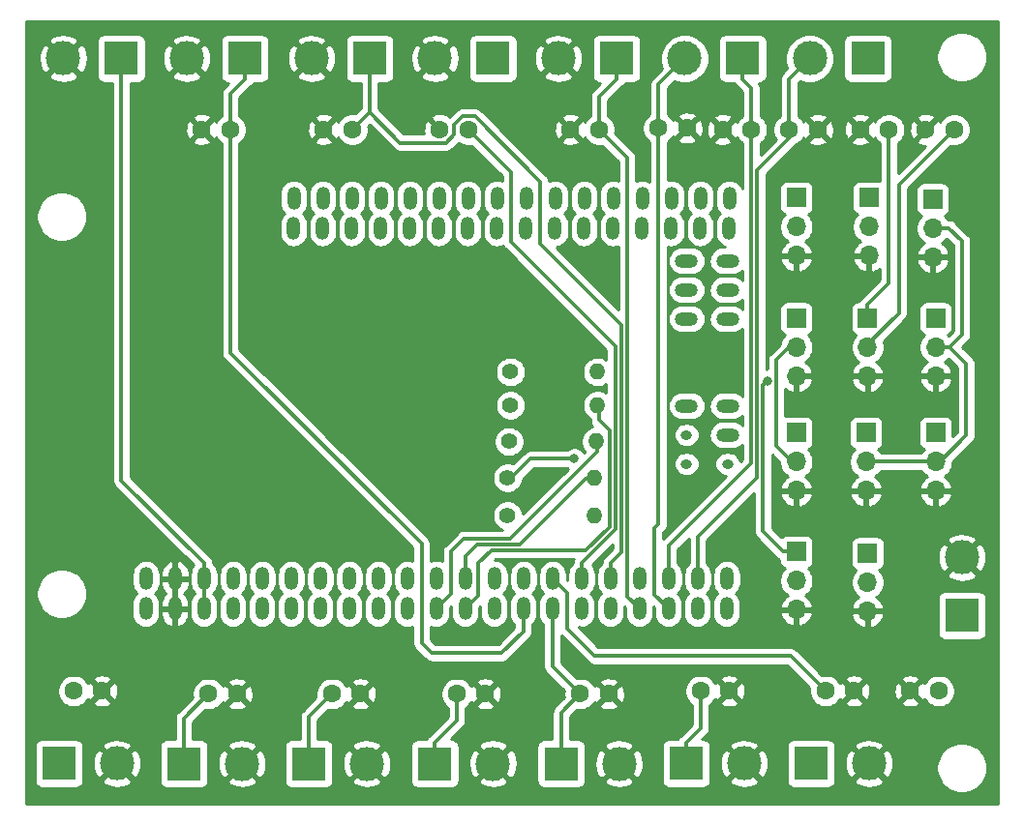
<source format=gbr>
%TF.GenerationSoftware,KiCad,Pcbnew,(5.1.10)-1*%
%TF.CreationDate,2021-10-09T22:27:19+01:00*%
%TF.ProjectId,flaps-throttle-pcb,666c6170-732d-4746-9872-6f74746c652d,rev?*%
%TF.SameCoordinates,Original*%
%TF.FileFunction,Copper,L2,Bot*%
%TF.FilePolarity,Positive*%
%FSLAX46Y46*%
G04 Gerber Fmt 4.6, Leading zero omitted, Abs format (unit mm)*
G04 Created by KiCad (PCBNEW (5.1.10)-1) date 2021-10-09 22:27:19*
%MOMM*%
%LPD*%
G01*
G04 APERTURE LIST*
%TA.AperFunction,ComponentPad*%
%ADD10O,1.400000X1.400000*%
%TD*%
%TA.AperFunction,ComponentPad*%
%ADD11C,1.400000*%
%TD*%
%TA.AperFunction,ComponentPad*%
%ADD12C,3.000000*%
%TD*%
%TA.AperFunction,ComponentPad*%
%ADD13R,3.000000X3.000000*%
%TD*%
%TA.AperFunction,ComponentPad*%
%ADD14O,1.700000X1.700000*%
%TD*%
%TA.AperFunction,ComponentPad*%
%ADD15R,1.700000X1.700000*%
%TD*%
%TA.AperFunction,ComponentPad*%
%ADD16C,1.600000*%
%TD*%
%TA.AperFunction,ComponentPad*%
%ADD17O,1.200000X2.000000*%
%TD*%
%TA.AperFunction,ComponentPad*%
%ADD18O,2.000000X1.200000*%
%TD*%
%TA.AperFunction,ComponentPad*%
%ADD19O,1.000000X0.800000*%
%TD*%
%TA.AperFunction,ViaPad*%
%ADD20C,0.800000*%
%TD*%
%TA.AperFunction,Conductor*%
%ADD21C,0.300000*%
%TD*%
%TA.AperFunction,Conductor*%
%ADD22C,0.254000*%
%TD*%
%TA.AperFunction,Conductor*%
%ADD23C,0.100000*%
%TD*%
G04 APERTURE END LIST*
D10*
%TO.P,R5,2*%
%TO.N,LED_LEFT*%
X140589000Y-91440000D03*
D11*
%TO.P,R5,1*%
%TO.N,Net-(J19-Pad1)*%
X132969000Y-91440000D03*
%TD*%
D10*
%TO.P,R4,2*%
%TO.N,LED_RIGHT*%
X140716000Y-88265000D03*
D11*
%TO.P,R4,1*%
%TO.N,Net-(J18-Pad1)*%
X133096000Y-88265000D03*
%TD*%
D10*
%TO.P,R3,2*%
%TO.N,LED_NOSE*%
X140589000Y-94742000D03*
D11*
%TO.P,R3,1*%
%TO.N,Net-(J17-Pad1)*%
X132969000Y-94742000D03*
%TD*%
D10*
%TO.P,R2,2*%
%TO.N,B_ENC_TRIM*%
X140843000Y-85090000D03*
D11*
%TO.P,R2,1*%
%TO.N,Net-(C17-Pad2)*%
X133223000Y-85090000D03*
%TD*%
D10*
%TO.P,R1,2*%
%TO.N,A_ENC_TRIM*%
X140843000Y-82169000D03*
D11*
%TO.P,R1,1*%
%TO.N,Net-(C16-Pad2)*%
X133223000Y-82169000D03*
%TD*%
D12*
%TO.P,J20,2*%
%TO.N,GND*%
X172720000Y-98425000D03*
D13*
%TO.P,J20,1*%
%TO.N,CABIN_AIR*%
X172720000Y-103505000D03*
%TD*%
D14*
%TO.P,J12,3*%
%TO.N,GND*%
X164465000Y-82550000D03*
%TO.P,J12,2*%
%TO.N,Net-(C17-Pad2)*%
X164465000Y-80010000D03*
D15*
%TO.P,J12,1*%
%TO.N,Net-(C16-Pad2)*%
X164465000Y-77470000D03*
%TD*%
D16*
%TO.P,C17,2*%
%TO.N,Net-(C17-Pad2)*%
X172045000Y-60960000D03*
%TO.P,C17,1*%
%TO.N,GND*%
X169545000Y-60960000D03*
%TD*%
%TO.P,C16,2*%
%TO.N,Net-(C16-Pad2)*%
X166330000Y-60960000D03*
%TO.P,C16,1*%
%TO.N,GND*%
X163830000Y-60960000D03*
%TD*%
%TO.P,C10,2*%
%TO.N,GND*%
X168188000Y-110109000D03*
%TO.P,C10,1*%
%TO.N,CABIN_AIR*%
X170688000Y-110109000D03*
%TD*%
D13*
%TO.P,J2,1*%
%TO.N,FLAPS_10*%
X126614000Y-116463000D03*
D12*
%TO.P,J2,2*%
%TO.N,GND*%
X131694000Y-116463000D03*
%TD*%
D17*
%TO.P,MCU1,40*%
%TO.N,Net-(MCU1-Pad40)*%
X149580000Y-102910000D03*
%TO.P,MCU1,2*%
%TO.N,Net-(MCU1-Pad2)*%
X101320000Y-102910000D03*
%TO.P,MCU1,4*%
%TO.N,GND*%
X103860000Y-102910000D03*
%TO.P,MCU1,6*%
%TO.N,+5V*%
X106400000Y-102910000D03*
%TO.P,MCU1,8*%
%TO.N,Net-(MCU1-Pad8)*%
X108940000Y-102910000D03*
%TO.P,MCU1,10*%
%TO.N,Net-(MCU1-Pad10)*%
X111480000Y-102910000D03*
%TO.P,MCU1,12*%
%TO.N,Net-(MCU1-Pad12)*%
X114020000Y-102910000D03*
%TO.P,MCU1,14*%
%TO.N,Net-(MCU1-Pad14)*%
X116560000Y-102910000D03*
%TO.P,MCU1,16*%
%TO.N,Net-(MCU1-Pad16)*%
X119100000Y-102910000D03*
%TO.P,MCU1,18*%
%TO.N,PWM1*%
X121640000Y-102910000D03*
%TO.P,MCU1,20*%
%TO.N,PWM3*%
X124180000Y-102910000D03*
%TO.P,MCU1,22*%
%TO.N,LED_RIGHT*%
X126720000Y-102910000D03*
%TO.P,MCU1,24*%
%TO.N,B_ENC_TRIM*%
X129260000Y-102910000D03*
%TO.P,MCU1,26*%
%TO.N,FLAPS_20*%
X131800000Y-102910000D03*
%TO.P,MCU1,28*%
%TO.N,GEAR_UP*%
X134340000Y-102910000D03*
%TO.P,MCU1,30*%
%TO.N,ALT_STATIC*%
X136880000Y-102910000D03*
%TO.P,MCU1,36*%
%TO.N,FUEL_OFF*%
X144500000Y-102910000D03*
%TO.P,MCU1,34*%
%TO.N,CARB_HEAT*%
X141960000Y-102910000D03*
%TO.P,MCU1,32*%
%TO.N,FLAPS_UP*%
X139420000Y-102910000D03*
%TO.P,MCU1,42*%
%TO.N,Net-(MCU1-Pad42)*%
X152120000Y-102910000D03*
%TO.P,MCU1,38*%
%TO.N,FUEL_R*%
X147040000Y-102910000D03*
%TO.P,MCU1,1*%
%TO.N,Net-(MCU1-Pad1)*%
X101350000Y-100260000D03*
%TO.P,MCU1,3*%
%TO.N,GND*%
X103890000Y-100260000D03*
%TO.P,MCU1,5*%
%TO.N,+5V*%
X106430000Y-100260000D03*
%TO.P,MCU1,7*%
%TO.N,Net-(MCU1-Pad7)*%
X108970000Y-100260000D03*
%TO.P,MCU1,9*%
%TO.N,Net-(MCU1-Pad9)*%
X111510000Y-100260000D03*
%TO.P,MCU1,11*%
%TO.N,Net-(MCU1-Pad11)*%
X114050000Y-100260000D03*
%TO.P,MCU1,13*%
%TO.N,FLAPS_PWM*%
X116590000Y-100260000D03*
%TO.P,MCU1,15*%
%TO.N,Net-(MCU1-Pad15)*%
X119130000Y-100260000D03*
%TO.P,MCU1,17*%
%TO.N,A_ENC_TRIM*%
X121670000Y-100260000D03*
%TO.P,MCU1,19*%
%TO.N,PWM2*%
X124210000Y-100260000D03*
%TO.P,MCU1,21*%
%TO.N,LED_NOSE*%
X126750000Y-100260000D03*
%TO.P,MCU1,23*%
%TO.N,LED_LEFT*%
X129290000Y-100260000D03*
%TO.P,MCU1,25*%
%TO.N,FLAPS_10*%
X131830000Y-100260000D03*
%TO.P,MCU1,27*%
%TO.N,FLAPS_DOWN*%
X134370000Y-100260000D03*
%TO.P,MCU1,29*%
%TO.N,GPS-NAV*%
X136910000Y-100260000D03*
%TO.P,MCU1,31*%
%TO.N,PARKING_BRAKE*%
X139450000Y-100260000D03*
%TO.P,MCU1,33*%
%TO.N,GEAR_DOWN*%
X141990000Y-100260000D03*
%TO.P,MCU1,35*%
%TO.N,CABIN_AIR*%
X144530000Y-100260000D03*
%TO.P,MCU1,37*%
%TO.N,FUEL_L*%
X147070000Y-100260000D03*
%TO.P,MCU1,39*%
%TO.N,FUEL_BOTH*%
X149610000Y-100260000D03*
%TO.P,MCU1,41*%
%TO.N,Net-(MCU1-Pad41)*%
X152150000Y-100260000D03*
D18*
%TO.P,MCU1,67*%
%TO.N,Net-(MCU1-Pad67)*%
X152206667Y-74987845D03*
D19*
%TO.P,MCU1,43*%
%TO.N,Net-(MCU1-Pad43)*%
X148636667Y-90227845D03*
%TO.P,MCU1,45*%
%TO.N,Net-(MCU1-Pad45)*%
X148636667Y-87687845D03*
D18*
%TO.P,MCU1,47*%
%TO.N,Net-(MCU1-Pad47)*%
X148636667Y-85147845D03*
D19*
%TO.P,MCU1,44*%
%TO.N,Net-(MCU1-Pad44)*%
X152206667Y-90227845D03*
D18*
%TO.P,MCU1,46*%
%TO.N,Net-(MCU1-Pad46)*%
X152206667Y-87687845D03*
%TO.P,MCU1,48*%
%TO.N,Net-(MCU1-Pad48)*%
X152206667Y-85147845D03*
%TO.P,MCU1,65*%
%TO.N,Net-(MCU1-Pad65)*%
X152206667Y-72447845D03*
%TO.P,MCU1,69*%
%TO.N,Net-(MCU1-Pad69)*%
X152206667Y-77527845D03*
%TO.P,MCU1,70*%
%TO.N,Net-(MCU1-Pad70)*%
X148636667Y-77527845D03*
%TO.P,MCU1,68*%
%TO.N,Net-(MCU1-Pad68)*%
X148636667Y-74987845D03*
%TO.P,MCU1,66*%
%TO.N,Net-(MCU1-Pad66)*%
X148636667Y-72447845D03*
D17*
%TO.P,MCU1,62*%
%TO.N,Net-(MCU1-Pad62)*%
X149800000Y-69630000D03*
%TO.P,MCU1,72*%
%TO.N,Mixture_Analog*%
X114240000Y-69630000D03*
%TO.P,MCU1,74*%
%TO.N,Net-(MCU1-Pad74)*%
X116780000Y-69630000D03*
%TO.P,MCU1,76*%
%TO.N,Net-(MCU1-Pad76)*%
X119320000Y-69630000D03*
%TO.P,MCU1,78*%
%TO.N,Net-(MCU1-Pad78)*%
X121860000Y-69630000D03*
%TO.P,MCU1,80*%
%TO.N,Net-(MCU1-Pad80)*%
X124400000Y-69630000D03*
%TO.P,MCU1,82*%
%TO.N,Net-(MCU1-Pad82)*%
X126940000Y-69630000D03*
%TO.P,MCU1,84*%
%TO.N,Net-(MCU1-Pad84)*%
X129480000Y-69630000D03*
%TO.P,MCU1,86*%
%TO.N,Net-(MCU1-Pad86)*%
X132020000Y-69630000D03*
%TO.P,MCU1,50*%
%TO.N,Net-(MCU1-Pad50)*%
X134560000Y-69630000D03*
%TO.P,MCU1,52*%
%TO.N,Net-(MCU1-Pad52)*%
X137100000Y-69630000D03*
%TO.P,MCU1,58*%
%TO.N,Net-(MCU1-Pad58)*%
X144720000Y-69630000D03*
%TO.P,MCU1,56*%
%TO.N,Net-(MCU1-Pad56)*%
X142180000Y-69630000D03*
%TO.P,MCU1,54*%
%TO.N,Net-(MCU1-Pad54)*%
X139640000Y-69630000D03*
%TO.P,MCU1,64*%
%TO.N,Net-(MCU1-Pad64)*%
X152340000Y-69630000D03*
%TO.P,MCU1,60*%
%TO.N,Net-(MCU1-Pad60)*%
X147260000Y-69630000D03*
%TO.P,MCU1,71*%
%TO.N,Throttle_Analog*%
X114270000Y-66980000D03*
%TO.P,MCU1,73*%
%TO.N,Helice_Analog*%
X116810000Y-66980000D03*
%TO.P,MCU1,75*%
%TO.N,Net-(MCU1-Pad75)*%
X119350000Y-66980000D03*
%TO.P,MCU1,77*%
%TO.N,Net-(MCU1-Pad77)*%
X121890000Y-66980000D03*
%TO.P,MCU1,79*%
%TO.N,Net-(MCU1-Pad79)*%
X124430000Y-66980000D03*
%TO.P,MCU1,81*%
%TO.N,Net-(MCU1-Pad81)*%
X126970000Y-66980000D03*
%TO.P,MCU1,83*%
%TO.N,Net-(MCU1-Pad83)*%
X129510000Y-66980000D03*
%TO.P,MCU1,85*%
%TO.N,Net-(MCU1-Pad85)*%
X132050000Y-66980000D03*
%TO.P,MCU1,49*%
%TO.N,Net-(MCU1-Pad49)*%
X134590000Y-66980000D03*
%TO.P,MCU1,51*%
%TO.N,Net-(MCU1-Pad51)*%
X137130000Y-66980000D03*
%TO.P,MCU1,53*%
%TO.N,Net-(MCU1-Pad53)*%
X139670000Y-66980000D03*
%TO.P,MCU1,55*%
%TO.N,Net-(MCU1-Pad55)*%
X142210000Y-66980000D03*
%TO.P,MCU1,57*%
%TO.N,Net-(MCU1-Pad57)*%
X144750000Y-66980000D03*
%TO.P,MCU1,59*%
%TO.N,Net-(MCU1-Pad59)*%
X147290000Y-66980000D03*
%TO.P,MCU1,61*%
%TO.N,Net-(MCU1-Pad61)*%
X149830000Y-66980000D03*
%TO.P,MCU1,63*%
%TO.N,Net-(MCU1-Pad63)*%
X152370000Y-66980000D03*
%TD*%
D12*
%TO.P,J26,2*%
%TO.N,GND*%
X126619000Y-54737000D03*
D13*
%TO.P,J26,1*%
%TO.N,PARKING_BRAKE*%
X131699000Y-54737000D03*
%TD*%
D12*
%TO.P,J25,2*%
%TO.N,FUEL_BOTH*%
X159397000Y-54733000D03*
D13*
%TO.P,J25,1*%
%TO.N,Net-(J25-Pad1)*%
X164477000Y-54733000D03*
%TD*%
D12*
%TO.P,J24,2*%
%TO.N,FUEL_R*%
X148463000Y-54737000D03*
D13*
%TO.P,J24,1*%
%TO.N,FUEL_L*%
X153543000Y-54737000D03*
%TD*%
D12*
%TO.P,J23,2*%
%TO.N,GND*%
X137414000Y-54737000D03*
D13*
%TO.P,J23,1*%
%TO.N,FUEL_OFF*%
X142494000Y-54737000D03*
%TD*%
%TO.P,J22,1*%
%TO.N,ALT_STATIC*%
X137649000Y-116463000D03*
D12*
%TO.P,J22,2*%
%TO.N,GND*%
X142729000Y-116463000D03*
%TD*%
D13*
%TO.P,J21,1*%
%TO.N,GPS-NAV*%
X159512000Y-116459000D03*
D12*
%TO.P,J21,2*%
%TO.N,GND*%
X164592000Y-116459000D03*
%TD*%
D14*
%TO.P,J19,3*%
%TO.N,GND*%
X164465000Y-103124000D03*
%TO.P,J19,2*%
%TO.N,+5V*%
X164465000Y-100584000D03*
D15*
%TO.P,J19,1*%
%TO.N,Net-(J19-Pad1)*%
X164465000Y-98044000D03*
%TD*%
D14*
%TO.P,J18,3*%
%TO.N,GND*%
X158242000Y-102997000D03*
%TO.P,J18,2*%
%TO.N,+5V*%
X158242000Y-100457000D03*
D15*
%TO.P,J18,1*%
%TO.N,Net-(J18-Pad1)*%
X158242000Y-97917000D03*
%TD*%
D14*
%TO.P,J17,3*%
%TO.N,GND*%
X170434000Y-92583000D03*
%TO.P,J17,2*%
%TO.N,+5V*%
X170434000Y-90043000D03*
D15*
%TO.P,J17,1*%
%TO.N,Net-(J17-Pad1)*%
X170434000Y-87503000D03*
%TD*%
D13*
%TO.P,J16,1*%
%TO.N,GEAR_UP*%
X109982000Y-54737000D03*
D12*
%TO.P,J16,2*%
%TO.N,GND*%
X104902000Y-54737000D03*
%TD*%
D14*
%TO.P,J15,3*%
%TO.N,GND*%
X164338000Y-92583000D03*
%TO.P,J15,2*%
%TO.N,+5V*%
X164338000Y-90043000D03*
D15*
%TO.P,J15,1*%
%TO.N,PWM3*%
X164338000Y-87503000D03*
%TD*%
D14*
%TO.P,J14,3*%
%TO.N,GND*%
X158242000Y-92583000D03*
%TO.P,J14,2*%
%TO.N,+5V*%
X158242000Y-90043000D03*
D15*
%TO.P,J14,1*%
%TO.N,PWM2*%
X158242000Y-87503000D03*
%TD*%
D14*
%TO.P,J13,3*%
%TO.N,GND*%
X170434000Y-82550000D03*
%TO.P,J13,2*%
%TO.N,+5V*%
X170434000Y-80010000D03*
D15*
%TO.P,J13,1*%
%TO.N,PWM1*%
X170434000Y-77470000D03*
%TD*%
D14*
%TO.P,J11,3*%
%TO.N,GND*%
X158242000Y-82550000D03*
%TO.P,J11,2*%
%TO.N,+5V*%
X158242000Y-80010000D03*
D15*
%TO.P,J11,1*%
%TO.N,Helice_Analog*%
X158242000Y-77470000D03*
%TD*%
D14*
%TO.P,J10,3*%
%TO.N,GND*%
X170180000Y-72136000D03*
%TO.P,J10,2*%
%TO.N,+5V*%
X170180000Y-69596000D03*
D15*
%TO.P,J10,1*%
%TO.N,Mixture_Analog*%
X170180000Y-67056000D03*
%TD*%
D14*
%TO.P,J9,3*%
%TO.N,GND*%
X164592000Y-72009000D03*
%TO.P,J9,2*%
%TO.N,+5V*%
X164592000Y-69469000D03*
D15*
%TO.P,J9,1*%
%TO.N,Throttle_Analog*%
X164592000Y-66929000D03*
%TD*%
D14*
%TO.P,J8,3*%
%TO.N,GND*%
X158242000Y-72009000D03*
%TO.P,J8,2*%
%TO.N,+5V*%
X158242000Y-69469000D03*
D15*
%TO.P,J8,1*%
%TO.N,FLAPS_PWM*%
X158242000Y-66929000D03*
%TD*%
D12*
%TO.P,J7,2*%
%TO.N,GND*%
X94107000Y-54737000D03*
D13*
%TO.P,J7,1*%
%TO.N,+5V*%
X99187000Y-54737000D03*
%TD*%
D12*
%TO.P,J6,2*%
%TO.N,GND*%
X109737000Y-116463000D03*
D13*
%TO.P,J6,1*%
%TO.N,FLAPS_DOWN*%
X104657000Y-116463000D03*
%TD*%
D12*
%TO.P,J5,2*%
%TO.N,GND*%
X153670000Y-116459000D03*
D13*
%TO.P,J5,1*%
%TO.N,CARB_HEAT*%
X148590000Y-116459000D03*
%TD*%
%TO.P,J4,1*%
%TO.N,FLAPS_20*%
X115572000Y-116463000D03*
D12*
%TO.P,J4,2*%
%TO.N,GND*%
X120652000Y-116463000D03*
%TD*%
D13*
%TO.P,J3,1*%
%TO.N,GEAR_DOWN*%
X120904000Y-54737000D03*
D12*
%TO.P,J3,2*%
%TO.N,GND*%
X115824000Y-54737000D03*
%TD*%
D13*
%TO.P,J1,1*%
%TO.N,FLAPS_UP*%
X93726000Y-116459000D03*
D12*
%TO.P,J1,2*%
%TO.N,GND*%
X98806000Y-116459000D03*
%TD*%
D16*
%TO.P,C15,2*%
%TO.N,GND*%
X127040000Y-60960000D03*
%TO.P,C15,1*%
%TO.N,PARKING_BRAKE*%
X129540000Y-60960000D03*
%TD*%
%TO.P,C14,2*%
%TO.N,GND*%
X160107000Y-60960000D03*
%TO.P,C14,1*%
%TO.N,FUEL_BOTH*%
X157607000Y-60960000D03*
%TD*%
%TO.P,C13,2*%
%TO.N,GND*%
X151805000Y-60960000D03*
%TO.P,C13,1*%
%TO.N,FUEL_L*%
X154305000Y-60960000D03*
%TD*%
%TO.P,C12,2*%
%TO.N,GND*%
X148677000Y-60833000D03*
%TO.P,C12,1*%
%TO.N,FUEL_R*%
X146177000Y-60833000D03*
%TD*%
%TO.P,C11,2*%
%TO.N,GND*%
X138470000Y-60960000D03*
%TO.P,C11,1*%
%TO.N,FUEL_OFF*%
X140970000Y-60960000D03*
%TD*%
%TO.P,C9,1*%
%TO.N,ALT_STATIC*%
X139319000Y-110363000D03*
%TO.P,C9,2*%
%TO.N,GND*%
X141819000Y-110363000D03*
%TD*%
%TO.P,C8,1*%
%TO.N,GPS-NAV*%
X160782000Y-110109000D03*
%TO.P,C8,2*%
%TO.N,GND*%
X163282000Y-110109000D03*
%TD*%
%TO.P,C7,1*%
%TO.N,GEAR_UP*%
X108712000Y-60960000D03*
%TO.P,C7,2*%
%TO.N,GND*%
X106212000Y-60960000D03*
%TD*%
%TO.P,C6,2*%
%TO.N,GND*%
X109307000Y-110363000D03*
%TO.P,C6,1*%
%TO.N,FLAPS_DOWN*%
X106807000Y-110363000D03*
%TD*%
%TO.P,C5,2*%
%TO.N,GND*%
X152360000Y-110109000D03*
%TO.P,C5,1*%
%TO.N,CARB_HEAT*%
X149860000Y-110109000D03*
%TD*%
%TO.P,C4,1*%
%TO.N,FLAPS_20*%
X117602000Y-110363000D03*
%TO.P,C4,2*%
%TO.N,GND*%
X120102000Y-110363000D03*
%TD*%
%TO.P,C3,1*%
%TO.N,GEAR_DOWN*%
X119380000Y-60960000D03*
%TO.P,C3,2*%
%TO.N,GND*%
X116880000Y-60960000D03*
%TD*%
%TO.P,C2,1*%
%TO.N,FLAPS_10*%
X128524000Y-110363000D03*
%TO.P,C2,2*%
%TO.N,GND*%
X131024000Y-110363000D03*
%TD*%
%TO.P,C1,1*%
%TO.N,FLAPS_UP*%
X94996000Y-110109000D03*
%TO.P,C1,2*%
%TO.N,GND*%
X97496000Y-110109000D03*
%TD*%
D20*
%TO.N,Net-(J18-Pad1)*%
X155713990Y-82950759D03*
%TO.N,Net-(J19-Pad1)*%
X138811000Y-89789000D03*
%TD*%
D21*
%TO.N,+5V*%
X170434000Y-80010000D02*
X171634300Y-80010000D01*
X170434000Y-90043000D02*
X170434000Y-89442800D01*
X106430000Y-100260000D02*
X106430000Y-98909700D01*
X106400000Y-102910000D02*
X106400000Y-101559700D01*
X106430000Y-101529700D02*
X106430000Y-100260000D01*
X106400000Y-101559700D02*
X106430000Y-101529700D01*
X99187000Y-91666700D02*
X99187000Y-54737000D01*
X106430000Y-98909700D02*
X99187000Y-91666700D01*
X171634300Y-80010000D02*
X173101000Y-81476700D01*
X173101000Y-87757000D02*
X170434000Y-90424000D01*
X170434000Y-90424000D02*
X170434000Y-89442800D01*
X173101000Y-81476700D02*
X173101000Y-87757000D01*
X169833800Y-90043000D02*
X165538300Y-90043000D01*
X165538300Y-90043000D02*
X164338000Y-90043000D01*
X170434000Y-89442800D02*
X169833800Y-90043000D01*
X156464000Y-81153000D02*
X156464000Y-88646000D01*
X158242000Y-80010000D02*
X157607000Y-80010000D01*
X157607000Y-80010000D02*
X156464000Y-81153000D01*
X156464000Y-88646000D02*
X157861000Y-90043000D01*
X157861000Y-90043000D02*
X158242000Y-90043000D01*
X170180000Y-69596000D02*
X171577000Y-69596000D01*
X172720000Y-70739000D02*
X172720000Y-78924300D01*
X172720000Y-78924300D02*
X171634300Y-80010000D01*
X171577000Y-69596000D02*
X172720000Y-70739000D01*
%TO.N,FLAPS_10*%
X126614000Y-116463000D02*
X126614000Y-114612700D01*
X128524000Y-110363000D02*
X128524000Y-112702700D01*
X128524000Y-112702700D02*
X126614000Y-114612700D01*
%TO.N,GEAR_DOWN*%
X120904000Y-59436000D02*
X120904000Y-54737000D01*
X119380000Y-60960000D02*
X120904000Y-59436000D01*
X120904000Y-59436000D02*
X123578400Y-62110400D01*
X123578400Y-62110400D02*
X127585400Y-62110400D01*
X127585400Y-62110400D02*
X128290000Y-61405800D01*
X128290000Y-61405800D02*
X128290000Y-60540500D01*
X128290000Y-60540500D02*
X129022600Y-59807900D01*
X129022600Y-59807900D02*
X130103700Y-59807900D01*
X130103700Y-59807900D02*
X135830000Y-65534200D01*
X135830000Y-65534200D02*
X135830000Y-70980400D01*
X135830000Y-70980400D02*
X142950100Y-78100500D01*
X142950100Y-78100500D02*
X142950100Y-97949600D01*
X142950100Y-97949600D02*
X141990000Y-98909700D01*
X141990000Y-100260000D02*
X141990000Y-98909700D01*
%TO.N,FLAPS_20*%
X117602000Y-110363000D02*
X115572000Y-112393000D01*
X115572000Y-112393000D02*
X115572000Y-116463000D01*
%TO.N,CARB_HEAT*%
X148590000Y-116459000D02*
X148590000Y-114608700D01*
X149860000Y-110109000D02*
X149860000Y-113338700D01*
X149860000Y-113338700D02*
X148590000Y-114608700D01*
%TO.N,FLAPS_DOWN*%
X106807000Y-110363000D02*
X104657000Y-112513000D01*
X104657000Y-112513000D02*
X104657000Y-116463000D01*
%TO.N,GEAR_UP*%
X109982000Y-56587300D02*
X108712000Y-57857300D01*
X108712000Y-57857300D02*
X108712000Y-60960000D01*
X109982000Y-54737000D02*
X109982000Y-56587300D01*
X134340000Y-104928000D02*
X134340000Y-102910000D01*
X132461000Y-106807000D02*
X134340000Y-104928000D01*
X125450000Y-105892000D02*
X126365000Y-106807000D01*
X125450000Y-97229300D02*
X125450000Y-105892000D01*
X108712000Y-80491300D02*
X125450000Y-97229300D01*
X126365000Y-106807000D02*
X132461000Y-106807000D01*
X108712000Y-60960000D02*
X108712000Y-80491300D01*
%TO.N,GPS-NAV*%
X138150000Y-101500000D02*
X136910000Y-100260000D01*
X138150000Y-104622000D02*
X138150000Y-101500000D01*
X140589000Y-107061000D02*
X138150000Y-104622000D01*
X157734000Y-107061000D02*
X140589000Y-107061000D01*
X160782000Y-110109000D02*
X157734000Y-107061000D01*
%TO.N,ALT_STATIC*%
X139319000Y-110363000D02*
X136880000Y-107924000D01*
X136880000Y-107924000D02*
X136880000Y-102910000D01*
X139319000Y-110363000D02*
X137649000Y-112033000D01*
X137649000Y-112033000D02*
X137649000Y-116463000D01*
%TO.N,FUEL_OFF*%
X142494000Y-56587300D02*
X140970000Y-58111300D01*
X140970000Y-58111300D02*
X140970000Y-60960000D01*
X142494000Y-54737000D02*
X142494000Y-56587300D01*
X140970000Y-60960000D02*
X143450600Y-63440600D01*
X143450600Y-101860600D02*
X144500000Y-102910000D01*
X143450600Y-63440600D02*
X143450600Y-101860600D01*
%TO.N,FUEL_R*%
X146177000Y-60833000D02*
X146177000Y-57023000D01*
X146177000Y-57023000D02*
X148463000Y-54737000D01*
X145796000Y-101666000D02*
X147040000Y-102910000D01*
X146177000Y-95504000D02*
X145796000Y-95885000D01*
X145796000Y-95885000D02*
X145796000Y-101666000D01*
X146177000Y-60833000D02*
X146177000Y-95504000D01*
%TO.N,FUEL_L*%
X153543000Y-56587300D02*
X154305000Y-57349300D01*
X154305000Y-57349300D02*
X154305000Y-60960000D01*
X153543000Y-54737000D02*
X153543000Y-56587300D01*
X147070000Y-97405000D02*
X147070000Y-100260000D01*
X154305000Y-90170000D02*
X147070000Y-97405000D01*
X154305000Y-60960000D02*
X154305000Y-90170000D01*
%TO.N,FUEL_BOTH*%
X159397000Y-54733000D02*
X157607000Y-56523000D01*
X157607000Y-56523000D02*
X157607000Y-60960000D01*
X149610000Y-96643000D02*
X149610000Y-100260000D01*
X154813000Y-91440000D02*
X149610000Y-96643000D01*
X154813000Y-64516000D02*
X154813000Y-91440000D01*
X157607000Y-61722000D02*
X154813000Y-64516000D01*
X157607000Y-60960000D02*
X157607000Y-61722000D01*
%TO.N,PARKING_BRAKE*%
X129540000Y-60960000D02*
X133290000Y-64710000D01*
X133290000Y-64710000D02*
X133290000Y-70818200D01*
X133290000Y-70818200D02*
X142395500Y-79923700D01*
X142395500Y-79923700D02*
X142395500Y-95964200D01*
X142395500Y-95964200D02*
X139450000Y-98909700D01*
X139450000Y-100260000D02*
X139450000Y-98909700D01*
%TO.N,Net-(C16-Pad2)*%
X164465000Y-77470000D02*
X164465000Y-76269700D01*
X166330000Y-60960000D02*
X166330000Y-74404700D01*
X166330000Y-74404700D02*
X164465000Y-76269700D01*
%TO.N,Net-(C17-Pad2)*%
X164465000Y-79746400D02*
X164465000Y-80010000D01*
X167197600Y-77013800D02*
X164465000Y-79746400D01*
X167197600Y-65807400D02*
X167197600Y-77013800D01*
X172045000Y-60960000D02*
X167197600Y-65807400D01*
%TO.N,Net-(J18-Pad1)*%
X155313991Y-83350758D02*
X155713990Y-82950759D01*
X157092000Y-97917000D02*
X155313991Y-96138991D01*
X158242000Y-97917000D02*
X157092000Y-97917000D01*
X155313991Y-96138991D02*
X155313991Y-83350758D01*
%TO.N,Net-(J19-Pad1)*%
X133223000Y-91567000D02*
X135001000Y-89789000D01*
X135001000Y-89789000D02*
X138245315Y-89789000D01*
X138245315Y-89789000D02*
X138811000Y-89789000D01*
%TO.N,LED_RIGHT*%
X140843000Y-89154000D02*
X140843000Y-88646000D01*
X133223000Y-96774000D02*
X140843000Y-89154000D01*
X129159000Y-96774000D02*
X133223000Y-96774000D01*
X128016000Y-101614000D02*
X128016000Y-97917000D01*
X126720000Y-102910000D02*
X128016000Y-101614000D01*
X128016000Y-97917000D02*
X129159000Y-96774000D01*
%TO.N,B_ENC_TRIM*%
X140970000Y-86394300D02*
X140970000Y-85344000D01*
X141895000Y-87319300D02*
X140970000Y-86394300D01*
X141895000Y-95722000D02*
X141895000Y-87319300D01*
X131572000Y-97790000D02*
X139827000Y-97790000D01*
X130429000Y-98933000D02*
X131572000Y-97790000D01*
X130429000Y-101741000D02*
X130429000Y-98933000D01*
X139827000Y-97790000D02*
X141895000Y-95722000D01*
X129260000Y-102910000D02*
X130429000Y-101741000D01*
%TO.N,LED_LEFT*%
X139792700Y-91567000D02*
X140843000Y-91567000D01*
X134077700Y-97282000D02*
X139792700Y-91567000D01*
X130302000Y-97282000D02*
X134077700Y-97282000D01*
X129290000Y-98294000D02*
X130302000Y-97282000D01*
X129290000Y-100260000D02*
X129290000Y-98294000D01*
%TD*%
D22*
%TO.N,GND*%
X175870001Y-119990000D02*
X90830000Y-119990000D01*
X90830000Y-114959000D01*
X91587928Y-114959000D01*
X91587928Y-117959000D01*
X91600188Y-118083482D01*
X91636498Y-118203180D01*
X91695463Y-118313494D01*
X91774815Y-118410185D01*
X91871506Y-118489537D01*
X91981820Y-118548502D01*
X92101518Y-118584812D01*
X92226000Y-118597072D01*
X95226000Y-118597072D01*
X95350482Y-118584812D01*
X95470180Y-118548502D01*
X95580494Y-118489537D01*
X95677185Y-118410185D01*
X95756537Y-118313494D01*
X95815502Y-118203180D01*
X95851812Y-118083482D01*
X95864072Y-117959000D01*
X95864072Y-117950653D01*
X97493952Y-117950653D01*
X97649962Y-118266214D01*
X98024745Y-118457020D01*
X98429551Y-118571044D01*
X98848824Y-118603902D01*
X99266451Y-118554334D01*
X99666383Y-118424243D01*
X99962038Y-118266214D01*
X100118048Y-117950653D01*
X98806000Y-116638605D01*
X97493952Y-117950653D01*
X95864072Y-117950653D01*
X95864072Y-116501824D01*
X96661098Y-116501824D01*
X96710666Y-116919451D01*
X96840757Y-117319383D01*
X96998786Y-117615038D01*
X97314347Y-117771048D01*
X98626395Y-116459000D01*
X98985605Y-116459000D01*
X100297653Y-117771048D01*
X100613214Y-117615038D01*
X100804020Y-117240255D01*
X100918044Y-116835449D01*
X100950902Y-116416176D01*
X100901334Y-115998549D01*
X100771243Y-115598617D01*
X100613214Y-115302962D01*
X100297653Y-115146952D01*
X98985605Y-116459000D01*
X98626395Y-116459000D01*
X97314347Y-115146952D01*
X96998786Y-115302962D01*
X96807980Y-115677745D01*
X96693956Y-116082551D01*
X96661098Y-116501824D01*
X95864072Y-116501824D01*
X95864072Y-114967347D01*
X97493952Y-114967347D01*
X98806000Y-116279395D01*
X100118048Y-114967347D01*
X100115899Y-114963000D01*
X102518928Y-114963000D01*
X102518928Y-117963000D01*
X102531188Y-118087482D01*
X102567498Y-118207180D01*
X102626463Y-118317494D01*
X102705815Y-118414185D01*
X102802506Y-118493537D01*
X102912820Y-118552502D01*
X103032518Y-118588812D01*
X103157000Y-118601072D01*
X106157000Y-118601072D01*
X106281482Y-118588812D01*
X106401180Y-118552502D01*
X106511494Y-118493537D01*
X106608185Y-118414185D01*
X106687537Y-118317494D01*
X106746502Y-118207180D01*
X106782812Y-118087482D01*
X106795072Y-117963000D01*
X106795072Y-117954653D01*
X108424952Y-117954653D01*
X108580962Y-118270214D01*
X108955745Y-118461020D01*
X109360551Y-118575044D01*
X109779824Y-118607902D01*
X110197451Y-118558334D01*
X110597383Y-118428243D01*
X110893038Y-118270214D01*
X111049048Y-117954653D01*
X109737000Y-116642605D01*
X108424952Y-117954653D01*
X106795072Y-117954653D01*
X106795072Y-116505824D01*
X107592098Y-116505824D01*
X107641666Y-116923451D01*
X107771757Y-117323383D01*
X107929786Y-117619038D01*
X108245347Y-117775048D01*
X109557395Y-116463000D01*
X109916605Y-116463000D01*
X111228653Y-117775048D01*
X111544214Y-117619038D01*
X111735020Y-117244255D01*
X111849044Y-116839449D01*
X111881902Y-116420176D01*
X111832334Y-116002549D01*
X111702243Y-115602617D01*
X111544214Y-115306962D01*
X111228653Y-115150952D01*
X109916605Y-116463000D01*
X109557395Y-116463000D01*
X108245347Y-115150952D01*
X107929786Y-115306962D01*
X107738980Y-115681745D01*
X107624956Y-116086551D01*
X107592098Y-116505824D01*
X106795072Y-116505824D01*
X106795072Y-114971347D01*
X108424952Y-114971347D01*
X109737000Y-116283395D01*
X111049048Y-114971347D01*
X111044922Y-114963000D01*
X113433928Y-114963000D01*
X113433928Y-117963000D01*
X113446188Y-118087482D01*
X113482498Y-118207180D01*
X113541463Y-118317494D01*
X113620815Y-118414185D01*
X113717506Y-118493537D01*
X113827820Y-118552502D01*
X113947518Y-118588812D01*
X114072000Y-118601072D01*
X117072000Y-118601072D01*
X117196482Y-118588812D01*
X117316180Y-118552502D01*
X117426494Y-118493537D01*
X117523185Y-118414185D01*
X117602537Y-118317494D01*
X117661502Y-118207180D01*
X117697812Y-118087482D01*
X117710072Y-117963000D01*
X117710072Y-117954653D01*
X119339952Y-117954653D01*
X119495962Y-118270214D01*
X119870745Y-118461020D01*
X120275551Y-118575044D01*
X120694824Y-118607902D01*
X121112451Y-118558334D01*
X121512383Y-118428243D01*
X121808038Y-118270214D01*
X121964048Y-117954653D01*
X120652000Y-116642605D01*
X119339952Y-117954653D01*
X117710072Y-117954653D01*
X117710072Y-116505824D01*
X118507098Y-116505824D01*
X118556666Y-116923451D01*
X118686757Y-117323383D01*
X118844786Y-117619038D01*
X119160347Y-117775048D01*
X120472395Y-116463000D01*
X120831605Y-116463000D01*
X122143653Y-117775048D01*
X122459214Y-117619038D01*
X122650020Y-117244255D01*
X122764044Y-116839449D01*
X122796902Y-116420176D01*
X122747334Y-116002549D01*
X122617243Y-115602617D01*
X122459214Y-115306962D01*
X122143653Y-115150952D01*
X120831605Y-116463000D01*
X120472395Y-116463000D01*
X119160347Y-115150952D01*
X118844786Y-115306962D01*
X118653980Y-115681745D01*
X118539956Y-116086551D01*
X118507098Y-116505824D01*
X117710072Y-116505824D01*
X117710072Y-114971347D01*
X119339952Y-114971347D01*
X120652000Y-116283395D01*
X121964048Y-114971347D01*
X121959922Y-114963000D01*
X124475928Y-114963000D01*
X124475928Y-117963000D01*
X124488188Y-118087482D01*
X124524498Y-118207180D01*
X124583463Y-118317494D01*
X124662815Y-118414185D01*
X124759506Y-118493537D01*
X124869820Y-118552502D01*
X124989518Y-118588812D01*
X125114000Y-118601072D01*
X128114000Y-118601072D01*
X128238482Y-118588812D01*
X128358180Y-118552502D01*
X128468494Y-118493537D01*
X128565185Y-118414185D01*
X128644537Y-118317494D01*
X128703502Y-118207180D01*
X128739812Y-118087482D01*
X128752072Y-117963000D01*
X128752072Y-117954653D01*
X130381952Y-117954653D01*
X130537962Y-118270214D01*
X130912745Y-118461020D01*
X131317551Y-118575044D01*
X131736824Y-118607902D01*
X132154451Y-118558334D01*
X132554383Y-118428243D01*
X132850038Y-118270214D01*
X133006048Y-117954653D01*
X131694000Y-116642605D01*
X130381952Y-117954653D01*
X128752072Y-117954653D01*
X128752072Y-116505824D01*
X129549098Y-116505824D01*
X129598666Y-116923451D01*
X129728757Y-117323383D01*
X129886786Y-117619038D01*
X130202347Y-117775048D01*
X131514395Y-116463000D01*
X131873605Y-116463000D01*
X133185653Y-117775048D01*
X133501214Y-117619038D01*
X133692020Y-117244255D01*
X133806044Y-116839449D01*
X133838902Y-116420176D01*
X133789334Y-116002549D01*
X133659243Y-115602617D01*
X133501214Y-115306962D01*
X133185653Y-115150952D01*
X131873605Y-116463000D01*
X131514395Y-116463000D01*
X130202347Y-115150952D01*
X129886786Y-115306962D01*
X129695980Y-115681745D01*
X129581956Y-116086551D01*
X129549098Y-116505824D01*
X128752072Y-116505824D01*
X128752072Y-114971347D01*
X130381952Y-114971347D01*
X131694000Y-116283395D01*
X133006048Y-114971347D01*
X132850038Y-114655786D01*
X132475255Y-114464980D01*
X132070449Y-114350956D01*
X131651176Y-114318098D01*
X131233549Y-114367666D01*
X130833617Y-114497757D01*
X130537962Y-114655786D01*
X130381952Y-114971347D01*
X128752072Y-114971347D01*
X128752072Y-114963000D01*
X128739812Y-114838518D01*
X128703502Y-114718820D01*
X128644537Y-114608506D01*
X128565185Y-114511815D01*
X128468494Y-114432463D01*
X128358180Y-114373498D01*
X128238482Y-114337188D01*
X128114000Y-114324928D01*
X128011929Y-114324928D01*
X129051816Y-113285042D01*
X129081764Y-113260464D01*
X129179862Y-113140933D01*
X129252754Y-113004560D01*
X129269073Y-112950764D01*
X129297642Y-112856587D01*
X129305092Y-112780936D01*
X129309000Y-112741261D01*
X129309000Y-112741256D01*
X129312797Y-112702700D01*
X129309000Y-112664144D01*
X129309000Y-111564339D01*
X129438759Y-111477637D01*
X129560694Y-111355702D01*
X130210903Y-111355702D01*
X130282486Y-111599671D01*
X130537996Y-111720571D01*
X130812184Y-111789300D01*
X131094512Y-111803217D01*
X131374130Y-111761787D01*
X131640292Y-111666603D01*
X131765514Y-111599671D01*
X131837097Y-111355702D01*
X131024000Y-110542605D01*
X130210903Y-111355702D01*
X129560694Y-111355702D01*
X129638637Y-111277759D01*
X129772692Y-111077131D01*
X129787329Y-111104514D01*
X130031298Y-111176097D01*
X130844395Y-110363000D01*
X131203605Y-110363000D01*
X132016702Y-111176097D01*
X132260671Y-111104514D01*
X132381571Y-110849004D01*
X132450300Y-110574816D01*
X132464217Y-110292488D01*
X132422787Y-110012870D01*
X132327603Y-109746708D01*
X132260671Y-109621486D01*
X132016702Y-109549903D01*
X131203605Y-110363000D01*
X130844395Y-110363000D01*
X130031298Y-109549903D01*
X129787329Y-109621486D01*
X129773676Y-109650341D01*
X129638637Y-109448241D01*
X129560694Y-109370298D01*
X130210903Y-109370298D01*
X131024000Y-110183395D01*
X131837097Y-109370298D01*
X131765514Y-109126329D01*
X131510004Y-109005429D01*
X131235816Y-108936700D01*
X130953488Y-108922783D01*
X130673870Y-108964213D01*
X130407708Y-109059397D01*
X130282486Y-109126329D01*
X130210903Y-109370298D01*
X129560694Y-109370298D01*
X129438759Y-109248363D01*
X129203727Y-109091320D01*
X128942574Y-108983147D01*
X128665335Y-108928000D01*
X128382665Y-108928000D01*
X128105426Y-108983147D01*
X127844273Y-109091320D01*
X127609241Y-109248363D01*
X127409363Y-109448241D01*
X127252320Y-109683273D01*
X127144147Y-109944426D01*
X127089000Y-110221665D01*
X127089000Y-110504335D01*
X127144147Y-110781574D01*
X127252320Y-111042727D01*
X127409363Y-111277759D01*
X127609241Y-111477637D01*
X127739001Y-111564339D01*
X127739001Y-112377541D01*
X126086185Y-114030358D01*
X126056237Y-114054936D01*
X126031659Y-114084884D01*
X126031655Y-114084888D01*
X126009125Y-114112341D01*
X125958139Y-114174467D01*
X125919177Y-114247360D01*
X125885246Y-114310841D01*
X125880973Y-114324928D01*
X125114000Y-114324928D01*
X124989518Y-114337188D01*
X124869820Y-114373498D01*
X124759506Y-114432463D01*
X124662815Y-114511815D01*
X124583463Y-114608506D01*
X124524498Y-114718820D01*
X124488188Y-114838518D01*
X124475928Y-114963000D01*
X121959922Y-114963000D01*
X121808038Y-114655786D01*
X121433255Y-114464980D01*
X121028449Y-114350956D01*
X120609176Y-114318098D01*
X120191549Y-114367666D01*
X119791617Y-114497757D01*
X119495962Y-114655786D01*
X119339952Y-114971347D01*
X117710072Y-114971347D01*
X117710072Y-114963000D01*
X117697812Y-114838518D01*
X117661502Y-114718820D01*
X117602537Y-114608506D01*
X117523185Y-114511815D01*
X117426494Y-114432463D01*
X117316180Y-114373498D01*
X117196482Y-114337188D01*
X117072000Y-114324928D01*
X116357000Y-114324928D01*
X116357000Y-112718157D01*
X117307603Y-111767554D01*
X117460665Y-111798000D01*
X117743335Y-111798000D01*
X118020574Y-111742853D01*
X118281727Y-111634680D01*
X118516759Y-111477637D01*
X118638694Y-111355702D01*
X119288903Y-111355702D01*
X119360486Y-111599671D01*
X119615996Y-111720571D01*
X119890184Y-111789300D01*
X120172512Y-111803217D01*
X120452130Y-111761787D01*
X120718292Y-111666603D01*
X120843514Y-111599671D01*
X120915097Y-111355702D01*
X120102000Y-110542605D01*
X119288903Y-111355702D01*
X118638694Y-111355702D01*
X118716637Y-111277759D01*
X118850692Y-111077131D01*
X118865329Y-111104514D01*
X119109298Y-111176097D01*
X119922395Y-110363000D01*
X120281605Y-110363000D01*
X121094702Y-111176097D01*
X121338671Y-111104514D01*
X121459571Y-110849004D01*
X121528300Y-110574816D01*
X121542217Y-110292488D01*
X121500787Y-110012870D01*
X121405603Y-109746708D01*
X121338671Y-109621486D01*
X121094702Y-109549903D01*
X120281605Y-110363000D01*
X119922395Y-110363000D01*
X119109298Y-109549903D01*
X118865329Y-109621486D01*
X118851676Y-109650341D01*
X118716637Y-109448241D01*
X118638694Y-109370298D01*
X119288903Y-109370298D01*
X120102000Y-110183395D01*
X120915097Y-109370298D01*
X120843514Y-109126329D01*
X120588004Y-109005429D01*
X120313816Y-108936700D01*
X120031488Y-108922783D01*
X119751870Y-108964213D01*
X119485708Y-109059397D01*
X119360486Y-109126329D01*
X119288903Y-109370298D01*
X118638694Y-109370298D01*
X118516759Y-109248363D01*
X118281727Y-109091320D01*
X118020574Y-108983147D01*
X117743335Y-108928000D01*
X117460665Y-108928000D01*
X117183426Y-108983147D01*
X116922273Y-109091320D01*
X116687241Y-109248363D01*
X116487363Y-109448241D01*
X116330320Y-109683273D01*
X116222147Y-109944426D01*
X116167000Y-110221665D01*
X116167000Y-110504335D01*
X116197446Y-110657397D01*
X115044190Y-111810653D01*
X115014236Y-111835236D01*
X114916138Y-111954768D01*
X114843246Y-112091141D01*
X114798359Y-112239114D01*
X114787000Y-112354440D01*
X114787000Y-112354447D01*
X114783203Y-112393000D01*
X114787000Y-112431553D01*
X114787000Y-114324928D01*
X114072000Y-114324928D01*
X113947518Y-114337188D01*
X113827820Y-114373498D01*
X113717506Y-114432463D01*
X113620815Y-114511815D01*
X113541463Y-114608506D01*
X113482498Y-114718820D01*
X113446188Y-114838518D01*
X113433928Y-114963000D01*
X111044922Y-114963000D01*
X110893038Y-114655786D01*
X110518255Y-114464980D01*
X110113449Y-114350956D01*
X109694176Y-114318098D01*
X109276549Y-114367666D01*
X108876617Y-114497757D01*
X108580962Y-114655786D01*
X108424952Y-114971347D01*
X106795072Y-114971347D01*
X106795072Y-114963000D01*
X106782812Y-114838518D01*
X106746502Y-114718820D01*
X106687537Y-114608506D01*
X106608185Y-114511815D01*
X106511494Y-114432463D01*
X106401180Y-114373498D01*
X106281482Y-114337188D01*
X106157000Y-114324928D01*
X105442000Y-114324928D01*
X105442000Y-112838157D01*
X106512604Y-111767554D01*
X106665665Y-111798000D01*
X106948335Y-111798000D01*
X107225574Y-111742853D01*
X107486727Y-111634680D01*
X107721759Y-111477637D01*
X107843694Y-111355702D01*
X108493903Y-111355702D01*
X108565486Y-111599671D01*
X108820996Y-111720571D01*
X109095184Y-111789300D01*
X109377512Y-111803217D01*
X109657130Y-111761787D01*
X109923292Y-111666603D01*
X110048514Y-111599671D01*
X110120097Y-111355702D01*
X109307000Y-110542605D01*
X108493903Y-111355702D01*
X107843694Y-111355702D01*
X107921637Y-111277759D01*
X108055692Y-111077131D01*
X108070329Y-111104514D01*
X108314298Y-111176097D01*
X109127395Y-110363000D01*
X109486605Y-110363000D01*
X110299702Y-111176097D01*
X110543671Y-111104514D01*
X110664571Y-110849004D01*
X110733300Y-110574816D01*
X110747217Y-110292488D01*
X110705787Y-110012870D01*
X110610603Y-109746708D01*
X110543671Y-109621486D01*
X110299702Y-109549903D01*
X109486605Y-110363000D01*
X109127395Y-110363000D01*
X108314298Y-109549903D01*
X108070329Y-109621486D01*
X108056676Y-109650341D01*
X107921637Y-109448241D01*
X107843694Y-109370298D01*
X108493903Y-109370298D01*
X109307000Y-110183395D01*
X110120097Y-109370298D01*
X110048514Y-109126329D01*
X109793004Y-109005429D01*
X109518816Y-108936700D01*
X109236488Y-108922783D01*
X108956870Y-108964213D01*
X108690708Y-109059397D01*
X108565486Y-109126329D01*
X108493903Y-109370298D01*
X107843694Y-109370298D01*
X107721759Y-109248363D01*
X107486727Y-109091320D01*
X107225574Y-108983147D01*
X106948335Y-108928000D01*
X106665665Y-108928000D01*
X106388426Y-108983147D01*
X106127273Y-109091320D01*
X105892241Y-109248363D01*
X105692363Y-109448241D01*
X105535320Y-109683273D01*
X105427147Y-109944426D01*
X105372000Y-110221665D01*
X105372000Y-110504335D01*
X105402446Y-110657396D01*
X104129190Y-111930653D01*
X104099236Y-111955236D01*
X104001138Y-112074768D01*
X103928246Y-112211141D01*
X103883359Y-112359114D01*
X103872000Y-112474440D01*
X103872000Y-112474447D01*
X103868203Y-112513000D01*
X103872000Y-112551553D01*
X103872000Y-114324928D01*
X103157000Y-114324928D01*
X103032518Y-114337188D01*
X102912820Y-114373498D01*
X102802506Y-114432463D01*
X102705815Y-114511815D01*
X102626463Y-114608506D01*
X102567498Y-114718820D01*
X102531188Y-114838518D01*
X102518928Y-114963000D01*
X100115899Y-114963000D01*
X99962038Y-114651786D01*
X99587255Y-114460980D01*
X99182449Y-114346956D01*
X98763176Y-114314098D01*
X98345549Y-114363666D01*
X97945617Y-114493757D01*
X97649962Y-114651786D01*
X97493952Y-114967347D01*
X95864072Y-114967347D01*
X95864072Y-114959000D01*
X95851812Y-114834518D01*
X95815502Y-114714820D01*
X95756537Y-114604506D01*
X95677185Y-114507815D01*
X95580494Y-114428463D01*
X95470180Y-114369498D01*
X95350482Y-114333188D01*
X95226000Y-114320928D01*
X92226000Y-114320928D01*
X92101518Y-114333188D01*
X91981820Y-114369498D01*
X91871506Y-114428463D01*
X91774815Y-114507815D01*
X91695463Y-114604506D01*
X91636498Y-114714820D01*
X91600188Y-114834518D01*
X91587928Y-114959000D01*
X90830000Y-114959000D01*
X90830000Y-109967665D01*
X93561000Y-109967665D01*
X93561000Y-110250335D01*
X93616147Y-110527574D01*
X93724320Y-110788727D01*
X93881363Y-111023759D01*
X94081241Y-111223637D01*
X94316273Y-111380680D01*
X94577426Y-111488853D01*
X94854665Y-111544000D01*
X95137335Y-111544000D01*
X95414574Y-111488853D01*
X95675727Y-111380680D01*
X95910759Y-111223637D01*
X96032694Y-111101702D01*
X96682903Y-111101702D01*
X96754486Y-111345671D01*
X97009996Y-111466571D01*
X97284184Y-111535300D01*
X97566512Y-111549217D01*
X97846130Y-111507787D01*
X98112292Y-111412603D01*
X98237514Y-111345671D01*
X98309097Y-111101702D01*
X97496000Y-110288605D01*
X96682903Y-111101702D01*
X96032694Y-111101702D01*
X96110637Y-111023759D01*
X96244692Y-110823131D01*
X96259329Y-110850514D01*
X96503298Y-110922097D01*
X97316395Y-110109000D01*
X97675605Y-110109000D01*
X98488702Y-110922097D01*
X98732671Y-110850514D01*
X98853571Y-110595004D01*
X98922300Y-110320816D01*
X98936217Y-110038488D01*
X98894787Y-109758870D01*
X98799603Y-109492708D01*
X98732671Y-109367486D01*
X98488702Y-109295903D01*
X97675605Y-110109000D01*
X97316395Y-110109000D01*
X96503298Y-109295903D01*
X96259329Y-109367486D01*
X96245676Y-109396341D01*
X96110637Y-109194241D01*
X96032694Y-109116298D01*
X96682903Y-109116298D01*
X97496000Y-109929395D01*
X98309097Y-109116298D01*
X98237514Y-108872329D01*
X97982004Y-108751429D01*
X97707816Y-108682700D01*
X97425488Y-108668783D01*
X97145870Y-108710213D01*
X96879708Y-108805397D01*
X96754486Y-108872329D01*
X96682903Y-109116298D01*
X96032694Y-109116298D01*
X95910759Y-108994363D01*
X95675727Y-108837320D01*
X95414574Y-108729147D01*
X95137335Y-108674000D01*
X94854665Y-108674000D01*
X94577426Y-108729147D01*
X94316273Y-108837320D01*
X94081241Y-108994363D01*
X93881363Y-109194241D01*
X93724320Y-109429273D01*
X93616147Y-109690426D01*
X93561000Y-109967665D01*
X90830000Y-109967665D01*
X90830000Y-101379872D01*
X91745000Y-101379872D01*
X91745000Y-101820128D01*
X91830890Y-102251925D01*
X91999369Y-102658669D01*
X92243962Y-103024729D01*
X92555271Y-103336038D01*
X92921331Y-103580631D01*
X93328075Y-103749110D01*
X93759872Y-103835000D01*
X94200128Y-103835000D01*
X94631925Y-103749110D01*
X95038669Y-103580631D01*
X95404729Y-103336038D01*
X95716038Y-103024729D01*
X95960631Y-102658669D01*
X96047340Y-102449335D01*
X100085000Y-102449335D01*
X100085000Y-103370664D01*
X100102870Y-103552101D01*
X100173489Y-103784900D01*
X100288167Y-103999448D01*
X100442498Y-104187502D01*
X100630551Y-104341833D01*
X100845099Y-104456511D01*
X101077898Y-104527130D01*
X101320000Y-104550975D01*
X101562101Y-104527130D01*
X101794900Y-104456511D01*
X102009448Y-104341833D01*
X102197502Y-104187502D01*
X102351833Y-103999449D01*
X102466511Y-103784901D01*
X102537130Y-103552102D01*
X102555000Y-103370665D01*
X102555000Y-103037000D01*
X102625000Y-103037000D01*
X102625000Y-103437000D01*
X102673507Y-103675496D01*
X102767610Y-103899946D01*
X102903693Y-104101725D01*
X103076526Y-104273078D01*
X103279467Y-104407421D01*
X103504718Y-104499591D01*
X103542391Y-104503462D01*
X103733000Y-104378731D01*
X103733000Y-103037000D01*
X103987000Y-103037000D01*
X103987000Y-104378731D01*
X104177609Y-104503462D01*
X104215282Y-104499591D01*
X104440533Y-104407421D01*
X104643474Y-104273078D01*
X104816307Y-104101725D01*
X104952390Y-103899946D01*
X105046493Y-103675496D01*
X105095000Y-103437000D01*
X105095000Y-103037000D01*
X103987000Y-103037000D01*
X103733000Y-103037000D01*
X102625000Y-103037000D01*
X102555000Y-103037000D01*
X102555000Y-102449336D01*
X102548467Y-102383000D01*
X102625000Y-102383000D01*
X102625000Y-102783000D01*
X103733000Y-102783000D01*
X103733000Y-101748362D01*
X103763000Y-101728731D01*
X103763000Y-101441269D01*
X103987000Y-101441269D01*
X103987000Y-102783000D01*
X105095000Y-102783000D01*
X105095000Y-102383000D01*
X105046493Y-102144504D01*
X104952390Y-101920054D01*
X104816307Y-101718275D01*
X104696881Y-101599872D01*
X104846307Y-101451725D01*
X104982390Y-101249946D01*
X105076493Y-101025496D01*
X105125000Y-100787000D01*
X105125000Y-100387000D01*
X104017000Y-100387000D01*
X104017000Y-101421638D01*
X103987000Y-101441269D01*
X103763000Y-101441269D01*
X103763000Y-100387000D01*
X102655000Y-100387000D01*
X102655000Y-100787000D01*
X102703507Y-101025496D01*
X102797610Y-101249946D01*
X102933693Y-101451725D01*
X103053119Y-101570128D01*
X102903693Y-101718275D01*
X102767610Y-101920054D01*
X102673507Y-102144504D01*
X102625000Y-102383000D01*
X102548467Y-102383000D01*
X102537130Y-102267899D01*
X102466511Y-102035099D01*
X102351833Y-101820551D01*
X102197502Y-101632498D01*
X102154625Y-101597310D01*
X102227502Y-101537502D01*
X102381833Y-101349449D01*
X102496511Y-101134901D01*
X102567130Y-100902102D01*
X102585000Y-100720665D01*
X102585000Y-99799336D01*
X102578467Y-99733000D01*
X102655000Y-99733000D01*
X102655000Y-100133000D01*
X103763000Y-100133000D01*
X103763000Y-98791269D01*
X104017000Y-98791269D01*
X104017000Y-100133000D01*
X105125000Y-100133000D01*
X105125000Y-99733000D01*
X105076493Y-99494504D01*
X104982390Y-99270054D01*
X104846307Y-99068275D01*
X104673474Y-98896922D01*
X104470533Y-98762579D01*
X104245282Y-98670409D01*
X104207609Y-98666538D01*
X104017000Y-98791269D01*
X103763000Y-98791269D01*
X103572391Y-98666538D01*
X103534718Y-98670409D01*
X103309467Y-98762579D01*
X103106526Y-98896922D01*
X102933693Y-99068275D01*
X102797610Y-99270054D01*
X102703507Y-99494504D01*
X102655000Y-99733000D01*
X102578467Y-99733000D01*
X102567130Y-99617899D01*
X102496511Y-99385099D01*
X102381833Y-99170551D01*
X102227502Y-98982498D01*
X102039449Y-98828167D01*
X101824901Y-98713489D01*
X101592102Y-98642870D01*
X101350000Y-98619025D01*
X101107899Y-98642870D01*
X100875100Y-98713489D01*
X100660552Y-98828167D01*
X100472499Y-98982498D01*
X100318168Y-99170551D01*
X100203489Y-99385099D01*
X100132870Y-99617898D01*
X100115000Y-99799335D01*
X100115000Y-100720664D01*
X100132870Y-100902101D01*
X100203489Y-101134900D01*
X100318167Y-101349448D01*
X100472498Y-101537502D01*
X100515375Y-101572690D01*
X100442499Y-101632498D01*
X100288168Y-101820551D01*
X100173489Y-102035099D01*
X100102870Y-102267898D01*
X100085000Y-102449335D01*
X96047340Y-102449335D01*
X96129110Y-102251925D01*
X96215000Y-101820128D01*
X96215000Y-101379872D01*
X96129110Y-100948075D01*
X95960631Y-100541331D01*
X95716038Y-100175271D01*
X95404729Y-99863962D01*
X95038669Y-99619369D01*
X94631925Y-99450890D01*
X94200128Y-99365000D01*
X93759872Y-99365000D01*
X93328075Y-99450890D01*
X92921331Y-99619369D01*
X92555271Y-99863962D01*
X92243962Y-100175271D01*
X91999369Y-100541331D01*
X91830890Y-100948075D01*
X91745000Y-101379872D01*
X90830000Y-101379872D01*
X90830000Y-68359872D01*
X91745000Y-68359872D01*
X91745000Y-68800128D01*
X91830890Y-69231925D01*
X91999369Y-69638669D01*
X92243962Y-70004729D01*
X92555271Y-70316038D01*
X92921331Y-70560631D01*
X93328075Y-70729110D01*
X93759872Y-70815000D01*
X94200128Y-70815000D01*
X94631925Y-70729110D01*
X95038669Y-70560631D01*
X95404729Y-70316038D01*
X95716038Y-70004729D01*
X95960631Y-69638669D01*
X96129110Y-69231925D01*
X96215000Y-68800128D01*
X96215000Y-68359872D01*
X96129110Y-67928075D01*
X95960631Y-67521331D01*
X95716038Y-67155271D01*
X95404729Y-66843962D01*
X95038669Y-66599369D01*
X94631925Y-66430890D01*
X94200128Y-66345000D01*
X93759872Y-66345000D01*
X93328075Y-66430890D01*
X92921331Y-66599369D01*
X92555271Y-66843962D01*
X92243962Y-67155271D01*
X91999369Y-67521331D01*
X91830890Y-67928075D01*
X91745000Y-68359872D01*
X90830000Y-68359872D01*
X90830000Y-56228653D01*
X92794952Y-56228653D01*
X92950962Y-56544214D01*
X93325745Y-56735020D01*
X93730551Y-56849044D01*
X94149824Y-56881902D01*
X94567451Y-56832334D01*
X94967383Y-56702243D01*
X95263038Y-56544214D01*
X95419048Y-56228653D01*
X94107000Y-54916605D01*
X92794952Y-56228653D01*
X90830000Y-56228653D01*
X90830000Y-54779824D01*
X91962098Y-54779824D01*
X92011666Y-55197451D01*
X92141757Y-55597383D01*
X92299786Y-55893038D01*
X92615347Y-56049048D01*
X93927395Y-54737000D01*
X94286605Y-54737000D01*
X95598653Y-56049048D01*
X95914214Y-55893038D01*
X96105020Y-55518255D01*
X96219044Y-55113449D01*
X96251902Y-54694176D01*
X96202334Y-54276549D01*
X96072243Y-53876617D01*
X95914214Y-53580962D01*
X95598653Y-53424952D01*
X94286605Y-54737000D01*
X93927395Y-54737000D01*
X92615347Y-53424952D01*
X92299786Y-53580962D01*
X92108980Y-53955745D01*
X91994956Y-54360551D01*
X91962098Y-54779824D01*
X90830000Y-54779824D01*
X90830000Y-53245347D01*
X92794952Y-53245347D01*
X94107000Y-54557395D01*
X95419048Y-53245347D01*
X95414922Y-53237000D01*
X97048928Y-53237000D01*
X97048928Y-56237000D01*
X97061188Y-56361482D01*
X97097498Y-56481180D01*
X97156463Y-56591494D01*
X97235815Y-56688185D01*
X97332506Y-56767537D01*
X97442820Y-56826502D01*
X97562518Y-56862812D01*
X97687000Y-56875072D01*
X98402001Y-56875072D01*
X98402000Y-91628147D01*
X98398203Y-91666700D01*
X98402000Y-91705253D01*
X98402000Y-91705260D01*
X98413359Y-91820586D01*
X98458246Y-91968559D01*
X98531138Y-92104932D01*
X98629236Y-92224464D01*
X98659190Y-92249047D01*
X105480442Y-99070299D01*
X105398168Y-99170551D01*
X105283489Y-99385099D01*
X105212870Y-99617898D01*
X105195000Y-99799335D01*
X105195000Y-100720664D01*
X105212870Y-100902101D01*
X105283489Y-101134900D01*
X105398167Y-101349448D01*
X105552498Y-101537502D01*
X105595375Y-101572690D01*
X105522499Y-101632498D01*
X105368168Y-101820551D01*
X105253489Y-102035099D01*
X105182870Y-102267898D01*
X105165000Y-102449335D01*
X105165000Y-103370664D01*
X105182870Y-103552101D01*
X105253489Y-103784900D01*
X105368167Y-103999448D01*
X105522498Y-104187502D01*
X105710551Y-104341833D01*
X105925099Y-104456511D01*
X106157898Y-104527130D01*
X106400000Y-104550975D01*
X106642101Y-104527130D01*
X106874900Y-104456511D01*
X107089448Y-104341833D01*
X107277502Y-104187502D01*
X107431833Y-103999449D01*
X107546511Y-103784901D01*
X107617130Y-103552102D01*
X107635000Y-103370665D01*
X107635000Y-102449336D01*
X107635000Y-102449335D01*
X107705000Y-102449335D01*
X107705000Y-103370664D01*
X107722870Y-103552101D01*
X107793489Y-103784900D01*
X107908167Y-103999448D01*
X108062498Y-104187502D01*
X108250551Y-104341833D01*
X108465099Y-104456511D01*
X108697898Y-104527130D01*
X108940000Y-104550975D01*
X109182101Y-104527130D01*
X109414900Y-104456511D01*
X109629448Y-104341833D01*
X109817502Y-104187502D01*
X109971833Y-103999449D01*
X110086511Y-103784901D01*
X110157130Y-103552102D01*
X110175000Y-103370665D01*
X110175000Y-102449336D01*
X110175000Y-102449335D01*
X110245000Y-102449335D01*
X110245000Y-103370664D01*
X110262870Y-103552101D01*
X110333489Y-103784900D01*
X110448167Y-103999448D01*
X110602498Y-104187502D01*
X110790551Y-104341833D01*
X111005099Y-104456511D01*
X111237898Y-104527130D01*
X111480000Y-104550975D01*
X111722101Y-104527130D01*
X111954900Y-104456511D01*
X112169448Y-104341833D01*
X112357502Y-104187502D01*
X112511833Y-103999449D01*
X112626511Y-103784901D01*
X112697130Y-103552102D01*
X112715000Y-103370665D01*
X112715000Y-102449336D01*
X112715000Y-102449335D01*
X112785000Y-102449335D01*
X112785000Y-103370664D01*
X112802870Y-103552101D01*
X112873489Y-103784900D01*
X112988167Y-103999448D01*
X113142498Y-104187502D01*
X113330551Y-104341833D01*
X113545099Y-104456511D01*
X113777898Y-104527130D01*
X114020000Y-104550975D01*
X114262101Y-104527130D01*
X114494900Y-104456511D01*
X114709448Y-104341833D01*
X114897502Y-104187502D01*
X115051833Y-103999449D01*
X115166511Y-103784901D01*
X115237130Y-103552102D01*
X115255000Y-103370665D01*
X115255000Y-102449336D01*
X115255000Y-102449335D01*
X115325000Y-102449335D01*
X115325000Y-103370664D01*
X115342870Y-103552101D01*
X115413489Y-103784900D01*
X115528167Y-103999448D01*
X115682498Y-104187502D01*
X115870551Y-104341833D01*
X116085099Y-104456511D01*
X116317898Y-104527130D01*
X116560000Y-104550975D01*
X116802101Y-104527130D01*
X117034900Y-104456511D01*
X117249448Y-104341833D01*
X117437502Y-104187502D01*
X117591833Y-103999449D01*
X117706511Y-103784901D01*
X117777130Y-103552102D01*
X117795000Y-103370665D01*
X117795000Y-102449336D01*
X117795000Y-102449335D01*
X117865000Y-102449335D01*
X117865000Y-103370664D01*
X117882870Y-103552101D01*
X117953489Y-103784900D01*
X118068167Y-103999448D01*
X118222498Y-104187502D01*
X118410551Y-104341833D01*
X118625099Y-104456511D01*
X118857898Y-104527130D01*
X119100000Y-104550975D01*
X119342101Y-104527130D01*
X119574900Y-104456511D01*
X119789448Y-104341833D01*
X119977502Y-104187502D01*
X120131833Y-103999449D01*
X120246511Y-103784901D01*
X120317130Y-103552102D01*
X120335000Y-103370665D01*
X120335000Y-102449336D01*
X120335000Y-102449335D01*
X120405000Y-102449335D01*
X120405000Y-103370664D01*
X120422870Y-103552101D01*
X120493489Y-103784900D01*
X120608167Y-103999448D01*
X120762498Y-104187502D01*
X120950551Y-104341833D01*
X121165099Y-104456511D01*
X121397898Y-104527130D01*
X121640000Y-104550975D01*
X121882101Y-104527130D01*
X122114900Y-104456511D01*
X122329448Y-104341833D01*
X122517502Y-104187502D01*
X122671833Y-103999449D01*
X122786511Y-103784901D01*
X122857130Y-103552102D01*
X122875000Y-103370665D01*
X122875000Y-102449336D01*
X122857130Y-102267899D01*
X122786511Y-102035099D01*
X122671833Y-101820551D01*
X122517502Y-101632498D01*
X122474625Y-101597310D01*
X122547502Y-101537502D01*
X122701833Y-101349449D01*
X122816511Y-101134901D01*
X122887130Y-100902102D01*
X122905000Y-100720665D01*
X122905000Y-99799336D01*
X122887130Y-99617899D01*
X122816511Y-99385099D01*
X122701833Y-99170551D01*
X122547502Y-98982498D01*
X122359449Y-98828167D01*
X122144901Y-98713489D01*
X121912102Y-98642870D01*
X121670000Y-98619025D01*
X121427899Y-98642870D01*
X121195100Y-98713489D01*
X120980552Y-98828167D01*
X120792499Y-98982498D01*
X120638168Y-99170551D01*
X120523489Y-99385099D01*
X120452870Y-99617898D01*
X120435000Y-99799335D01*
X120435000Y-100720664D01*
X120452870Y-100902101D01*
X120523489Y-101134900D01*
X120638167Y-101349448D01*
X120792498Y-101537502D01*
X120835375Y-101572690D01*
X120762499Y-101632498D01*
X120608168Y-101820551D01*
X120493489Y-102035099D01*
X120422870Y-102267898D01*
X120405000Y-102449335D01*
X120335000Y-102449335D01*
X120317130Y-102267899D01*
X120246511Y-102035099D01*
X120131833Y-101820551D01*
X119977502Y-101632498D01*
X119934625Y-101597310D01*
X120007502Y-101537502D01*
X120161833Y-101349449D01*
X120276511Y-101134901D01*
X120347130Y-100902102D01*
X120365000Y-100720665D01*
X120365000Y-99799336D01*
X120347130Y-99617899D01*
X120276511Y-99385099D01*
X120161833Y-99170551D01*
X120007502Y-98982498D01*
X119819449Y-98828167D01*
X119604901Y-98713489D01*
X119372102Y-98642870D01*
X119130000Y-98619025D01*
X118887899Y-98642870D01*
X118655100Y-98713489D01*
X118440552Y-98828167D01*
X118252499Y-98982498D01*
X118098168Y-99170551D01*
X117983489Y-99385099D01*
X117912870Y-99617898D01*
X117895000Y-99799335D01*
X117895000Y-100720664D01*
X117912870Y-100902101D01*
X117983489Y-101134900D01*
X118098167Y-101349448D01*
X118252498Y-101537502D01*
X118295375Y-101572690D01*
X118222499Y-101632498D01*
X118068168Y-101820551D01*
X117953489Y-102035099D01*
X117882870Y-102267898D01*
X117865000Y-102449335D01*
X117795000Y-102449335D01*
X117777130Y-102267899D01*
X117706511Y-102035099D01*
X117591833Y-101820551D01*
X117437502Y-101632498D01*
X117394625Y-101597310D01*
X117467502Y-101537502D01*
X117621833Y-101349449D01*
X117736511Y-101134901D01*
X117807130Y-100902102D01*
X117825000Y-100720665D01*
X117825000Y-99799336D01*
X117807130Y-99617899D01*
X117736511Y-99385099D01*
X117621833Y-99170551D01*
X117467502Y-98982498D01*
X117279449Y-98828167D01*
X117064901Y-98713489D01*
X116832102Y-98642870D01*
X116590000Y-98619025D01*
X116347899Y-98642870D01*
X116115100Y-98713489D01*
X115900552Y-98828167D01*
X115712499Y-98982498D01*
X115558168Y-99170551D01*
X115443489Y-99385099D01*
X115372870Y-99617898D01*
X115355000Y-99799335D01*
X115355000Y-100720664D01*
X115372870Y-100902101D01*
X115443489Y-101134900D01*
X115558167Y-101349448D01*
X115712498Y-101537502D01*
X115755375Y-101572690D01*
X115682499Y-101632498D01*
X115528168Y-101820551D01*
X115413489Y-102035099D01*
X115342870Y-102267898D01*
X115325000Y-102449335D01*
X115255000Y-102449335D01*
X115237130Y-102267899D01*
X115166511Y-102035099D01*
X115051833Y-101820551D01*
X114897502Y-101632498D01*
X114854625Y-101597310D01*
X114927502Y-101537502D01*
X115081833Y-101349449D01*
X115196511Y-101134901D01*
X115267130Y-100902102D01*
X115285000Y-100720665D01*
X115285000Y-99799336D01*
X115267130Y-99617899D01*
X115196511Y-99385099D01*
X115081833Y-99170551D01*
X114927502Y-98982498D01*
X114739449Y-98828167D01*
X114524901Y-98713489D01*
X114292102Y-98642870D01*
X114050000Y-98619025D01*
X113807899Y-98642870D01*
X113575100Y-98713489D01*
X113360552Y-98828167D01*
X113172499Y-98982498D01*
X113018168Y-99170551D01*
X112903489Y-99385099D01*
X112832870Y-99617898D01*
X112815000Y-99799335D01*
X112815000Y-100720664D01*
X112832870Y-100902101D01*
X112903489Y-101134900D01*
X113018167Y-101349448D01*
X113172498Y-101537502D01*
X113215375Y-101572690D01*
X113142499Y-101632498D01*
X112988168Y-101820551D01*
X112873489Y-102035099D01*
X112802870Y-102267898D01*
X112785000Y-102449335D01*
X112715000Y-102449335D01*
X112697130Y-102267899D01*
X112626511Y-102035099D01*
X112511833Y-101820551D01*
X112357502Y-101632498D01*
X112314625Y-101597310D01*
X112387502Y-101537502D01*
X112541833Y-101349449D01*
X112656511Y-101134901D01*
X112727130Y-100902102D01*
X112745000Y-100720665D01*
X112745000Y-99799336D01*
X112727130Y-99617899D01*
X112656511Y-99385099D01*
X112541833Y-99170551D01*
X112387502Y-98982498D01*
X112199449Y-98828167D01*
X111984901Y-98713489D01*
X111752102Y-98642870D01*
X111510000Y-98619025D01*
X111267899Y-98642870D01*
X111035100Y-98713489D01*
X110820552Y-98828167D01*
X110632499Y-98982498D01*
X110478168Y-99170551D01*
X110363489Y-99385099D01*
X110292870Y-99617898D01*
X110275000Y-99799335D01*
X110275000Y-100720664D01*
X110292870Y-100902101D01*
X110363489Y-101134900D01*
X110478167Y-101349448D01*
X110632498Y-101537502D01*
X110675375Y-101572690D01*
X110602499Y-101632498D01*
X110448168Y-101820551D01*
X110333489Y-102035099D01*
X110262870Y-102267898D01*
X110245000Y-102449335D01*
X110175000Y-102449335D01*
X110157130Y-102267899D01*
X110086511Y-102035099D01*
X109971833Y-101820551D01*
X109817502Y-101632498D01*
X109774625Y-101597310D01*
X109847502Y-101537502D01*
X110001833Y-101349449D01*
X110116511Y-101134901D01*
X110187130Y-100902102D01*
X110205000Y-100720665D01*
X110205000Y-99799336D01*
X110187130Y-99617899D01*
X110116511Y-99385099D01*
X110001833Y-99170551D01*
X109847502Y-98982498D01*
X109659449Y-98828167D01*
X109444901Y-98713489D01*
X109212102Y-98642870D01*
X108970000Y-98619025D01*
X108727899Y-98642870D01*
X108495100Y-98713489D01*
X108280552Y-98828167D01*
X108092499Y-98982498D01*
X107938168Y-99170551D01*
X107823489Y-99385099D01*
X107752870Y-99617898D01*
X107735000Y-99799335D01*
X107735000Y-100720664D01*
X107752870Y-100902101D01*
X107823489Y-101134900D01*
X107938167Y-101349448D01*
X108092498Y-101537502D01*
X108135375Y-101572690D01*
X108062499Y-101632498D01*
X107908168Y-101820551D01*
X107793489Y-102035099D01*
X107722870Y-102267898D01*
X107705000Y-102449335D01*
X107635000Y-102449335D01*
X107617130Y-102267899D01*
X107546511Y-102035099D01*
X107431833Y-101820551D01*
X107277502Y-101632498D01*
X107234625Y-101597310D01*
X107307502Y-101537502D01*
X107461833Y-101349449D01*
X107576511Y-101134901D01*
X107647130Y-100902102D01*
X107665000Y-100720665D01*
X107665000Y-99799336D01*
X107647130Y-99617899D01*
X107576511Y-99385099D01*
X107461833Y-99170551D01*
X107307502Y-98982498D01*
X107218797Y-98909700D01*
X107215000Y-98871144D01*
X107215000Y-98871139D01*
X107211020Y-98830726D01*
X107203642Y-98755813D01*
X107158754Y-98607840D01*
X107140058Y-98572862D01*
X107085862Y-98471467D01*
X106987764Y-98351936D01*
X106957810Y-98327353D01*
X99972000Y-91341543D01*
X99972000Y-61952702D01*
X105398903Y-61952702D01*
X105470486Y-62196671D01*
X105725996Y-62317571D01*
X106000184Y-62386300D01*
X106282512Y-62400217D01*
X106562130Y-62358787D01*
X106828292Y-62263603D01*
X106953514Y-62196671D01*
X107025097Y-61952702D01*
X106212000Y-61139605D01*
X105398903Y-61952702D01*
X99972000Y-61952702D01*
X99972000Y-61030512D01*
X104771783Y-61030512D01*
X104813213Y-61310130D01*
X104908397Y-61576292D01*
X104975329Y-61701514D01*
X105219298Y-61773097D01*
X106032395Y-60960000D01*
X106391605Y-60960000D01*
X107204702Y-61773097D01*
X107448671Y-61701514D01*
X107462324Y-61672659D01*
X107597363Y-61874759D01*
X107797241Y-62074637D01*
X107927000Y-62161339D01*
X107927001Y-80452737D01*
X107923203Y-80491300D01*
X107938359Y-80645186D01*
X107983246Y-80793159D01*
X107998041Y-80820838D01*
X108056139Y-80929533D01*
X108072023Y-80948887D01*
X108129655Y-81019112D01*
X108129659Y-81019116D01*
X108154237Y-81049064D01*
X108184185Y-81073642D01*
X124665000Y-97554457D01*
X124665000Y-98707452D01*
X124452102Y-98642870D01*
X124210000Y-98619025D01*
X123967899Y-98642870D01*
X123735100Y-98713489D01*
X123520552Y-98828167D01*
X123332499Y-98982498D01*
X123178168Y-99170551D01*
X123063489Y-99385099D01*
X122992870Y-99617898D01*
X122975000Y-99799335D01*
X122975000Y-100720664D01*
X122992870Y-100902101D01*
X123063489Y-101134900D01*
X123178167Y-101349448D01*
X123332498Y-101537502D01*
X123375375Y-101572690D01*
X123302499Y-101632498D01*
X123148168Y-101820551D01*
X123033489Y-102035099D01*
X122962870Y-102267898D01*
X122945000Y-102449335D01*
X122945000Y-103370664D01*
X122962870Y-103552101D01*
X123033489Y-103784900D01*
X123148167Y-103999448D01*
X123302498Y-104187502D01*
X123490551Y-104341833D01*
X123705099Y-104456511D01*
X123937898Y-104527130D01*
X124180000Y-104550975D01*
X124422101Y-104527130D01*
X124654900Y-104456511D01*
X124665001Y-104451112D01*
X124665001Y-105853437D01*
X124661203Y-105892000D01*
X124676359Y-106045886D01*
X124721246Y-106193859D01*
X124721247Y-106193860D01*
X124794139Y-106330233D01*
X124834690Y-106379644D01*
X124867655Y-106419812D01*
X124867659Y-106419816D01*
X124892237Y-106449764D01*
X124922185Y-106474342D01*
X125782657Y-107334815D01*
X125807236Y-107364764D01*
X125837184Y-107389342D01*
X125837187Y-107389345D01*
X125866559Y-107413450D01*
X125926767Y-107462862D01*
X126063140Y-107535754D01*
X126176672Y-107570194D01*
X126211112Y-107580641D01*
X126225490Y-107582057D01*
X126326439Y-107592000D01*
X126326446Y-107592000D01*
X126364999Y-107595797D01*
X126403552Y-107592000D01*
X132422447Y-107592000D01*
X132461000Y-107595797D01*
X132499553Y-107592000D01*
X132499561Y-107592000D01*
X132614887Y-107580641D01*
X132762860Y-107535754D01*
X132899233Y-107462862D01*
X133018764Y-107364764D01*
X133043347Y-107334810D01*
X134867817Y-105510341D01*
X134897764Y-105485764D01*
X134995862Y-105366233D01*
X135068754Y-105229860D01*
X135113641Y-105081887D01*
X135125000Y-104966561D01*
X135125000Y-104966554D01*
X135128797Y-104928001D01*
X135125000Y-104889448D01*
X135125000Y-104263416D01*
X135217502Y-104187502D01*
X135371833Y-103999449D01*
X135486511Y-103784901D01*
X135557130Y-103552102D01*
X135575000Y-103370665D01*
X135575000Y-102449336D01*
X135557130Y-102267899D01*
X135486511Y-102035099D01*
X135371833Y-101820551D01*
X135217502Y-101632498D01*
X135174625Y-101597310D01*
X135247502Y-101537502D01*
X135401833Y-101349449D01*
X135516511Y-101134901D01*
X135587130Y-100902102D01*
X135605000Y-100720665D01*
X135605000Y-99799336D01*
X135587130Y-99617899D01*
X135516511Y-99385099D01*
X135401833Y-99170551D01*
X135247502Y-98982498D01*
X135059449Y-98828167D01*
X134844901Y-98713489D01*
X134612102Y-98642870D01*
X134370000Y-98619025D01*
X134127899Y-98642870D01*
X133895100Y-98713489D01*
X133680552Y-98828167D01*
X133492499Y-98982498D01*
X133338168Y-99170551D01*
X133223489Y-99385099D01*
X133152870Y-99617898D01*
X133135000Y-99799335D01*
X133135000Y-100720664D01*
X133152870Y-100902101D01*
X133223489Y-101134900D01*
X133338167Y-101349448D01*
X133492498Y-101537502D01*
X133535375Y-101572690D01*
X133462499Y-101632498D01*
X133308168Y-101820551D01*
X133193489Y-102035099D01*
X133122870Y-102267898D01*
X133105000Y-102449335D01*
X133105000Y-103370664D01*
X133122870Y-103552101D01*
X133193489Y-103784900D01*
X133308167Y-103999448D01*
X133462498Y-104187502D01*
X133555000Y-104263417D01*
X133555000Y-104602842D01*
X132135843Y-106022000D01*
X126690158Y-106022000D01*
X126235000Y-105566843D01*
X126235000Y-104451113D01*
X126245099Y-104456511D01*
X126477898Y-104527130D01*
X126720000Y-104550975D01*
X126962101Y-104527130D01*
X127194900Y-104456511D01*
X127409448Y-104341833D01*
X127597502Y-104187502D01*
X127751833Y-103999449D01*
X127866511Y-103784901D01*
X127937130Y-103552102D01*
X127955000Y-103370665D01*
X127955000Y-102785157D01*
X128025000Y-102715157D01*
X128025000Y-103370664D01*
X128042870Y-103552101D01*
X128113489Y-103784900D01*
X128228167Y-103999448D01*
X128382498Y-104187502D01*
X128570551Y-104341833D01*
X128785099Y-104456511D01*
X129017898Y-104527130D01*
X129260000Y-104550975D01*
X129502101Y-104527130D01*
X129734900Y-104456511D01*
X129949448Y-104341833D01*
X130137502Y-104187502D01*
X130291833Y-103999449D01*
X130406511Y-103784901D01*
X130477130Y-103552102D01*
X130495000Y-103370665D01*
X130495000Y-102785157D01*
X130565000Y-102715157D01*
X130565000Y-103370664D01*
X130582870Y-103552101D01*
X130653489Y-103784900D01*
X130768167Y-103999448D01*
X130922498Y-104187502D01*
X131110551Y-104341833D01*
X131325099Y-104456511D01*
X131557898Y-104527130D01*
X131800000Y-104550975D01*
X132042101Y-104527130D01*
X132274900Y-104456511D01*
X132489448Y-104341833D01*
X132677502Y-104187502D01*
X132831833Y-103999449D01*
X132946511Y-103784901D01*
X133017130Y-103552102D01*
X133035000Y-103370665D01*
X133035000Y-102449336D01*
X133017130Y-102267899D01*
X132946511Y-102035099D01*
X132831833Y-101820551D01*
X132677502Y-101632498D01*
X132634625Y-101597310D01*
X132707502Y-101537502D01*
X132861833Y-101349449D01*
X132976511Y-101134901D01*
X133047130Y-100902102D01*
X133065000Y-100720665D01*
X133065000Y-99799336D01*
X133047130Y-99617899D01*
X132976511Y-99385099D01*
X132861833Y-99170551D01*
X132707502Y-98982498D01*
X132519449Y-98828167D01*
X132304901Y-98713489D01*
X132072102Y-98642870D01*
X131851059Y-98621099D01*
X131897158Y-98575000D01*
X138738800Y-98575000D01*
X138721246Y-98607841D01*
X138676359Y-98755814D01*
X138661203Y-98909700D01*
X138661203Y-98909701D01*
X138572499Y-98982498D01*
X138418168Y-99170551D01*
X138303489Y-99385099D01*
X138232870Y-99617898D01*
X138215000Y-99799335D01*
X138215000Y-100454843D01*
X138145000Y-100384843D01*
X138145000Y-99799336D01*
X138127130Y-99617899D01*
X138056511Y-99385099D01*
X137941833Y-99170551D01*
X137787502Y-98982498D01*
X137599449Y-98828167D01*
X137384901Y-98713489D01*
X137152102Y-98642870D01*
X136910000Y-98619025D01*
X136667899Y-98642870D01*
X136435100Y-98713489D01*
X136220552Y-98828167D01*
X136032499Y-98982498D01*
X135878168Y-99170551D01*
X135763489Y-99385099D01*
X135692870Y-99617898D01*
X135675000Y-99799335D01*
X135675000Y-100720664D01*
X135692870Y-100902101D01*
X135763489Y-101134900D01*
X135878167Y-101349448D01*
X136032498Y-101537502D01*
X136075375Y-101572690D01*
X136002499Y-101632498D01*
X135848168Y-101820551D01*
X135733489Y-102035099D01*
X135662870Y-102267898D01*
X135645000Y-102449335D01*
X135645000Y-103370664D01*
X135662870Y-103552101D01*
X135733489Y-103784900D01*
X135848167Y-103999448D01*
X136002498Y-104187502D01*
X136095001Y-104263417D01*
X136095000Y-107885447D01*
X136091203Y-107924000D01*
X136095000Y-107962553D01*
X136095000Y-107962560D01*
X136106359Y-108077886D01*
X136151246Y-108225859D01*
X136224138Y-108362232D01*
X136322236Y-108481764D01*
X136352190Y-108506347D01*
X137914446Y-110068603D01*
X137884000Y-110221665D01*
X137884000Y-110504335D01*
X137914446Y-110657397D01*
X137121190Y-111450653D01*
X137091236Y-111475236D01*
X136993138Y-111594768D01*
X136920246Y-111731141D01*
X136875359Y-111879114D01*
X136864000Y-111994440D01*
X136864000Y-111994447D01*
X136860203Y-112033000D01*
X136864000Y-112071553D01*
X136864001Y-114324928D01*
X136149000Y-114324928D01*
X136024518Y-114337188D01*
X135904820Y-114373498D01*
X135794506Y-114432463D01*
X135697815Y-114511815D01*
X135618463Y-114608506D01*
X135559498Y-114718820D01*
X135523188Y-114838518D01*
X135510928Y-114963000D01*
X135510928Y-117963000D01*
X135523188Y-118087482D01*
X135559498Y-118207180D01*
X135618463Y-118317494D01*
X135697815Y-118414185D01*
X135794506Y-118493537D01*
X135904820Y-118552502D01*
X136024518Y-118588812D01*
X136149000Y-118601072D01*
X139149000Y-118601072D01*
X139273482Y-118588812D01*
X139393180Y-118552502D01*
X139503494Y-118493537D01*
X139600185Y-118414185D01*
X139679537Y-118317494D01*
X139738502Y-118207180D01*
X139774812Y-118087482D01*
X139787072Y-117963000D01*
X139787072Y-117954653D01*
X141416952Y-117954653D01*
X141572962Y-118270214D01*
X141947745Y-118461020D01*
X142352551Y-118575044D01*
X142771824Y-118607902D01*
X143189451Y-118558334D01*
X143589383Y-118428243D01*
X143885038Y-118270214D01*
X144041048Y-117954653D01*
X142729000Y-116642605D01*
X141416952Y-117954653D01*
X139787072Y-117954653D01*
X139787072Y-116505824D01*
X140584098Y-116505824D01*
X140633666Y-116923451D01*
X140763757Y-117323383D01*
X140921786Y-117619038D01*
X141237347Y-117775048D01*
X142549395Y-116463000D01*
X142908605Y-116463000D01*
X144220653Y-117775048D01*
X144536214Y-117619038D01*
X144727020Y-117244255D01*
X144841044Y-116839449D01*
X144873902Y-116420176D01*
X144824334Y-116002549D01*
X144694243Y-115602617D01*
X144536214Y-115306962D01*
X144220653Y-115150952D01*
X142908605Y-116463000D01*
X142549395Y-116463000D01*
X141237347Y-115150952D01*
X140921786Y-115306962D01*
X140730980Y-115681745D01*
X140616956Y-116086551D01*
X140584098Y-116505824D01*
X139787072Y-116505824D01*
X139787072Y-114971347D01*
X141416952Y-114971347D01*
X142729000Y-116283395D01*
X144041048Y-114971347D01*
X144034944Y-114959000D01*
X146451928Y-114959000D01*
X146451928Y-117959000D01*
X146464188Y-118083482D01*
X146500498Y-118203180D01*
X146559463Y-118313494D01*
X146638815Y-118410185D01*
X146735506Y-118489537D01*
X146845820Y-118548502D01*
X146965518Y-118584812D01*
X147090000Y-118597072D01*
X150090000Y-118597072D01*
X150214482Y-118584812D01*
X150334180Y-118548502D01*
X150444494Y-118489537D01*
X150541185Y-118410185D01*
X150620537Y-118313494D01*
X150679502Y-118203180D01*
X150715812Y-118083482D01*
X150728072Y-117959000D01*
X150728072Y-117950653D01*
X152357952Y-117950653D01*
X152513962Y-118266214D01*
X152888745Y-118457020D01*
X153293551Y-118571044D01*
X153712824Y-118603902D01*
X154130451Y-118554334D01*
X154530383Y-118424243D01*
X154826038Y-118266214D01*
X154982048Y-117950653D01*
X153670000Y-116638605D01*
X152357952Y-117950653D01*
X150728072Y-117950653D01*
X150728072Y-116501824D01*
X151525098Y-116501824D01*
X151574666Y-116919451D01*
X151704757Y-117319383D01*
X151862786Y-117615038D01*
X152178347Y-117771048D01*
X153490395Y-116459000D01*
X153849605Y-116459000D01*
X155161653Y-117771048D01*
X155477214Y-117615038D01*
X155668020Y-117240255D01*
X155782044Y-116835449D01*
X155814902Y-116416176D01*
X155765334Y-115998549D01*
X155635243Y-115598617D01*
X155477214Y-115302962D01*
X155161653Y-115146952D01*
X153849605Y-116459000D01*
X153490395Y-116459000D01*
X152178347Y-115146952D01*
X151862786Y-115302962D01*
X151671980Y-115677745D01*
X151557956Y-116082551D01*
X151525098Y-116501824D01*
X150728072Y-116501824D01*
X150728072Y-114967347D01*
X152357952Y-114967347D01*
X153670000Y-116279395D01*
X154982048Y-114967347D01*
X154977922Y-114959000D01*
X157373928Y-114959000D01*
X157373928Y-117959000D01*
X157386188Y-118083482D01*
X157422498Y-118203180D01*
X157481463Y-118313494D01*
X157560815Y-118410185D01*
X157657506Y-118489537D01*
X157767820Y-118548502D01*
X157887518Y-118584812D01*
X158012000Y-118597072D01*
X161012000Y-118597072D01*
X161136482Y-118584812D01*
X161256180Y-118548502D01*
X161366494Y-118489537D01*
X161463185Y-118410185D01*
X161542537Y-118313494D01*
X161601502Y-118203180D01*
X161637812Y-118083482D01*
X161650072Y-117959000D01*
X161650072Y-117950653D01*
X163279952Y-117950653D01*
X163435962Y-118266214D01*
X163810745Y-118457020D01*
X164215551Y-118571044D01*
X164634824Y-118603902D01*
X165052451Y-118554334D01*
X165452383Y-118424243D01*
X165748038Y-118266214D01*
X165904048Y-117950653D01*
X164592000Y-116638605D01*
X163279952Y-117950653D01*
X161650072Y-117950653D01*
X161650072Y-116501824D01*
X162447098Y-116501824D01*
X162496666Y-116919451D01*
X162626757Y-117319383D01*
X162784786Y-117615038D01*
X163100347Y-117771048D01*
X164412395Y-116459000D01*
X164771605Y-116459000D01*
X166083653Y-117771048D01*
X166399214Y-117615038D01*
X166590020Y-117240255D01*
X166704044Y-116835449D01*
X166720938Y-116619872D01*
X170485000Y-116619872D01*
X170485000Y-117060128D01*
X170570890Y-117491925D01*
X170739369Y-117898669D01*
X170983962Y-118264729D01*
X171295271Y-118576038D01*
X171661331Y-118820631D01*
X172068075Y-118989110D01*
X172499872Y-119075000D01*
X172940128Y-119075000D01*
X173371925Y-118989110D01*
X173778669Y-118820631D01*
X174144729Y-118576038D01*
X174456038Y-118264729D01*
X174700631Y-117898669D01*
X174869110Y-117491925D01*
X174955000Y-117060128D01*
X174955000Y-116619872D01*
X174869110Y-116188075D01*
X174700631Y-115781331D01*
X174456038Y-115415271D01*
X174144729Y-115103962D01*
X173778669Y-114859369D01*
X173371925Y-114690890D01*
X172940128Y-114605000D01*
X172499872Y-114605000D01*
X172068075Y-114690890D01*
X171661331Y-114859369D01*
X171295271Y-115103962D01*
X170983962Y-115415271D01*
X170739369Y-115781331D01*
X170570890Y-116188075D01*
X170485000Y-116619872D01*
X166720938Y-116619872D01*
X166736902Y-116416176D01*
X166687334Y-115998549D01*
X166557243Y-115598617D01*
X166399214Y-115302962D01*
X166083653Y-115146952D01*
X164771605Y-116459000D01*
X164412395Y-116459000D01*
X163100347Y-115146952D01*
X162784786Y-115302962D01*
X162593980Y-115677745D01*
X162479956Y-116082551D01*
X162447098Y-116501824D01*
X161650072Y-116501824D01*
X161650072Y-114967347D01*
X163279952Y-114967347D01*
X164592000Y-116279395D01*
X165904048Y-114967347D01*
X165748038Y-114651786D01*
X165373255Y-114460980D01*
X164968449Y-114346956D01*
X164549176Y-114314098D01*
X164131549Y-114363666D01*
X163731617Y-114493757D01*
X163435962Y-114651786D01*
X163279952Y-114967347D01*
X161650072Y-114967347D01*
X161650072Y-114959000D01*
X161637812Y-114834518D01*
X161601502Y-114714820D01*
X161542537Y-114604506D01*
X161463185Y-114507815D01*
X161366494Y-114428463D01*
X161256180Y-114369498D01*
X161136482Y-114333188D01*
X161012000Y-114320928D01*
X158012000Y-114320928D01*
X157887518Y-114333188D01*
X157767820Y-114369498D01*
X157657506Y-114428463D01*
X157560815Y-114507815D01*
X157481463Y-114604506D01*
X157422498Y-114714820D01*
X157386188Y-114834518D01*
X157373928Y-114959000D01*
X154977922Y-114959000D01*
X154826038Y-114651786D01*
X154451255Y-114460980D01*
X154046449Y-114346956D01*
X153627176Y-114314098D01*
X153209549Y-114363666D01*
X152809617Y-114493757D01*
X152513962Y-114651786D01*
X152357952Y-114967347D01*
X150728072Y-114967347D01*
X150728072Y-114959000D01*
X150715812Y-114834518D01*
X150679502Y-114714820D01*
X150620537Y-114604506D01*
X150541185Y-114507815D01*
X150444494Y-114428463D01*
X150334180Y-114369498D01*
X150214482Y-114333188D01*
X150090000Y-114320928D01*
X149987930Y-114320928D01*
X150387815Y-113921042D01*
X150417764Y-113896464D01*
X150515862Y-113776933D01*
X150588754Y-113640560D01*
X150633641Y-113492587D01*
X150645000Y-113377261D01*
X150645000Y-113377254D01*
X150648797Y-113338701D01*
X150645000Y-113300148D01*
X150645000Y-111310339D01*
X150774759Y-111223637D01*
X150896694Y-111101702D01*
X151546903Y-111101702D01*
X151618486Y-111345671D01*
X151873996Y-111466571D01*
X152148184Y-111535300D01*
X152430512Y-111549217D01*
X152710130Y-111507787D01*
X152976292Y-111412603D01*
X153101514Y-111345671D01*
X153173097Y-111101702D01*
X152360000Y-110288605D01*
X151546903Y-111101702D01*
X150896694Y-111101702D01*
X150974637Y-111023759D01*
X151108692Y-110823131D01*
X151123329Y-110850514D01*
X151367298Y-110922097D01*
X152180395Y-110109000D01*
X152539605Y-110109000D01*
X153352702Y-110922097D01*
X153596671Y-110850514D01*
X153717571Y-110595004D01*
X153786300Y-110320816D01*
X153800217Y-110038488D01*
X153758787Y-109758870D01*
X153663603Y-109492708D01*
X153596671Y-109367486D01*
X153352702Y-109295903D01*
X152539605Y-110109000D01*
X152180395Y-110109000D01*
X151367298Y-109295903D01*
X151123329Y-109367486D01*
X151109676Y-109396341D01*
X150974637Y-109194241D01*
X150896694Y-109116298D01*
X151546903Y-109116298D01*
X152360000Y-109929395D01*
X153173097Y-109116298D01*
X153101514Y-108872329D01*
X152846004Y-108751429D01*
X152571816Y-108682700D01*
X152289488Y-108668783D01*
X152009870Y-108710213D01*
X151743708Y-108805397D01*
X151618486Y-108872329D01*
X151546903Y-109116298D01*
X150896694Y-109116298D01*
X150774759Y-108994363D01*
X150539727Y-108837320D01*
X150278574Y-108729147D01*
X150001335Y-108674000D01*
X149718665Y-108674000D01*
X149441426Y-108729147D01*
X149180273Y-108837320D01*
X148945241Y-108994363D01*
X148745363Y-109194241D01*
X148588320Y-109429273D01*
X148480147Y-109690426D01*
X148425000Y-109967665D01*
X148425000Y-110250335D01*
X148480147Y-110527574D01*
X148588320Y-110788727D01*
X148745363Y-111023759D01*
X148945241Y-111223637D01*
X149075000Y-111310339D01*
X149075001Y-113013541D01*
X148062185Y-114026358D01*
X148032237Y-114050936D01*
X148007659Y-114080884D01*
X148007655Y-114080888D01*
X147981842Y-114112341D01*
X147934139Y-114170467D01*
X147895177Y-114243360D01*
X147861246Y-114306841D01*
X147856973Y-114320928D01*
X147090000Y-114320928D01*
X146965518Y-114333188D01*
X146845820Y-114369498D01*
X146735506Y-114428463D01*
X146638815Y-114507815D01*
X146559463Y-114604506D01*
X146500498Y-114714820D01*
X146464188Y-114834518D01*
X146451928Y-114959000D01*
X144034944Y-114959000D01*
X143885038Y-114655786D01*
X143510255Y-114464980D01*
X143105449Y-114350956D01*
X142686176Y-114318098D01*
X142268549Y-114367666D01*
X141868617Y-114497757D01*
X141572962Y-114655786D01*
X141416952Y-114971347D01*
X139787072Y-114971347D01*
X139787072Y-114963000D01*
X139774812Y-114838518D01*
X139738502Y-114718820D01*
X139679537Y-114608506D01*
X139600185Y-114511815D01*
X139503494Y-114432463D01*
X139393180Y-114373498D01*
X139273482Y-114337188D01*
X139149000Y-114324928D01*
X138434000Y-114324928D01*
X138434000Y-112358157D01*
X139024603Y-111767554D01*
X139177665Y-111798000D01*
X139460335Y-111798000D01*
X139737574Y-111742853D01*
X139998727Y-111634680D01*
X140233759Y-111477637D01*
X140355694Y-111355702D01*
X141005903Y-111355702D01*
X141077486Y-111599671D01*
X141332996Y-111720571D01*
X141607184Y-111789300D01*
X141889512Y-111803217D01*
X142169130Y-111761787D01*
X142435292Y-111666603D01*
X142560514Y-111599671D01*
X142632097Y-111355702D01*
X141819000Y-110542605D01*
X141005903Y-111355702D01*
X140355694Y-111355702D01*
X140433637Y-111277759D01*
X140567692Y-111077131D01*
X140582329Y-111104514D01*
X140826298Y-111176097D01*
X141639395Y-110363000D01*
X141998605Y-110363000D01*
X142811702Y-111176097D01*
X143055671Y-111104514D01*
X143176571Y-110849004D01*
X143245300Y-110574816D01*
X143259217Y-110292488D01*
X143217787Y-110012870D01*
X143122603Y-109746708D01*
X143055671Y-109621486D01*
X142811702Y-109549903D01*
X141998605Y-110363000D01*
X141639395Y-110363000D01*
X140826298Y-109549903D01*
X140582329Y-109621486D01*
X140568676Y-109650341D01*
X140433637Y-109448241D01*
X140355694Y-109370298D01*
X141005903Y-109370298D01*
X141819000Y-110183395D01*
X142632097Y-109370298D01*
X142560514Y-109126329D01*
X142305004Y-109005429D01*
X142030816Y-108936700D01*
X141748488Y-108922783D01*
X141468870Y-108964213D01*
X141202708Y-109059397D01*
X141077486Y-109126329D01*
X141005903Y-109370298D01*
X140355694Y-109370298D01*
X140233759Y-109248363D01*
X139998727Y-109091320D01*
X139737574Y-108983147D01*
X139460335Y-108928000D01*
X139177665Y-108928000D01*
X139024603Y-108958446D01*
X137665000Y-107598843D01*
X137665000Y-105247157D01*
X140006653Y-107588810D01*
X140031236Y-107618764D01*
X140150767Y-107716862D01*
X140250396Y-107770114D01*
X140287140Y-107789754D01*
X140435113Y-107834642D01*
X140510026Y-107842020D01*
X140550439Y-107846000D01*
X140550444Y-107846000D01*
X140589000Y-107849797D01*
X140627556Y-107846000D01*
X157408843Y-107846000D01*
X159377446Y-109814604D01*
X159347000Y-109967665D01*
X159347000Y-110250335D01*
X159402147Y-110527574D01*
X159510320Y-110788727D01*
X159667363Y-111023759D01*
X159867241Y-111223637D01*
X160102273Y-111380680D01*
X160363426Y-111488853D01*
X160640665Y-111544000D01*
X160923335Y-111544000D01*
X161200574Y-111488853D01*
X161461727Y-111380680D01*
X161696759Y-111223637D01*
X161818694Y-111101702D01*
X162468903Y-111101702D01*
X162540486Y-111345671D01*
X162795996Y-111466571D01*
X163070184Y-111535300D01*
X163352512Y-111549217D01*
X163632130Y-111507787D01*
X163898292Y-111412603D01*
X164023514Y-111345671D01*
X164095097Y-111101702D01*
X167374903Y-111101702D01*
X167446486Y-111345671D01*
X167701996Y-111466571D01*
X167976184Y-111535300D01*
X168258512Y-111549217D01*
X168538130Y-111507787D01*
X168804292Y-111412603D01*
X168929514Y-111345671D01*
X169001097Y-111101702D01*
X168188000Y-110288605D01*
X167374903Y-111101702D01*
X164095097Y-111101702D01*
X163282000Y-110288605D01*
X162468903Y-111101702D01*
X161818694Y-111101702D01*
X161896637Y-111023759D01*
X162030692Y-110823131D01*
X162045329Y-110850514D01*
X162289298Y-110922097D01*
X163102395Y-110109000D01*
X163461605Y-110109000D01*
X164274702Y-110922097D01*
X164518671Y-110850514D01*
X164639571Y-110595004D01*
X164708300Y-110320816D01*
X164715265Y-110179512D01*
X166747783Y-110179512D01*
X166789213Y-110459130D01*
X166884397Y-110725292D01*
X166951329Y-110850514D01*
X167195298Y-110922097D01*
X168008395Y-110109000D01*
X168367605Y-110109000D01*
X169180702Y-110922097D01*
X169424671Y-110850514D01*
X169438324Y-110821659D01*
X169573363Y-111023759D01*
X169773241Y-111223637D01*
X170008273Y-111380680D01*
X170269426Y-111488853D01*
X170546665Y-111544000D01*
X170829335Y-111544000D01*
X171106574Y-111488853D01*
X171367727Y-111380680D01*
X171602759Y-111223637D01*
X171802637Y-111023759D01*
X171959680Y-110788727D01*
X172067853Y-110527574D01*
X172123000Y-110250335D01*
X172123000Y-109967665D01*
X172067853Y-109690426D01*
X171959680Y-109429273D01*
X171802637Y-109194241D01*
X171602759Y-108994363D01*
X171367727Y-108837320D01*
X171106574Y-108729147D01*
X170829335Y-108674000D01*
X170546665Y-108674000D01*
X170269426Y-108729147D01*
X170008273Y-108837320D01*
X169773241Y-108994363D01*
X169573363Y-109194241D01*
X169439308Y-109394869D01*
X169424671Y-109367486D01*
X169180702Y-109295903D01*
X168367605Y-110109000D01*
X168008395Y-110109000D01*
X167195298Y-109295903D01*
X166951329Y-109367486D01*
X166830429Y-109622996D01*
X166761700Y-109897184D01*
X166747783Y-110179512D01*
X164715265Y-110179512D01*
X164722217Y-110038488D01*
X164680787Y-109758870D01*
X164585603Y-109492708D01*
X164518671Y-109367486D01*
X164274702Y-109295903D01*
X163461605Y-110109000D01*
X163102395Y-110109000D01*
X162289298Y-109295903D01*
X162045329Y-109367486D01*
X162031676Y-109396341D01*
X161896637Y-109194241D01*
X161818694Y-109116298D01*
X162468903Y-109116298D01*
X163282000Y-109929395D01*
X164095097Y-109116298D01*
X167374903Y-109116298D01*
X168188000Y-109929395D01*
X169001097Y-109116298D01*
X168929514Y-108872329D01*
X168674004Y-108751429D01*
X168399816Y-108682700D01*
X168117488Y-108668783D01*
X167837870Y-108710213D01*
X167571708Y-108805397D01*
X167446486Y-108872329D01*
X167374903Y-109116298D01*
X164095097Y-109116298D01*
X164023514Y-108872329D01*
X163768004Y-108751429D01*
X163493816Y-108682700D01*
X163211488Y-108668783D01*
X162931870Y-108710213D01*
X162665708Y-108805397D01*
X162540486Y-108872329D01*
X162468903Y-109116298D01*
X161818694Y-109116298D01*
X161696759Y-108994363D01*
X161461727Y-108837320D01*
X161200574Y-108729147D01*
X160923335Y-108674000D01*
X160640665Y-108674000D01*
X160487604Y-108704446D01*
X158316345Y-106533188D01*
X158291764Y-106503236D01*
X158172233Y-106405138D01*
X158035860Y-106332246D01*
X157887887Y-106287359D01*
X157772561Y-106276000D01*
X157772553Y-106276000D01*
X157734000Y-106272203D01*
X157695447Y-106276000D01*
X140914157Y-106276000D01*
X139159796Y-104521639D01*
X139177898Y-104527130D01*
X139420000Y-104550975D01*
X139662101Y-104527130D01*
X139894900Y-104456511D01*
X140109448Y-104341833D01*
X140297502Y-104187502D01*
X140451833Y-103999449D01*
X140566511Y-103784901D01*
X140637130Y-103552102D01*
X140655000Y-103370665D01*
X140655000Y-102449336D01*
X140637130Y-102267899D01*
X140566511Y-102035099D01*
X140451833Y-101820551D01*
X140297502Y-101632498D01*
X140254625Y-101597310D01*
X140327502Y-101537502D01*
X140481833Y-101349449D01*
X140596511Y-101134901D01*
X140667130Y-100902102D01*
X140685000Y-100720665D01*
X140685000Y-99799336D01*
X140667130Y-99617899D01*
X140596511Y-99385099D01*
X140481833Y-99170551D01*
X140399558Y-99070299D01*
X142165101Y-97304757D01*
X142165101Y-97624441D01*
X141462185Y-98327358D01*
X141432237Y-98351936D01*
X141407659Y-98381884D01*
X141407655Y-98381888D01*
X141374690Y-98422056D01*
X141334139Y-98471467D01*
X141332377Y-98474764D01*
X141261246Y-98607841D01*
X141216359Y-98755814D01*
X141201203Y-98909700D01*
X141201203Y-98909701D01*
X141112499Y-98982498D01*
X140958168Y-99170551D01*
X140843489Y-99385099D01*
X140772870Y-99617898D01*
X140755000Y-99799335D01*
X140755000Y-100720664D01*
X140772870Y-100902101D01*
X140843489Y-101134900D01*
X140958167Y-101349448D01*
X141112498Y-101537502D01*
X141155375Y-101572690D01*
X141082499Y-101632498D01*
X140928168Y-101820551D01*
X140813489Y-102035099D01*
X140742870Y-102267898D01*
X140725000Y-102449335D01*
X140725000Y-103370664D01*
X140742870Y-103552101D01*
X140813489Y-103784900D01*
X140928167Y-103999448D01*
X141082498Y-104187502D01*
X141270551Y-104341833D01*
X141485099Y-104456511D01*
X141717898Y-104527130D01*
X141960000Y-104550975D01*
X142202101Y-104527130D01*
X142434900Y-104456511D01*
X142649448Y-104341833D01*
X142837502Y-104187502D01*
X142991833Y-103999449D01*
X143106511Y-103784901D01*
X143177130Y-103552102D01*
X143195000Y-103370665D01*
X143195000Y-102715157D01*
X143265000Y-102785157D01*
X143265000Y-103370664D01*
X143282870Y-103552101D01*
X143353489Y-103784900D01*
X143468167Y-103999448D01*
X143622498Y-104187502D01*
X143810551Y-104341833D01*
X144025099Y-104456511D01*
X144257898Y-104527130D01*
X144500000Y-104550975D01*
X144742101Y-104527130D01*
X144974900Y-104456511D01*
X145189448Y-104341833D01*
X145377502Y-104187502D01*
X145531833Y-103999449D01*
X145646511Y-103784901D01*
X145717130Y-103552102D01*
X145735000Y-103370665D01*
X145735000Y-102715157D01*
X145805000Y-102785157D01*
X145805000Y-103370664D01*
X145822870Y-103552101D01*
X145893489Y-103784900D01*
X146008167Y-103999448D01*
X146162498Y-104187502D01*
X146350551Y-104341833D01*
X146565099Y-104456511D01*
X146797898Y-104527130D01*
X147040000Y-104550975D01*
X147282101Y-104527130D01*
X147514900Y-104456511D01*
X147729448Y-104341833D01*
X147917502Y-104187502D01*
X148071833Y-103999449D01*
X148186511Y-103784901D01*
X148257130Y-103552102D01*
X148275000Y-103370665D01*
X148275000Y-102449336D01*
X148257130Y-102267899D01*
X148186511Y-102035099D01*
X148071833Y-101820551D01*
X147917502Y-101632498D01*
X147874625Y-101597310D01*
X147947502Y-101537502D01*
X148101833Y-101349449D01*
X148216511Y-101134901D01*
X148287130Y-100902102D01*
X148305000Y-100720665D01*
X148305000Y-99799336D01*
X148287130Y-99617899D01*
X148216511Y-99385099D01*
X148101833Y-99170551D01*
X147947502Y-98982498D01*
X147855000Y-98906584D01*
X147855000Y-97730157D01*
X148825000Y-96760157D01*
X148825001Y-98906584D01*
X148732499Y-98982498D01*
X148578168Y-99170551D01*
X148463489Y-99385099D01*
X148392870Y-99617898D01*
X148375000Y-99799335D01*
X148375000Y-100720664D01*
X148392870Y-100902101D01*
X148463489Y-101134900D01*
X148578167Y-101349448D01*
X148732498Y-101537502D01*
X148775375Y-101572690D01*
X148702499Y-101632498D01*
X148548168Y-101820551D01*
X148433489Y-102035099D01*
X148362870Y-102267898D01*
X148345000Y-102449335D01*
X148345000Y-103370664D01*
X148362870Y-103552101D01*
X148433489Y-103784900D01*
X148548167Y-103999448D01*
X148702498Y-104187502D01*
X148890551Y-104341833D01*
X149105099Y-104456511D01*
X149337898Y-104527130D01*
X149580000Y-104550975D01*
X149822101Y-104527130D01*
X150054900Y-104456511D01*
X150269448Y-104341833D01*
X150457502Y-104187502D01*
X150611833Y-103999449D01*
X150726511Y-103784901D01*
X150797130Y-103552102D01*
X150815000Y-103370665D01*
X150815000Y-102449336D01*
X150815000Y-102449335D01*
X150885000Y-102449335D01*
X150885000Y-103370664D01*
X150902870Y-103552101D01*
X150973489Y-103784900D01*
X151088167Y-103999448D01*
X151242498Y-104187502D01*
X151430551Y-104341833D01*
X151645099Y-104456511D01*
X151877898Y-104527130D01*
X152120000Y-104550975D01*
X152362101Y-104527130D01*
X152594900Y-104456511D01*
X152809448Y-104341833D01*
X152997502Y-104187502D01*
X153151833Y-103999449D01*
X153266511Y-103784901D01*
X153337130Y-103552102D01*
X153355000Y-103370665D01*
X153355000Y-103353890D01*
X156800524Y-103353890D01*
X156845175Y-103501099D01*
X156970359Y-103763920D01*
X157144412Y-103997269D01*
X157360645Y-104192178D01*
X157610748Y-104341157D01*
X157885109Y-104438481D01*
X158115000Y-104317814D01*
X158115000Y-103124000D01*
X158369000Y-103124000D01*
X158369000Y-104317814D01*
X158598891Y-104438481D01*
X158873252Y-104341157D01*
X159123355Y-104192178D01*
X159339588Y-103997269D01*
X159513641Y-103763920D01*
X159638825Y-103501099D01*
X159644954Y-103480890D01*
X163023524Y-103480890D01*
X163068175Y-103628099D01*
X163193359Y-103890920D01*
X163367412Y-104124269D01*
X163583645Y-104319178D01*
X163833748Y-104468157D01*
X164108109Y-104565481D01*
X164338000Y-104444814D01*
X164338000Y-103251000D01*
X164592000Y-103251000D01*
X164592000Y-104444814D01*
X164821891Y-104565481D01*
X165096252Y-104468157D01*
X165346355Y-104319178D01*
X165562588Y-104124269D01*
X165736641Y-103890920D01*
X165861825Y-103628099D01*
X165906476Y-103480890D01*
X165785155Y-103251000D01*
X164592000Y-103251000D01*
X164338000Y-103251000D01*
X163144845Y-103251000D01*
X163023524Y-103480890D01*
X159644954Y-103480890D01*
X159683476Y-103353890D01*
X159562155Y-103124000D01*
X158369000Y-103124000D01*
X158115000Y-103124000D01*
X156921845Y-103124000D01*
X156800524Y-103353890D01*
X153355000Y-103353890D01*
X153355000Y-102449336D01*
X153337130Y-102267899D01*
X153266511Y-102035099D01*
X153151833Y-101820551D01*
X152997502Y-101632498D01*
X152954625Y-101597310D01*
X153027502Y-101537502D01*
X153181833Y-101349449D01*
X153296511Y-101134901D01*
X153367130Y-100902102D01*
X153385000Y-100720665D01*
X153385000Y-99799336D01*
X153367130Y-99617899D01*
X153296511Y-99385099D01*
X153181833Y-99170551D01*
X153027502Y-98982498D01*
X152839449Y-98828167D01*
X152624901Y-98713489D01*
X152392102Y-98642870D01*
X152150000Y-98619025D01*
X151907899Y-98642870D01*
X151675100Y-98713489D01*
X151460552Y-98828167D01*
X151272499Y-98982498D01*
X151118168Y-99170551D01*
X151003489Y-99385099D01*
X150932870Y-99617898D01*
X150915000Y-99799335D01*
X150915000Y-100720664D01*
X150932870Y-100902101D01*
X151003489Y-101134900D01*
X151118167Y-101349448D01*
X151272498Y-101537502D01*
X151315375Y-101572690D01*
X151242499Y-101632498D01*
X151088168Y-101820551D01*
X150973489Y-102035099D01*
X150902870Y-102267898D01*
X150885000Y-102449335D01*
X150815000Y-102449335D01*
X150797130Y-102267899D01*
X150726511Y-102035099D01*
X150611833Y-101820551D01*
X150457502Y-101632498D01*
X150414625Y-101597310D01*
X150487502Y-101537502D01*
X150641833Y-101349449D01*
X150756511Y-101134901D01*
X150827130Y-100902102D01*
X150845000Y-100720665D01*
X150845000Y-99799336D01*
X150827130Y-99617899D01*
X150756511Y-99385099D01*
X150641833Y-99170551D01*
X150487502Y-98982498D01*
X150395000Y-98906584D01*
X150395000Y-96968157D01*
X154528991Y-92834167D01*
X154528991Y-96100438D01*
X154525194Y-96138991D01*
X154528991Y-96177544D01*
X154528991Y-96177551D01*
X154540350Y-96292877D01*
X154585237Y-96440850D01*
X154658129Y-96577223D01*
X154756227Y-96696755D01*
X154786181Y-96721338D01*
X156509658Y-98444816D01*
X156534236Y-98474764D01*
X156564184Y-98499342D01*
X156564187Y-98499345D01*
X156587837Y-98518754D01*
X156653767Y-98572862D01*
X156753928Y-98626399D01*
X156753928Y-98767000D01*
X156766188Y-98891482D01*
X156802498Y-99011180D01*
X156861463Y-99121494D01*
X156940815Y-99218185D01*
X157037506Y-99297537D01*
X157147820Y-99356502D01*
X157220380Y-99378513D01*
X157088525Y-99510368D01*
X156926010Y-99753589D01*
X156814068Y-100023842D01*
X156757000Y-100310740D01*
X156757000Y-100603260D01*
X156814068Y-100890158D01*
X156926010Y-101160411D01*
X157088525Y-101403632D01*
X157295368Y-101610475D01*
X157477534Y-101732195D01*
X157360645Y-101801822D01*
X157144412Y-101996731D01*
X156970359Y-102230080D01*
X156845175Y-102492901D01*
X156800524Y-102640110D01*
X156921845Y-102870000D01*
X158115000Y-102870000D01*
X158115000Y-102850000D01*
X158369000Y-102850000D01*
X158369000Y-102870000D01*
X159562155Y-102870000D01*
X159683476Y-102640110D01*
X159638825Y-102492901D01*
X159513641Y-102230080D01*
X159339588Y-101996731D01*
X159123355Y-101801822D01*
X159006466Y-101732195D01*
X159188632Y-101610475D01*
X159395475Y-101403632D01*
X159557990Y-101160411D01*
X159669932Y-100890158D01*
X159727000Y-100603260D01*
X159727000Y-100310740D01*
X159669932Y-100023842D01*
X159557990Y-99753589D01*
X159395475Y-99510368D01*
X159263620Y-99378513D01*
X159336180Y-99356502D01*
X159446494Y-99297537D01*
X159543185Y-99218185D01*
X159622537Y-99121494D01*
X159681502Y-99011180D01*
X159717812Y-98891482D01*
X159730072Y-98767000D01*
X159730072Y-97194000D01*
X162976928Y-97194000D01*
X162976928Y-98894000D01*
X162989188Y-99018482D01*
X163025498Y-99138180D01*
X163084463Y-99248494D01*
X163163815Y-99345185D01*
X163260506Y-99424537D01*
X163370820Y-99483502D01*
X163443380Y-99505513D01*
X163311525Y-99637368D01*
X163149010Y-99880589D01*
X163037068Y-100150842D01*
X162980000Y-100437740D01*
X162980000Y-100730260D01*
X163037068Y-101017158D01*
X163149010Y-101287411D01*
X163311525Y-101530632D01*
X163518368Y-101737475D01*
X163700534Y-101859195D01*
X163583645Y-101928822D01*
X163367412Y-102123731D01*
X163193359Y-102357080D01*
X163068175Y-102619901D01*
X163023524Y-102767110D01*
X163144845Y-102997000D01*
X164338000Y-102997000D01*
X164338000Y-102977000D01*
X164592000Y-102977000D01*
X164592000Y-102997000D01*
X165785155Y-102997000D01*
X165906476Y-102767110D01*
X165861825Y-102619901D01*
X165736641Y-102357080D01*
X165562588Y-102123731D01*
X165430868Y-102005000D01*
X170581928Y-102005000D01*
X170581928Y-105005000D01*
X170594188Y-105129482D01*
X170630498Y-105249180D01*
X170689463Y-105359494D01*
X170768815Y-105456185D01*
X170865506Y-105535537D01*
X170975820Y-105594502D01*
X171095518Y-105630812D01*
X171220000Y-105643072D01*
X174220000Y-105643072D01*
X174344482Y-105630812D01*
X174464180Y-105594502D01*
X174574494Y-105535537D01*
X174671185Y-105456185D01*
X174750537Y-105359494D01*
X174809502Y-105249180D01*
X174845812Y-105129482D01*
X174858072Y-105005000D01*
X174858072Y-102005000D01*
X174845812Y-101880518D01*
X174809502Y-101760820D01*
X174750537Y-101650506D01*
X174671185Y-101553815D01*
X174574494Y-101474463D01*
X174464180Y-101415498D01*
X174344482Y-101379188D01*
X174220000Y-101366928D01*
X171220000Y-101366928D01*
X171095518Y-101379188D01*
X170975820Y-101415498D01*
X170865506Y-101474463D01*
X170768815Y-101553815D01*
X170689463Y-101650506D01*
X170630498Y-101760820D01*
X170594188Y-101880518D01*
X170581928Y-102005000D01*
X165430868Y-102005000D01*
X165346355Y-101928822D01*
X165229466Y-101859195D01*
X165411632Y-101737475D01*
X165618475Y-101530632D01*
X165780990Y-101287411D01*
X165892932Y-101017158D01*
X165950000Y-100730260D01*
X165950000Y-100437740D01*
X165892932Y-100150842D01*
X165795929Y-99916653D01*
X171407952Y-99916653D01*
X171563962Y-100232214D01*
X171938745Y-100423020D01*
X172343551Y-100537044D01*
X172762824Y-100569902D01*
X173180451Y-100520334D01*
X173580383Y-100390243D01*
X173876038Y-100232214D01*
X174032048Y-99916653D01*
X172720000Y-98604605D01*
X171407952Y-99916653D01*
X165795929Y-99916653D01*
X165780990Y-99880589D01*
X165618475Y-99637368D01*
X165486620Y-99505513D01*
X165559180Y-99483502D01*
X165669494Y-99424537D01*
X165766185Y-99345185D01*
X165845537Y-99248494D01*
X165904502Y-99138180D01*
X165940812Y-99018482D01*
X165953072Y-98894000D01*
X165953072Y-98467824D01*
X170575098Y-98467824D01*
X170624666Y-98885451D01*
X170754757Y-99285383D01*
X170912786Y-99581038D01*
X171228347Y-99737048D01*
X172540395Y-98425000D01*
X172899605Y-98425000D01*
X174211653Y-99737048D01*
X174527214Y-99581038D01*
X174718020Y-99206255D01*
X174832044Y-98801449D01*
X174864902Y-98382176D01*
X174815334Y-97964549D01*
X174685243Y-97564617D01*
X174527214Y-97268962D01*
X174211653Y-97112952D01*
X172899605Y-98425000D01*
X172540395Y-98425000D01*
X171228347Y-97112952D01*
X170912786Y-97268962D01*
X170721980Y-97643745D01*
X170607956Y-98048551D01*
X170575098Y-98467824D01*
X165953072Y-98467824D01*
X165953072Y-97194000D01*
X165940812Y-97069518D01*
X165904502Y-96949820D01*
X165895697Y-96933347D01*
X171407952Y-96933347D01*
X172720000Y-98245395D01*
X174032048Y-96933347D01*
X173876038Y-96617786D01*
X173501255Y-96426980D01*
X173096449Y-96312956D01*
X172677176Y-96280098D01*
X172259549Y-96329666D01*
X171859617Y-96459757D01*
X171563962Y-96617786D01*
X171407952Y-96933347D01*
X165895697Y-96933347D01*
X165845537Y-96839506D01*
X165766185Y-96742815D01*
X165669494Y-96663463D01*
X165559180Y-96604498D01*
X165439482Y-96568188D01*
X165315000Y-96555928D01*
X163615000Y-96555928D01*
X163490518Y-96568188D01*
X163370820Y-96604498D01*
X163260506Y-96663463D01*
X163163815Y-96742815D01*
X163084463Y-96839506D01*
X163025498Y-96949820D01*
X162989188Y-97069518D01*
X162976928Y-97194000D01*
X159730072Y-97194000D01*
X159730072Y-97067000D01*
X159717812Y-96942518D01*
X159681502Y-96822820D01*
X159622537Y-96712506D01*
X159543185Y-96615815D01*
X159446494Y-96536463D01*
X159336180Y-96477498D01*
X159216482Y-96441188D01*
X159092000Y-96428928D01*
X157392000Y-96428928D01*
X157267518Y-96441188D01*
X157147820Y-96477498D01*
X157037506Y-96536463D01*
X156940815Y-96615815D01*
X156922856Y-96637698D01*
X156098991Y-95813834D01*
X156098991Y-92939890D01*
X156800524Y-92939890D01*
X156845175Y-93087099D01*
X156970359Y-93349920D01*
X157144412Y-93583269D01*
X157360645Y-93778178D01*
X157610748Y-93927157D01*
X157885109Y-94024481D01*
X158115000Y-93903814D01*
X158115000Y-92710000D01*
X158369000Y-92710000D01*
X158369000Y-93903814D01*
X158598891Y-94024481D01*
X158873252Y-93927157D01*
X159123355Y-93778178D01*
X159339588Y-93583269D01*
X159513641Y-93349920D01*
X159638825Y-93087099D01*
X159683476Y-92939890D01*
X162896524Y-92939890D01*
X162941175Y-93087099D01*
X163066359Y-93349920D01*
X163240412Y-93583269D01*
X163456645Y-93778178D01*
X163706748Y-93927157D01*
X163981109Y-94024481D01*
X164211000Y-93903814D01*
X164211000Y-92710000D01*
X164465000Y-92710000D01*
X164465000Y-93903814D01*
X164694891Y-94024481D01*
X164969252Y-93927157D01*
X165219355Y-93778178D01*
X165435588Y-93583269D01*
X165609641Y-93349920D01*
X165734825Y-93087099D01*
X165779476Y-92939890D01*
X168992524Y-92939890D01*
X169037175Y-93087099D01*
X169162359Y-93349920D01*
X169336412Y-93583269D01*
X169552645Y-93778178D01*
X169802748Y-93927157D01*
X170077109Y-94024481D01*
X170307000Y-93903814D01*
X170307000Y-92710000D01*
X170561000Y-92710000D01*
X170561000Y-93903814D01*
X170790891Y-94024481D01*
X171065252Y-93927157D01*
X171315355Y-93778178D01*
X171531588Y-93583269D01*
X171705641Y-93349920D01*
X171830825Y-93087099D01*
X171875476Y-92939890D01*
X171754155Y-92710000D01*
X170561000Y-92710000D01*
X170307000Y-92710000D01*
X169113845Y-92710000D01*
X168992524Y-92939890D01*
X165779476Y-92939890D01*
X165658155Y-92710000D01*
X164465000Y-92710000D01*
X164211000Y-92710000D01*
X163017845Y-92710000D01*
X162896524Y-92939890D01*
X159683476Y-92939890D01*
X159562155Y-92710000D01*
X158369000Y-92710000D01*
X158115000Y-92710000D01*
X156921845Y-92710000D01*
X156800524Y-92939890D01*
X156098991Y-92939890D01*
X156098991Y-89391148D01*
X156757000Y-90049158D01*
X156757000Y-90189260D01*
X156814068Y-90476158D01*
X156926010Y-90746411D01*
X157088525Y-90989632D01*
X157295368Y-91196475D01*
X157477534Y-91318195D01*
X157360645Y-91387822D01*
X157144412Y-91582731D01*
X156970359Y-91816080D01*
X156845175Y-92078901D01*
X156800524Y-92226110D01*
X156921845Y-92456000D01*
X158115000Y-92456000D01*
X158115000Y-92436000D01*
X158369000Y-92436000D01*
X158369000Y-92456000D01*
X159562155Y-92456000D01*
X159683476Y-92226110D01*
X159638825Y-92078901D01*
X159513641Y-91816080D01*
X159339588Y-91582731D01*
X159123355Y-91387822D01*
X159006466Y-91318195D01*
X159188632Y-91196475D01*
X159395475Y-90989632D01*
X159557990Y-90746411D01*
X159669932Y-90476158D01*
X159727000Y-90189260D01*
X159727000Y-89896740D01*
X159669932Y-89609842D01*
X159557990Y-89339589D01*
X159395475Y-89096368D01*
X159263620Y-88964513D01*
X159336180Y-88942502D01*
X159446494Y-88883537D01*
X159543185Y-88804185D01*
X159622537Y-88707494D01*
X159681502Y-88597180D01*
X159717812Y-88477482D01*
X159730072Y-88353000D01*
X159730072Y-86653000D01*
X162849928Y-86653000D01*
X162849928Y-88353000D01*
X162862188Y-88477482D01*
X162898498Y-88597180D01*
X162957463Y-88707494D01*
X163036815Y-88804185D01*
X163133506Y-88883537D01*
X163243820Y-88942502D01*
X163316380Y-88964513D01*
X163184525Y-89096368D01*
X163022010Y-89339589D01*
X162910068Y-89609842D01*
X162853000Y-89896740D01*
X162853000Y-90189260D01*
X162910068Y-90476158D01*
X163022010Y-90746411D01*
X163184525Y-90989632D01*
X163391368Y-91196475D01*
X163573534Y-91318195D01*
X163456645Y-91387822D01*
X163240412Y-91582731D01*
X163066359Y-91816080D01*
X162941175Y-92078901D01*
X162896524Y-92226110D01*
X163017845Y-92456000D01*
X164211000Y-92456000D01*
X164211000Y-92436000D01*
X164465000Y-92436000D01*
X164465000Y-92456000D01*
X165658155Y-92456000D01*
X165779476Y-92226110D01*
X165734825Y-92078901D01*
X165609641Y-91816080D01*
X165435588Y-91582731D01*
X165219355Y-91387822D01*
X165102466Y-91318195D01*
X165284632Y-91196475D01*
X165491475Y-90989632D01*
X165599474Y-90828000D01*
X169172526Y-90828000D01*
X169280525Y-90989632D01*
X169487368Y-91196475D01*
X169669534Y-91318195D01*
X169552645Y-91387822D01*
X169336412Y-91582731D01*
X169162359Y-91816080D01*
X169037175Y-92078901D01*
X168992524Y-92226110D01*
X169113845Y-92456000D01*
X170307000Y-92456000D01*
X170307000Y-92436000D01*
X170561000Y-92436000D01*
X170561000Y-92456000D01*
X171754155Y-92456000D01*
X171875476Y-92226110D01*
X171830825Y-92078901D01*
X171705641Y-91816080D01*
X171531588Y-91582731D01*
X171315355Y-91387822D01*
X171198466Y-91318195D01*
X171380632Y-91196475D01*
X171587475Y-90989632D01*
X171749990Y-90746411D01*
X171861932Y-90476158D01*
X171919000Y-90189260D01*
X171919000Y-90049157D01*
X173628810Y-88339347D01*
X173658764Y-88314764D01*
X173756862Y-88195233D01*
X173829754Y-88058860D01*
X173833032Y-88048054D01*
X173874642Y-87910887D01*
X173882020Y-87835974D01*
X173886000Y-87795561D01*
X173886000Y-87795556D01*
X173889797Y-87757000D01*
X173886000Y-87718444D01*
X173886000Y-81515252D01*
X173889797Y-81476699D01*
X173886000Y-81438146D01*
X173886000Y-81438139D01*
X173874641Y-81322813D01*
X173829754Y-81174840D01*
X173756862Y-81038467D01*
X173658764Y-80918936D01*
X173628817Y-80894359D01*
X172744457Y-80010000D01*
X173247810Y-79506647D01*
X173277764Y-79482064D01*
X173375862Y-79362533D01*
X173448754Y-79226160D01*
X173476437Y-79134902D01*
X173493642Y-79078187D01*
X173504025Y-78972759D01*
X173505000Y-78962861D01*
X173505000Y-78962856D01*
X173508797Y-78924300D01*
X173505000Y-78885744D01*
X173505000Y-70777552D01*
X173508797Y-70738999D01*
X173505000Y-70700446D01*
X173505000Y-70700439D01*
X173493641Y-70585113D01*
X173486215Y-70560631D01*
X173448754Y-70437140D01*
X173375862Y-70300767D01*
X173277764Y-70181236D01*
X173247817Y-70156659D01*
X172159347Y-69068190D01*
X172134764Y-69038236D01*
X172015233Y-68940138D01*
X171878860Y-68867246D01*
X171730887Y-68822359D01*
X171615561Y-68811000D01*
X171615553Y-68811000D01*
X171577000Y-68807203D01*
X171538447Y-68811000D01*
X171441474Y-68811000D01*
X171333475Y-68649368D01*
X171201620Y-68517513D01*
X171274180Y-68495502D01*
X171384494Y-68436537D01*
X171481185Y-68357185D01*
X171560537Y-68260494D01*
X171619502Y-68150180D01*
X171655812Y-68030482D01*
X171668072Y-67906000D01*
X171668072Y-66206000D01*
X171655812Y-66081518D01*
X171619502Y-65961820D01*
X171560537Y-65851506D01*
X171481185Y-65754815D01*
X171384494Y-65675463D01*
X171274180Y-65616498D01*
X171154482Y-65580188D01*
X171030000Y-65567928D01*
X169330000Y-65567928D01*
X169205518Y-65580188D01*
X169085820Y-65616498D01*
X168975506Y-65675463D01*
X168878815Y-65754815D01*
X168799463Y-65851506D01*
X168740498Y-65961820D01*
X168704188Y-66081518D01*
X168691928Y-66206000D01*
X168691928Y-67906000D01*
X168704188Y-68030482D01*
X168740498Y-68150180D01*
X168799463Y-68260494D01*
X168878815Y-68357185D01*
X168975506Y-68436537D01*
X169085820Y-68495502D01*
X169158380Y-68517513D01*
X169026525Y-68649368D01*
X168864010Y-68892589D01*
X168752068Y-69162842D01*
X168695000Y-69449740D01*
X168695000Y-69742260D01*
X168752068Y-70029158D01*
X168864010Y-70299411D01*
X169026525Y-70542632D01*
X169233368Y-70749475D01*
X169415534Y-70871195D01*
X169298645Y-70940822D01*
X169082412Y-71135731D01*
X168908359Y-71369080D01*
X168783175Y-71631901D01*
X168738524Y-71779110D01*
X168859845Y-72009000D01*
X170053000Y-72009000D01*
X170053000Y-71989000D01*
X170307000Y-71989000D01*
X170307000Y-72009000D01*
X171500155Y-72009000D01*
X171621476Y-71779110D01*
X171576825Y-71631901D01*
X171451641Y-71369080D01*
X171277588Y-71135731D01*
X171061355Y-70940822D01*
X170944466Y-70871195D01*
X171126632Y-70749475D01*
X171333475Y-70542632D01*
X171365518Y-70494676D01*
X171935000Y-71064158D01*
X171935001Y-78599142D01*
X171529125Y-79005018D01*
X171455620Y-78931513D01*
X171528180Y-78909502D01*
X171638494Y-78850537D01*
X171735185Y-78771185D01*
X171814537Y-78674494D01*
X171873502Y-78564180D01*
X171909812Y-78444482D01*
X171922072Y-78320000D01*
X171922072Y-76620000D01*
X171909812Y-76495518D01*
X171873502Y-76375820D01*
X171814537Y-76265506D01*
X171735185Y-76168815D01*
X171638494Y-76089463D01*
X171528180Y-76030498D01*
X171408482Y-75994188D01*
X171284000Y-75981928D01*
X169584000Y-75981928D01*
X169459518Y-75994188D01*
X169339820Y-76030498D01*
X169229506Y-76089463D01*
X169132815Y-76168815D01*
X169053463Y-76265506D01*
X168994498Y-76375820D01*
X168958188Y-76495518D01*
X168945928Y-76620000D01*
X168945928Y-78320000D01*
X168958188Y-78444482D01*
X168994498Y-78564180D01*
X169053463Y-78674494D01*
X169132815Y-78771185D01*
X169229506Y-78850537D01*
X169339820Y-78909502D01*
X169412380Y-78931513D01*
X169280525Y-79063368D01*
X169118010Y-79306589D01*
X169006068Y-79576842D01*
X168949000Y-79863740D01*
X168949000Y-80156260D01*
X169006068Y-80443158D01*
X169118010Y-80713411D01*
X169280525Y-80956632D01*
X169487368Y-81163475D01*
X169669534Y-81285195D01*
X169552645Y-81354822D01*
X169336412Y-81549731D01*
X169162359Y-81783080D01*
X169037175Y-82045901D01*
X168992524Y-82193110D01*
X169113845Y-82423000D01*
X170307000Y-82423000D01*
X170307000Y-82403000D01*
X170561000Y-82403000D01*
X170561000Y-82423000D01*
X171754155Y-82423000D01*
X171875476Y-82193110D01*
X171830825Y-82045901D01*
X171705641Y-81783080D01*
X171531588Y-81549731D01*
X171315355Y-81354822D01*
X171198466Y-81285195D01*
X171380632Y-81163475D01*
X171529125Y-81014982D01*
X172316000Y-81801858D01*
X172316001Y-87431842D01*
X171922072Y-87825771D01*
X171922072Y-86653000D01*
X171909812Y-86528518D01*
X171873502Y-86408820D01*
X171814537Y-86298506D01*
X171735185Y-86201815D01*
X171638494Y-86122463D01*
X171528180Y-86063498D01*
X171408482Y-86027188D01*
X171284000Y-86014928D01*
X169584000Y-86014928D01*
X169459518Y-86027188D01*
X169339820Y-86063498D01*
X169229506Y-86122463D01*
X169132815Y-86201815D01*
X169053463Y-86298506D01*
X168994498Y-86408820D01*
X168958188Y-86528518D01*
X168945928Y-86653000D01*
X168945928Y-88353000D01*
X168958188Y-88477482D01*
X168994498Y-88597180D01*
X169053463Y-88707494D01*
X169132815Y-88804185D01*
X169229506Y-88883537D01*
X169339820Y-88942502D01*
X169412380Y-88964513D01*
X169280525Y-89096368D01*
X169172526Y-89258000D01*
X165599474Y-89258000D01*
X165491475Y-89096368D01*
X165359620Y-88964513D01*
X165432180Y-88942502D01*
X165542494Y-88883537D01*
X165639185Y-88804185D01*
X165718537Y-88707494D01*
X165777502Y-88597180D01*
X165813812Y-88477482D01*
X165826072Y-88353000D01*
X165826072Y-86653000D01*
X165813812Y-86528518D01*
X165777502Y-86408820D01*
X165718537Y-86298506D01*
X165639185Y-86201815D01*
X165542494Y-86122463D01*
X165432180Y-86063498D01*
X165312482Y-86027188D01*
X165188000Y-86014928D01*
X163488000Y-86014928D01*
X163363518Y-86027188D01*
X163243820Y-86063498D01*
X163133506Y-86122463D01*
X163036815Y-86201815D01*
X162957463Y-86298506D01*
X162898498Y-86408820D01*
X162862188Y-86528518D01*
X162849928Y-86653000D01*
X159730072Y-86653000D01*
X159717812Y-86528518D01*
X159681502Y-86408820D01*
X159622537Y-86298506D01*
X159543185Y-86201815D01*
X159446494Y-86122463D01*
X159336180Y-86063498D01*
X159216482Y-86027188D01*
X159092000Y-86014928D01*
X157392000Y-86014928D01*
X157267518Y-86027188D01*
X157249000Y-86032805D01*
X157249000Y-83644543D01*
X157360645Y-83745178D01*
X157610748Y-83894157D01*
X157885109Y-83991481D01*
X158115000Y-83870814D01*
X158115000Y-82677000D01*
X158369000Y-82677000D01*
X158369000Y-83870814D01*
X158598891Y-83991481D01*
X158873252Y-83894157D01*
X159123355Y-83745178D01*
X159339588Y-83550269D01*
X159513641Y-83316920D01*
X159638825Y-83054099D01*
X159683476Y-82906890D01*
X163023524Y-82906890D01*
X163068175Y-83054099D01*
X163193359Y-83316920D01*
X163367412Y-83550269D01*
X163583645Y-83745178D01*
X163833748Y-83894157D01*
X164108109Y-83991481D01*
X164338000Y-83870814D01*
X164338000Y-82677000D01*
X164592000Y-82677000D01*
X164592000Y-83870814D01*
X164821891Y-83991481D01*
X165096252Y-83894157D01*
X165346355Y-83745178D01*
X165562588Y-83550269D01*
X165736641Y-83316920D01*
X165861825Y-83054099D01*
X165906476Y-82906890D01*
X168992524Y-82906890D01*
X169037175Y-83054099D01*
X169162359Y-83316920D01*
X169336412Y-83550269D01*
X169552645Y-83745178D01*
X169802748Y-83894157D01*
X170077109Y-83991481D01*
X170307000Y-83870814D01*
X170307000Y-82677000D01*
X170561000Y-82677000D01*
X170561000Y-83870814D01*
X170790891Y-83991481D01*
X171065252Y-83894157D01*
X171315355Y-83745178D01*
X171531588Y-83550269D01*
X171705641Y-83316920D01*
X171830825Y-83054099D01*
X171875476Y-82906890D01*
X171754155Y-82677000D01*
X170561000Y-82677000D01*
X170307000Y-82677000D01*
X169113845Y-82677000D01*
X168992524Y-82906890D01*
X165906476Y-82906890D01*
X165785155Y-82677000D01*
X164592000Y-82677000D01*
X164338000Y-82677000D01*
X163144845Y-82677000D01*
X163023524Y-82906890D01*
X159683476Y-82906890D01*
X159562155Y-82677000D01*
X158369000Y-82677000D01*
X158115000Y-82677000D01*
X158095000Y-82677000D01*
X158095000Y-82423000D01*
X158115000Y-82423000D01*
X158115000Y-82403000D01*
X158369000Y-82403000D01*
X158369000Y-82423000D01*
X159562155Y-82423000D01*
X159683476Y-82193110D01*
X159638825Y-82045901D01*
X159513641Y-81783080D01*
X159339588Y-81549731D01*
X159123355Y-81354822D01*
X159006466Y-81285195D01*
X159188632Y-81163475D01*
X159395475Y-80956632D01*
X159557990Y-80713411D01*
X159669932Y-80443158D01*
X159727000Y-80156260D01*
X159727000Y-79863740D01*
X159669932Y-79576842D01*
X159557990Y-79306589D01*
X159395475Y-79063368D01*
X159263620Y-78931513D01*
X159336180Y-78909502D01*
X159446494Y-78850537D01*
X159543185Y-78771185D01*
X159622537Y-78674494D01*
X159681502Y-78564180D01*
X159717812Y-78444482D01*
X159730072Y-78320000D01*
X159730072Y-76620000D01*
X162976928Y-76620000D01*
X162976928Y-78320000D01*
X162989188Y-78444482D01*
X163025498Y-78564180D01*
X163084463Y-78674494D01*
X163163815Y-78771185D01*
X163260506Y-78850537D01*
X163370820Y-78909502D01*
X163443380Y-78931513D01*
X163311525Y-79063368D01*
X163149010Y-79306589D01*
X163037068Y-79576842D01*
X162980000Y-79863740D01*
X162980000Y-80156260D01*
X163037068Y-80443158D01*
X163149010Y-80713411D01*
X163311525Y-80956632D01*
X163518368Y-81163475D01*
X163700534Y-81285195D01*
X163583645Y-81354822D01*
X163367412Y-81549731D01*
X163193359Y-81783080D01*
X163068175Y-82045901D01*
X163023524Y-82193110D01*
X163144845Y-82423000D01*
X164338000Y-82423000D01*
X164338000Y-82403000D01*
X164592000Y-82403000D01*
X164592000Y-82423000D01*
X165785155Y-82423000D01*
X165906476Y-82193110D01*
X165861825Y-82045901D01*
X165736641Y-81783080D01*
X165562588Y-81549731D01*
X165346355Y-81354822D01*
X165229466Y-81285195D01*
X165411632Y-81163475D01*
X165618475Y-80956632D01*
X165780990Y-80713411D01*
X165892932Y-80443158D01*
X165950000Y-80156260D01*
X165950000Y-79863740D01*
X165892932Y-79576842D01*
X165849520Y-79472037D01*
X167725416Y-77596142D01*
X167755364Y-77571564D01*
X167853462Y-77452033D01*
X167926354Y-77315660D01*
X167935429Y-77285743D01*
X167971242Y-77167687D01*
X167978620Y-77092774D01*
X167982600Y-77052361D01*
X167982600Y-77052356D01*
X167986397Y-77013800D01*
X167982600Y-76975245D01*
X167982600Y-72492890D01*
X168738524Y-72492890D01*
X168783175Y-72640099D01*
X168908359Y-72902920D01*
X169082412Y-73136269D01*
X169298645Y-73331178D01*
X169548748Y-73480157D01*
X169823109Y-73577481D01*
X170053000Y-73456814D01*
X170053000Y-72263000D01*
X170307000Y-72263000D01*
X170307000Y-73456814D01*
X170536891Y-73577481D01*
X170811252Y-73480157D01*
X171061355Y-73331178D01*
X171277588Y-73136269D01*
X171451641Y-72902920D01*
X171576825Y-72640099D01*
X171621476Y-72492890D01*
X171500155Y-72263000D01*
X170307000Y-72263000D01*
X170053000Y-72263000D01*
X168859845Y-72263000D01*
X168738524Y-72492890D01*
X167982600Y-72492890D01*
X167982600Y-66132557D01*
X171750603Y-62364554D01*
X171903665Y-62395000D01*
X172186335Y-62395000D01*
X172463574Y-62339853D01*
X172724727Y-62231680D01*
X172959759Y-62074637D01*
X173159637Y-61874759D01*
X173316680Y-61639727D01*
X173424853Y-61378574D01*
X173480000Y-61101335D01*
X173480000Y-60818665D01*
X173424853Y-60541426D01*
X173316680Y-60280273D01*
X173159637Y-60045241D01*
X172959759Y-59845363D01*
X172724727Y-59688320D01*
X172463574Y-59580147D01*
X172186335Y-59525000D01*
X171903665Y-59525000D01*
X171626426Y-59580147D01*
X171365273Y-59688320D01*
X171130241Y-59845363D01*
X170930363Y-60045241D01*
X170796308Y-60245869D01*
X170781671Y-60218486D01*
X170537702Y-60146903D01*
X169724605Y-60960000D01*
X169738748Y-60974143D01*
X169559143Y-61153748D01*
X169545000Y-61139605D01*
X168731903Y-61952702D01*
X168803486Y-62196671D01*
X169058996Y-62317571D01*
X169333184Y-62386300D01*
X169500305Y-62394538D01*
X167115000Y-64779843D01*
X167115000Y-62161339D01*
X167244759Y-62074637D01*
X167444637Y-61874759D01*
X167601680Y-61639727D01*
X167709853Y-61378574D01*
X167765000Y-61101335D01*
X167765000Y-61030512D01*
X168104783Y-61030512D01*
X168146213Y-61310130D01*
X168241397Y-61576292D01*
X168308329Y-61701514D01*
X168552298Y-61773097D01*
X169365395Y-60960000D01*
X168552298Y-60146903D01*
X168308329Y-60218486D01*
X168187429Y-60473996D01*
X168118700Y-60748184D01*
X168104783Y-61030512D01*
X167765000Y-61030512D01*
X167765000Y-60818665D01*
X167709853Y-60541426D01*
X167601680Y-60280273D01*
X167444637Y-60045241D01*
X167366694Y-59967298D01*
X168731903Y-59967298D01*
X169545000Y-60780395D01*
X170358097Y-59967298D01*
X170286514Y-59723329D01*
X170031004Y-59602429D01*
X169756816Y-59533700D01*
X169474488Y-59519783D01*
X169194870Y-59561213D01*
X168928708Y-59656397D01*
X168803486Y-59723329D01*
X168731903Y-59967298D01*
X167366694Y-59967298D01*
X167244759Y-59845363D01*
X167009727Y-59688320D01*
X166748574Y-59580147D01*
X166471335Y-59525000D01*
X166188665Y-59525000D01*
X165911426Y-59580147D01*
X165650273Y-59688320D01*
X165415241Y-59845363D01*
X165215363Y-60045241D01*
X165081308Y-60245869D01*
X165066671Y-60218486D01*
X164822702Y-60146903D01*
X164009605Y-60960000D01*
X164822702Y-61773097D01*
X165066671Y-61701514D01*
X165080324Y-61672659D01*
X165215363Y-61874759D01*
X165415241Y-62074637D01*
X165545000Y-62161339D01*
X165545000Y-65451072D01*
X165442000Y-65440928D01*
X163742000Y-65440928D01*
X163617518Y-65453188D01*
X163497820Y-65489498D01*
X163387506Y-65548463D01*
X163290815Y-65627815D01*
X163211463Y-65724506D01*
X163152498Y-65834820D01*
X163116188Y-65954518D01*
X163103928Y-66079000D01*
X163103928Y-67779000D01*
X163116188Y-67903482D01*
X163152498Y-68023180D01*
X163211463Y-68133494D01*
X163290815Y-68230185D01*
X163387506Y-68309537D01*
X163497820Y-68368502D01*
X163570380Y-68390513D01*
X163438525Y-68522368D01*
X163276010Y-68765589D01*
X163164068Y-69035842D01*
X163107000Y-69322740D01*
X163107000Y-69615260D01*
X163164068Y-69902158D01*
X163276010Y-70172411D01*
X163438525Y-70415632D01*
X163645368Y-70622475D01*
X163827534Y-70744195D01*
X163710645Y-70813822D01*
X163494412Y-71008731D01*
X163320359Y-71242080D01*
X163195175Y-71504901D01*
X163150524Y-71652110D01*
X163271845Y-71882000D01*
X164465000Y-71882000D01*
X164465000Y-71862000D01*
X164719000Y-71862000D01*
X164719000Y-71882000D01*
X164739000Y-71882000D01*
X164739000Y-72136000D01*
X164719000Y-72136000D01*
X164719000Y-73329814D01*
X164948891Y-73450481D01*
X165223252Y-73353157D01*
X165473355Y-73204178D01*
X165545001Y-73139598D01*
X165545001Y-74079541D01*
X163937185Y-75687358D01*
X163907237Y-75711936D01*
X163882659Y-75741884D01*
X163882655Y-75741888D01*
X163849690Y-75782056D01*
X163809139Y-75831467D01*
X163791030Y-75865347D01*
X163736246Y-75967841D01*
X163731973Y-75981928D01*
X163615000Y-75981928D01*
X163490518Y-75994188D01*
X163370820Y-76030498D01*
X163260506Y-76089463D01*
X163163815Y-76168815D01*
X163084463Y-76265506D01*
X163025498Y-76375820D01*
X162989188Y-76495518D01*
X162976928Y-76620000D01*
X159730072Y-76620000D01*
X159717812Y-76495518D01*
X159681502Y-76375820D01*
X159622537Y-76265506D01*
X159543185Y-76168815D01*
X159446494Y-76089463D01*
X159336180Y-76030498D01*
X159216482Y-75994188D01*
X159092000Y-75981928D01*
X157392000Y-75981928D01*
X157267518Y-75994188D01*
X157147820Y-76030498D01*
X157037506Y-76089463D01*
X156940815Y-76168815D01*
X156861463Y-76265506D01*
X156802498Y-76375820D01*
X156766188Y-76495518D01*
X156753928Y-76620000D01*
X156753928Y-78320000D01*
X156766188Y-78444482D01*
X156802498Y-78564180D01*
X156861463Y-78674494D01*
X156940815Y-78771185D01*
X157037506Y-78850537D01*
X157147820Y-78909502D01*
X157220380Y-78931513D01*
X157088525Y-79063368D01*
X156926010Y-79306589D01*
X156814068Y-79576842D01*
X156785281Y-79721561D01*
X155936190Y-80570653D01*
X155906236Y-80595236D01*
X155808138Y-80714768D01*
X155735246Y-80851141D01*
X155690359Y-80999114D01*
X155679000Y-81114440D01*
X155679000Y-81114447D01*
X155675203Y-81153000D01*
X155679000Y-81191553D01*
X155679000Y-81915759D01*
X155612051Y-81915759D01*
X155598000Y-81918554D01*
X155598000Y-72365890D01*
X156800524Y-72365890D01*
X156845175Y-72513099D01*
X156970359Y-72775920D01*
X157144412Y-73009269D01*
X157360645Y-73204178D01*
X157610748Y-73353157D01*
X157885109Y-73450481D01*
X158115000Y-73329814D01*
X158115000Y-72136000D01*
X158369000Y-72136000D01*
X158369000Y-73329814D01*
X158598891Y-73450481D01*
X158873252Y-73353157D01*
X159123355Y-73204178D01*
X159339588Y-73009269D01*
X159513641Y-72775920D01*
X159638825Y-72513099D01*
X159683476Y-72365890D01*
X163150524Y-72365890D01*
X163195175Y-72513099D01*
X163320359Y-72775920D01*
X163494412Y-73009269D01*
X163710645Y-73204178D01*
X163960748Y-73353157D01*
X164235109Y-73450481D01*
X164465000Y-73329814D01*
X164465000Y-72136000D01*
X163271845Y-72136000D01*
X163150524Y-72365890D01*
X159683476Y-72365890D01*
X159562155Y-72136000D01*
X158369000Y-72136000D01*
X158115000Y-72136000D01*
X156921845Y-72136000D01*
X156800524Y-72365890D01*
X155598000Y-72365890D01*
X155598000Y-66079000D01*
X156753928Y-66079000D01*
X156753928Y-67779000D01*
X156766188Y-67903482D01*
X156802498Y-68023180D01*
X156861463Y-68133494D01*
X156940815Y-68230185D01*
X157037506Y-68309537D01*
X157147820Y-68368502D01*
X157220380Y-68390513D01*
X157088525Y-68522368D01*
X156926010Y-68765589D01*
X156814068Y-69035842D01*
X156757000Y-69322740D01*
X156757000Y-69615260D01*
X156814068Y-69902158D01*
X156926010Y-70172411D01*
X157088525Y-70415632D01*
X157295368Y-70622475D01*
X157477534Y-70744195D01*
X157360645Y-70813822D01*
X157144412Y-71008731D01*
X156970359Y-71242080D01*
X156845175Y-71504901D01*
X156800524Y-71652110D01*
X156921845Y-71882000D01*
X158115000Y-71882000D01*
X158115000Y-71862000D01*
X158369000Y-71862000D01*
X158369000Y-71882000D01*
X159562155Y-71882000D01*
X159683476Y-71652110D01*
X159638825Y-71504901D01*
X159513641Y-71242080D01*
X159339588Y-71008731D01*
X159123355Y-70813822D01*
X159006466Y-70744195D01*
X159188632Y-70622475D01*
X159395475Y-70415632D01*
X159557990Y-70172411D01*
X159669932Y-69902158D01*
X159727000Y-69615260D01*
X159727000Y-69322740D01*
X159669932Y-69035842D01*
X159557990Y-68765589D01*
X159395475Y-68522368D01*
X159263620Y-68390513D01*
X159336180Y-68368502D01*
X159446494Y-68309537D01*
X159543185Y-68230185D01*
X159622537Y-68133494D01*
X159681502Y-68023180D01*
X159717812Y-67903482D01*
X159730072Y-67779000D01*
X159730072Y-66079000D01*
X159717812Y-65954518D01*
X159681502Y-65834820D01*
X159622537Y-65724506D01*
X159543185Y-65627815D01*
X159446494Y-65548463D01*
X159336180Y-65489498D01*
X159216482Y-65453188D01*
X159092000Y-65440928D01*
X157392000Y-65440928D01*
X157267518Y-65453188D01*
X157147820Y-65489498D01*
X157037506Y-65548463D01*
X156940815Y-65627815D01*
X156861463Y-65724506D01*
X156802498Y-65834820D01*
X156766188Y-65954518D01*
X156753928Y-66079000D01*
X155598000Y-66079000D01*
X155598000Y-64841157D01*
X158134810Y-62304347D01*
X158158774Y-62284680D01*
X158286727Y-62231680D01*
X158521759Y-62074637D01*
X158643694Y-61952702D01*
X159293903Y-61952702D01*
X159365486Y-62196671D01*
X159620996Y-62317571D01*
X159895184Y-62386300D01*
X160177512Y-62400217D01*
X160457130Y-62358787D01*
X160723292Y-62263603D01*
X160848514Y-62196671D01*
X160920097Y-61952702D01*
X163016903Y-61952702D01*
X163088486Y-62196671D01*
X163343996Y-62317571D01*
X163618184Y-62386300D01*
X163900512Y-62400217D01*
X164180130Y-62358787D01*
X164446292Y-62263603D01*
X164571514Y-62196671D01*
X164643097Y-61952702D01*
X163830000Y-61139605D01*
X163016903Y-61952702D01*
X160920097Y-61952702D01*
X160107000Y-61139605D01*
X159293903Y-61952702D01*
X158643694Y-61952702D01*
X158721637Y-61874759D01*
X158855692Y-61674131D01*
X158870329Y-61701514D01*
X159114298Y-61773097D01*
X159927395Y-60960000D01*
X160286605Y-60960000D01*
X161099702Y-61773097D01*
X161343671Y-61701514D01*
X161464571Y-61446004D01*
X161533300Y-61171816D01*
X161540265Y-61030512D01*
X162389783Y-61030512D01*
X162431213Y-61310130D01*
X162526397Y-61576292D01*
X162593329Y-61701514D01*
X162837298Y-61773097D01*
X163650395Y-60960000D01*
X162837298Y-60146903D01*
X162593329Y-60218486D01*
X162472429Y-60473996D01*
X162403700Y-60748184D01*
X162389783Y-61030512D01*
X161540265Y-61030512D01*
X161547217Y-60889488D01*
X161505787Y-60609870D01*
X161410603Y-60343708D01*
X161343671Y-60218486D01*
X161099702Y-60146903D01*
X160286605Y-60960000D01*
X159927395Y-60960000D01*
X159114298Y-60146903D01*
X158870329Y-60218486D01*
X158856676Y-60247341D01*
X158721637Y-60045241D01*
X158643694Y-59967298D01*
X159293903Y-59967298D01*
X160107000Y-60780395D01*
X160920097Y-59967298D01*
X163016903Y-59967298D01*
X163830000Y-60780395D01*
X164643097Y-59967298D01*
X164571514Y-59723329D01*
X164316004Y-59602429D01*
X164041816Y-59533700D01*
X163759488Y-59519783D01*
X163479870Y-59561213D01*
X163213708Y-59656397D01*
X163088486Y-59723329D01*
X163016903Y-59967298D01*
X160920097Y-59967298D01*
X160848514Y-59723329D01*
X160593004Y-59602429D01*
X160318816Y-59533700D01*
X160036488Y-59519783D01*
X159756870Y-59561213D01*
X159490708Y-59656397D01*
X159365486Y-59723329D01*
X159293903Y-59967298D01*
X158643694Y-59967298D01*
X158521759Y-59845363D01*
X158392000Y-59758661D01*
X158392000Y-56848157D01*
X158547942Y-56692216D01*
X158774244Y-56785953D01*
X159186721Y-56868000D01*
X159607279Y-56868000D01*
X160019756Y-56785953D01*
X160408302Y-56625012D01*
X160757983Y-56391363D01*
X161055363Y-56093983D01*
X161289012Y-55744302D01*
X161449953Y-55355756D01*
X161532000Y-54943279D01*
X161532000Y-54522721D01*
X161449953Y-54110244D01*
X161289012Y-53721698D01*
X161055363Y-53372017D01*
X160916346Y-53233000D01*
X162338928Y-53233000D01*
X162338928Y-56233000D01*
X162351188Y-56357482D01*
X162387498Y-56477180D01*
X162446463Y-56587494D01*
X162525815Y-56684185D01*
X162622506Y-56763537D01*
X162732820Y-56822502D01*
X162852518Y-56858812D01*
X162977000Y-56871072D01*
X165977000Y-56871072D01*
X166101482Y-56858812D01*
X166221180Y-56822502D01*
X166331494Y-56763537D01*
X166428185Y-56684185D01*
X166507537Y-56587494D01*
X166566502Y-56477180D01*
X166602812Y-56357482D01*
X166615072Y-56233000D01*
X166615072Y-54389872D01*
X170485000Y-54389872D01*
X170485000Y-54830128D01*
X170570890Y-55261925D01*
X170739369Y-55668669D01*
X170983962Y-56034729D01*
X171295271Y-56346038D01*
X171661331Y-56590631D01*
X172068075Y-56759110D01*
X172499872Y-56845000D01*
X172940128Y-56845000D01*
X173371925Y-56759110D01*
X173778669Y-56590631D01*
X174144729Y-56346038D01*
X174456038Y-56034729D01*
X174700631Y-55668669D01*
X174869110Y-55261925D01*
X174955000Y-54830128D01*
X174955000Y-54389872D01*
X174869110Y-53958075D01*
X174700631Y-53551331D01*
X174456038Y-53185271D01*
X174144729Y-52873962D01*
X173778669Y-52629369D01*
X173371925Y-52460890D01*
X172940128Y-52375000D01*
X172499872Y-52375000D01*
X172068075Y-52460890D01*
X171661331Y-52629369D01*
X171295271Y-52873962D01*
X170983962Y-53185271D01*
X170739369Y-53551331D01*
X170570890Y-53958075D01*
X170485000Y-54389872D01*
X166615072Y-54389872D01*
X166615072Y-53233000D01*
X166602812Y-53108518D01*
X166566502Y-52988820D01*
X166507537Y-52878506D01*
X166428185Y-52781815D01*
X166331494Y-52702463D01*
X166221180Y-52643498D01*
X166101482Y-52607188D01*
X165977000Y-52594928D01*
X162977000Y-52594928D01*
X162852518Y-52607188D01*
X162732820Y-52643498D01*
X162622506Y-52702463D01*
X162525815Y-52781815D01*
X162446463Y-52878506D01*
X162387498Y-52988820D01*
X162351188Y-53108518D01*
X162338928Y-53233000D01*
X160916346Y-53233000D01*
X160757983Y-53074637D01*
X160408302Y-52840988D01*
X160019756Y-52680047D01*
X159607279Y-52598000D01*
X159186721Y-52598000D01*
X158774244Y-52680047D01*
X158385698Y-52840988D01*
X158036017Y-53074637D01*
X157738637Y-53372017D01*
X157504988Y-53721698D01*
X157344047Y-54110244D01*
X157262000Y-54522721D01*
X157262000Y-54943279D01*
X157344047Y-55355756D01*
X157437784Y-55582058D01*
X157079190Y-55940653D01*
X157049236Y-55965236D01*
X156951138Y-56084768D01*
X156878246Y-56221141D01*
X156833359Y-56369114D01*
X156822000Y-56484440D01*
X156822000Y-56484447D01*
X156818203Y-56523000D01*
X156822000Y-56561553D01*
X156822001Y-59758661D01*
X156692241Y-59845363D01*
X156492363Y-60045241D01*
X156335320Y-60280273D01*
X156227147Y-60541426D01*
X156172000Y-60818665D01*
X156172000Y-61101335D01*
X156227147Y-61378574D01*
X156335320Y-61639727D01*
X156432971Y-61785872D01*
X155090000Y-63128843D01*
X155090000Y-62161339D01*
X155219759Y-62074637D01*
X155419637Y-61874759D01*
X155576680Y-61639727D01*
X155684853Y-61378574D01*
X155740000Y-61101335D01*
X155740000Y-60818665D01*
X155684853Y-60541426D01*
X155576680Y-60280273D01*
X155419637Y-60045241D01*
X155219759Y-59845363D01*
X155090000Y-59758661D01*
X155090000Y-57387856D01*
X155093797Y-57349300D01*
X155090000Y-57310740D01*
X155090000Y-57310739D01*
X155086020Y-57270326D01*
X155078642Y-57195413D01*
X155033754Y-57047440D01*
X154960862Y-56911067D01*
X154931321Y-56875072D01*
X155043000Y-56875072D01*
X155167482Y-56862812D01*
X155287180Y-56826502D01*
X155397494Y-56767537D01*
X155494185Y-56688185D01*
X155573537Y-56591494D01*
X155632502Y-56481180D01*
X155668812Y-56361482D01*
X155681072Y-56237000D01*
X155681072Y-53237000D01*
X155668812Y-53112518D01*
X155632502Y-52992820D01*
X155573537Y-52882506D01*
X155494185Y-52785815D01*
X155397494Y-52706463D01*
X155287180Y-52647498D01*
X155167482Y-52611188D01*
X155043000Y-52598928D01*
X152043000Y-52598928D01*
X151918518Y-52611188D01*
X151798820Y-52647498D01*
X151688506Y-52706463D01*
X151591815Y-52785815D01*
X151512463Y-52882506D01*
X151453498Y-52992820D01*
X151417188Y-53112518D01*
X151404928Y-53237000D01*
X151404928Y-56237000D01*
X151417188Y-56361482D01*
X151453498Y-56481180D01*
X151512463Y-56591494D01*
X151591815Y-56688185D01*
X151688506Y-56767537D01*
X151798820Y-56826502D01*
X151918518Y-56862812D01*
X152043000Y-56875072D01*
X152809973Y-56875072D01*
X152814246Y-56889159D01*
X152814247Y-56889160D01*
X152887139Y-57025533D01*
X152905118Y-57047440D01*
X152960655Y-57115112D01*
X152960656Y-57115113D01*
X152985237Y-57145064D01*
X153015185Y-57169642D01*
X153520000Y-57674457D01*
X153520001Y-59758661D01*
X153390241Y-59845363D01*
X153190363Y-60045241D01*
X153056308Y-60245869D01*
X153041671Y-60218486D01*
X152797702Y-60146903D01*
X151984605Y-60960000D01*
X152797702Y-61773097D01*
X153041671Y-61701514D01*
X153055324Y-61672659D01*
X153190363Y-61874759D01*
X153390241Y-62074637D01*
X153520000Y-62161339D01*
X153520000Y-66116601D01*
X153516511Y-66105099D01*
X153401833Y-65890551D01*
X153247502Y-65702498D01*
X153059449Y-65548167D01*
X152844901Y-65433489D01*
X152612102Y-65362870D01*
X152370000Y-65339025D01*
X152127899Y-65362870D01*
X151895100Y-65433489D01*
X151680552Y-65548167D01*
X151492499Y-65702498D01*
X151338168Y-65890551D01*
X151223489Y-66105099D01*
X151152870Y-66337898D01*
X151135000Y-66519335D01*
X151135000Y-67440664D01*
X151152870Y-67622101D01*
X151223489Y-67854900D01*
X151338167Y-68069448D01*
X151492498Y-68257502D01*
X151535375Y-68292690D01*
X151462499Y-68352498D01*
X151308168Y-68540551D01*
X151193489Y-68755099D01*
X151122870Y-68987898D01*
X151105000Y-69169335D01*
X151105000Y-70090664D01*
X151122870Y-70272101D01*
X151193489Y-70504900D01*
X151308167Y-70719448D01*
X151462498Y-70907502D01*
X151650551Y-71061833D01*
X151865099Y-71176511D01*
X151984876Y-71212845D01*
X151746002Y-71212845D01*
X151564565Y-71230715D01*
X151331766Y-71301334D01*
X151117218Y-71416012D01*
X150929165Y-71570343D01*
X150774834Y-71758396D01*
X150660156Y-71972944D01*
X150589537Y-72205743D01*
X150565692Y-72447845D01*
X150589537Y-72689947D01*
X150660156Y-72922746D01*
X150774834Y-73137294D01*
X150929165Y-73325347D01*
X151117218Y-73479678D01*
X151331766Y-73594356D01*
X151564565Y-73664975D01*
X151746002Y-73682845D01*
X152667332Y-73682845D01*
X152848769Y-73664975D01*
X153081568Y-73594356D01*
X153296116Y-73479678D01*
X153484169Y-73325347D01*
X153520000Y-73281686D01*
X153520000Y-74154004D01*
X153484169Y-74110343D01*
X153296116Y-73956012D01*
X153081568Y-73841334D01*
X152848769Y-73770715D01*
X152667332Y-73752845D01*
X151746002Y-73752845D01*
X151564565Y-73770715D01*
X151331766Y-73841334D01*
X151117218Y-73956012D01*
X150929165Y-74110343D01*
X150774834Y-74298396D01*
X150660156Y-74512944D01*
X150589537Y-74745743D01*
X150565692Y-74987845D01*
X150589537Y-75229947D01*
X150660156Y-75462746D01*
X150774834Y-75677294D01*
X150929165Y-75865347D01*
X151117218Y-76019678D01*
X151331766Y-76134356D01*
X151564565Y-76204975D01*
X151746002Y-76222845D01*
X152667332Y-76222845D01*
X152848769Y-76204975D01*
X153081568Y-76134356D01*
X153296116Y-76019678D01*
X153484169Y-75865347D01*
X153520001Y-75821686D01*
X153520001Y-76694004D01*
X153484169Y-76650343D01*
X153296116Y-76496012D01*
X153081568Y-76381334D01*
X152848769Y-76310715D01*
X152667332Y-76292845D01*
X151746002Y-76292845D01*
X151564565Y-76310715D01*
X151331766Y-76381334D01*
X151117218Y-76496012D01*
X150929165Y-76650343D01*
X150774834Y-76838396D01*
X150660156Y-77052944D01*
X150589537Y-77285743D01*
X150565692Y-77527845D01*
X150589537Y-77769947D01*
X150660156Y-78002746D01*
X150774834Y-78217294D01*
X150929165Y-78405347D01*
X151117218Y-78559678D01*
X151331766Y-78674356D01*
X151564565Y-78744975D01*
X151746002Y-78762845D01*
X152667332Y-78762845D01*
X152848769Y-78744975D01*
X153081568Y-78674356D01*
X153296116Y-78559678D01*
X153484169Y-78405347D01*
X153520001Y-78361686D01*
X153520001Y-84314004D01*
X153484169Y-84270343D01*
X153296116Y-84116012D01*
X153081568Y-84001334D01*
X152848769Y-83930715D01*
X152667332Y-83912845D01*
X151746002Y-83912845D01*
X151564565Y-83930715D01*
X151331766Y-84001334D01*
X151117218Y-84116012D01*
X150929165Y-84270343D01*
X150774834Y-84458396D01*
X150660156Y-84672944D01*
X150589537Y-84905743D01*
X150565692Y-85147845D01*
X150589537Y-85389947D01*
X150660156Y-85622746D01*
X150774834Y-85837294D01*
X150929165Y-86025347D01*
X151117218Y-86179678D01*
X151331766Y-86294356D01*
X151564565Y-86364975D01*
X151746002Y-86382845D01*
X152667332Y-86382845D01*
X152848769Y-86364975D01*
X153081568Y-86294356D01*
X153296116Y-86179678D01*
X153484169Y-86025347D01*
X153520001Y-85981686D01*
X153520001Y-86854004D01*
X153484169Y-86810343D01*
X153296116Y-86656012D01*
X153081568Y-86541334D01*
X152848769Y-86470715D01*
X152667332Y-86452845D01*
X151746002Y-86452845D01*
X151564565Y-86470715D01*
X151331766Y-86541334D01*
X151117218Y-86656012D01*
X150929165Y-86810343D01*
X150774834Y-86998396D01*
X150660156Y-87212944D01*
X150589537Y-87445743D01*
X150565692Y-87687845D01*
X150589537Y-87929947D01*
X150660156Y-88162746D01*
X150774834Y-88377294D01*
X150929165Y-88565347D01*
X151117218Y-88719678D01*
X151331766Y-88834356D01*
X151564565Y-88904975D01*
X151746002Y-88922845D01*
X152667332Y-88922845D01*
X152848769Y-88904975D01*
X153081568Y-88834356D01*
X153296116Y-88719678D01*
X153484169Y-88565347D01*
X153520001Y-88521686D01*
X153520001Y-89844841D01*
X153327875Y-90036967D01*
X153326691Y-90024950D01*
X153267508Y-89829852D01*
X153171401Y-89650048D01*
X153042063Y-89492449D01*
X152884464Y-89363111D01*
X152704660Y-89267004D01*
X152509562Y-89207821D01*
X152357505Y-89192845D01*
X152055829Y-89192845D01*
X151903772Y-89207821D01*
X151708674Y-89267004D01*
X151528870Y-89363111D01*
X151371271Y-89492449D01*
X151241933Y-89650048D01*
X151145826Y-89829852D01*
X151086643Y-90024950D01*
X151066660Y-90227845D01*
X151086643Y-90430740D01*
X151145826Y-90625838D01*
X151241933Y-90805642D01*
X151371271Y-90963241D01*
X151528870Y-91092579D01*
X151708674Y-91188686D01*
X151903772Y-91247869D01*
X152055829Y-91262845D01*
X152101997Y-91262845D01*
X146581000Y-96783843D01*
X146581000Y-96210157D01*
X146704810Y-96086347D01*
X146734764Y-96061764D01*
X146832862Y-95942233D01*
X146905754Y-95805860D01*
X146950641Y-95657887D01*
X146962000Y-95542561D01*
X146962000Y-95542554D01*
X146965797Y-95504001D01*
X146962000Y-95465448D01*
X146962000Y-90227845D01*
X147496660Y-90227845D01*
X147516643Y-90430740D01*
X147575826Y-90625838D01*
X147671933Y-90805642D01*
X147801271Y-90963241D01*
X147958870Y-91092579D01*
X148138674Y-91188686D01*
X148333772Y-91247869D01*
X148485829Y-91262845D01*
X148787505Y-91262845D01*
X148939562Y-91247869D01*
X149134660Y-91188686D01*
X149314464Y-91092579D01*
X149472063Y-90963241D01*
X149601401Y-90805642D01*
X149697508Y-90625838D01*
X149756691Y-90430740D01*
X149776674Y-90227845D01*
X149756691Y-90024950D01*
X149697508Y-89829852D01*
X149601401Y-89650048D01*
X149472063Y-89492449D01*
X149314464Y-89363111D01*
X149134660Y-89267004D01*
X148939562Y-89207821D01*
X148787505Y-89192845D01*
X148485829Y-89192845D01*
X148333772Y-89207821D01*
X148138674Y-89267004D01*
X147958870Y-89363111D01*
X147801271Y-89492449D01*
X147671933Y-89650048D01*
X147575826Y-89829852D01*
X147516643Y-90024950D01*
X147496660Y-90227845D01*
X146962000Y-90227845D01*
X146962000Y-87687845D01*
X147496660Y-87687845D01*
X147516643Y-87890740D01*
X147575826Y-88085838D01*
X147671933Y-88265642D01*
X147801271Y-88423241D01*
X147958870Y-88552579D01*
X148138674Y-88648686D01*
X148333772Y-88707869D01*
X148485829Y-88722845D01*
X148787505Y-88722845D01*
X148939562Y-88707869D01*
X149134660Y-88648686D01*
X149314464Y-88552579D01*
X149472063Y-88423241D01*
X149601401Y-88265642D01*
X149697508Y-88085838D01*
X149756691Y-87890740D01*
X149776674Y-87687845D01*
X149756691Y-87484950D01*
X149697508Y-87289852D01*
X149601401Y-87110048D01*
X149472063Y-86952449D01*
X149314464Y-86823111D01*
X149134660Y-86727004D01*
X148939562Y-86667821D01*
X148787505Y-86652845D01*
X148485829Y-86652845D01*
X148333772Y-86667821D01*
X148138674Y-86727004D01*
X147958870Y-86823111D01*
X147801271Y-86952449D01*
X147671933Y-87110048D01*
X147575826Y-87289852D01*
X147516643Y-87484950D01*
X147496660Y-87687845D01*
X146962000Y-87687845D01*
X146962000Y-85147845D01*
X146995692Y-85147845D01*
X147019537Y-85389947D01*
X147090156Y-85622746D01*
X147204834Y-85837294D01*
X147359165Y-86025347D01*
X147547218Y-86179678D01*
X147761766Y-86294356D01*
X147994565Y-86364975D01*
X148176002Y-86382845D01*
X149097332Y-86382845D01*
X149278769Y-86364975D01*
X149511568Y-86294356D01*
X149726116Y-86179678D01*
X149914169Y-86025347D01*
X150068500Y-85837294D01*
X150183178Y-85622746D01*
X150253797Y-85389947D01*
X150277642Y-85147845D01*
X150253797Y-84905743D01*
X150183178Y-84672944D01*
X150068500Y-84458396D01*
X149914169Y-84270343D01*
X149726116Y-84116012D01*
X149511568Y-84001334D01*
X149278769Y-83930715D01*
X149097332Y-83912845D01*
X148176002Y-83912845D01*
X147994565Y-83930715D01*
X147761766Y-84001334D01*
X147547218Y-84116012D01*
X147359165Y-84270343D01*
X147204834Y-84458396D01*
X147090156Y-84672944D01*
X147019537Y-84905743D01*
X146995692Y-85147845D01*
X146962000Y-85147845D01*
X146962000Y-77527845D01*
X146995692Y-77527845D01*
X147019537Y-77769947D01*
X147090156Y-78002746D01*
X147204834Y-78217294D01*
X147359165Y-78405347D01*
X147547218Y-78559678D01*
X147761766Y-78674356D01*
X147994565Y-78744975D01*
X148176002Y-78762845D01*
X149097332Y-78762845D01*
X149278769Y-78744975D01*
X149511568Y-78674356D01*
X149726116Y-78559678D01*
X149914169Y-78405347D01*
X150068500Y-78217294D01*
X150183178Y-78002746D01*
X150253797Y-77769947D01*
X150277642Y-77527845D01*
X150253797Y-77285743D01*
X150183178Y-77052944D01*
X150068500Y-76838396D01*
X149914169Y-76650343D01*
X149726116Y-76496012D01*
X149511568Y-76381334D01*
X149278769Y-76310715D01*
X149097332Y-76292845D01*
X148176002Y-76292845D01*
X147994565Y-76310715D01*
X147761766Y-76381334D01*
X147547218Y-76496012D01*
X147359165Y-76650343D01*
X147204834Y-76838396D01*
X147090156Y-77052944D01*
X147019537Y-77285743D01*
X146995692Y-77527845D01*
X146962000Y-77527845D01*
X146962000Y-74987845D01*
X146995692Y-74987845D01*
X147019537Y-75229947D01*
X147090156Y-75462746D01*
X147204834Y-75677294D01*
X147359165Y-75865347D01*
X147547218Y-76019678D01*
X147761766Y-76134356D01*
X147994565Y-76204975D01*
X148176002Y-76222845D01*
X149097332Y-76222845D01*
X149278769Y-76204975D01*
X149511568Y-76134356D01*
X149726116Y-76019678D01*
X149914169Y-75865347D01*
X150068500Y-75677294D01*
X150183178Y-75462746D01*
X150253797Y-75229947D01*
X150277642Y-74987845D01*
X150253797Y-74745743D01*
X150183178Y-74512944D01*
X150068500Y-74298396D01*
X149914169Y-74110343D01*
X149726116Y-73956012D01*
X149511568Y-73841334D01*
X149278769Y-73770715D01*
X149097332Y-73752845D01*
X148176002Y-73752845D01*
X147994565Y-73770715D01*
X147761766Y-73841334D01*
X147547218Y-73956012D01*
X147359165Y-74110343D01*
X147204834Y-74298396D01*
X147090156Y-74512944D01*
X147019537Y-74745743D01*
X146995692Y-74987845D01*
X146962000Y-74987845D01*
X146962000Y-72447845D01*
X146995692Y-72447845D01*
X147019537Y-72689947D01*
X147090156Y-72922746D01*
X147204834Y-73137294D01*
X147359165Y-73325347D01*
X147547218Y-73479678D01*
X147761766Y-73594356D01*
X147994565Y-73664975D01*
X148176002Y-73682845D01*
X149097332Y-73682845D01*
X149278769Y-73664975D01*
X149511568Y-73594356D01*
X149726116Y-73479678D01*
X149914169Y-73325347D01*
X150068500Y-73137294D01*
X150183178Y-72922746D01*
X150253797Y-72689947D01*
X150277642Y-72447845D01*
X150253797Y-72205743D01*
X150183178Y-71972944D01*
X150068500Y-71758396D01*
X149914169Y-71570343D01*
X149726116Y-71416012D01*
X149511568Y-71301334D01*
X149278769Y-71230715D01*
X149097332Y-71212845D01*
X148176002Y-71212845D01*
X147994565Y-71230715D01*
X147761766Y-71301334D01*
X147547218Y-71416012D01*
X147359165Y-71570343D01*
X147204834Y-71758396D01*
X147090156Y-71972944D01*
X147019537Y-72205743D01*
X146995692Y-72447845D01*
X146962000Y-72447845D01*
X146962000Y-71230173D01*
X147017898Y-71247130D01*
X147260000Y-71270975D01*
X147502101Y-71247130D01*
X147734900Y-71176511D01*
X147949448Y-71061833D01*
X148137502Y-70907502D01*
X148291833Y-70719449D01*
X148406511Y-70504901D01*
X148477130Y-70272102D01*
X148495000Y-70090665D01*
X148495000Y-69169336D01*
X148495000Y-69169335D01*
X148565000Y-69169335D01*
X148565000Y-70090664D01*
X148582870Y-70272101D01*
X148653489Y-70504900D01*
X148768167Y-70719448D01*
X148922498Y-70907502D01*
X149110551Y-71061833D01*
X149325099Y-71176511D01*
X149557898Y-71247130D01*
X149800000Y-71270975D01*
X150042101Y-71247130D01*
X150274900Y-71176511D01*
X150489448Y-71061833D01*
X150677502Y-70907502D01*
X150831833Y-70719449D01*
X150946511Y-70504901D01*
X151017130Y-70272102D01*
X151035000Y-70090665D01*
X151035000Y-69169336D01*
X151017130Y-68987899D01*
X150946511Y-68755099D01*
X150831833Y-68540551D01*
X150677502Y-68352498D01*
X150634625Y-68317310D01*
X150707502Y-68257502D01*
X150861833Y-68069449D01*
X150976511Y-67854901D01*
X151047130Y-67622102D01*
X151065000Y-67440665D01*
X151065000Y-66519336D01*
X151047130Y-66337899D01*
X150976511Y-66105099D01*
X150861833Y-65890551D01*
X150707502Y-65702498D01*
X150519449Y-65548167D01*
X150304901Y-65433489D01*
X150072102Y-65362870D01*
X149830000Y-65339025D01*
X149587899Y-65362870D01*
X149355100Y-65433489D01*
X149140552Y-65548167D01*
X148952499Y-65702498D01*
X148798168Y-65890551D01*
X148683489Y-66105099D01*
X148612870Y-66337898D01*
X148595000Y-66519335D01*
X148595000Y-67440664D01*
X148612870Y-67622101D01*
X148683489Y-67854900D01*
X148798167Y-68069448D01*
X148952498Y-68257502D01*
X148995375Y-68292690D01*
X148922499Y-68352498D01*
X148768168Y-68540551D01*
X148653489Y-68755099D01*
X148582870Y-68987898D01*
X148565000Y-69169335D01*
X148495000Y-69169335D01*
X148477130Y-68987899D01*
X148406511Y-68755099D01*
X148291833Y-68540551D01*
X148137502Y-68352498D01*
X148094625Y-68317310D01*
X148167502Y-68257502D01*
X148321833Y-68069449D01*
X148436511Y-67854901D01*
X148507130Y-67622102D01*
X148525000Y-67440665D01*
X148525000Y-66519336D01*
X148507130Y-66337899D01*
X148436511Y-66105099D01*
X148321833Y-65890551D01*
X148167502Y-65702498D01*
X147979449Y-65548167D01*
X147764901Y-65433489D01*
X147532102Y-65362870D01*
X147290000Y-65339025D01*
X147047899Y-65362870D01*
X146962000Y-65388927D01*
X146962000Y-62034339D01*
X147091759Y-61947637D01*
X147213694Y-61825702D01*
X147863903Y-61825702D01*
X147935486Y-62069671D01*
X148190996Y-62190571D01*
X148465184Y-62259300D01*
X148747512Y-62273217D01*
X149027130Y-62231787D01*
X149293292Y-62136603D01*
X149418514Y-62069671D01*
X149452833Y-61952702D01*
X150991903Y-61952702D01*
X151063486Y-62196671D01*
X151318996Y-62317571D01*
X151593184Y-62386300D01*
X151875512Y-62400217D01*
X152155130Y-62358787D01*
X152421292Y-62263603D01*
X152546514Y-62196671D01*
X152618097Y-61952702D01*
X151805000Y-61139605D01*
X150991903Y-61952702D01*
X149452833Y-61952702D01*
X149490097Y-61825702D01*
X148677000Y-61012605D01*
X147863903Y-61825702D01*
X147213694Y-61825702D01*
X147291637Y-61747759D01*
X147425692Y-61547131D01*
X147440329Y-61574514D01*
X147684298Y-61646097D01*
X148497395Y-60833000D01*
X148856605Y-60833000D01*
X149669702Y-61646097D01*
X149913671Y-61574514D01*
X150034571Y-61319004D01*
X150103300Y-61044816D01*
X150104005Y-61030512D01*
X150364783Y-61030512D01*
X150406213Y-61310130D01*
X150501397Y-61576292D01*
X150568329Y-61701514D01*
X150812298Y-61773097D01*
X151625395Y-60960000D01*
X150812298Y-60146903D01*
X150568329Y-60218486D01*
X150447429Y-60473996D01*
X150378700Y-60748184D01*
X150364783Y-61030512D01*
X150104005Y-61030512D01*
X150117217Y-60762488D01*
X150075787Y-60482870D01*
X149980603Y-60216708D01*
X149913671Y-60091486D01*
X149669702Y-60019903D01*
X148856605Y-60833000D01*
X148497395Y-60833000D01*
X147684298Y-60019903D01*
X147440329Y-60091486D01*
X147426676Y-60120341D01*
X147291637Y-59918241D01*
X147213694Y-59840298D01*
X147863903Y-59840298D01*
X148677000Y-60653395D01*
X149363097Y-59967298D01*
X150991903Y-59967298D01*
X151805000Y-60780395D01*
X152618097Y-59967298D01*
X152546514Y-59723329D01*
X152291004Y-59602429D01*
X152016816Y-59533700D01*
X151734488Y-59519783D01*
X151454870Y-59561213D01*
X151188708Y-59656397D01*
X151063486Y-59723329D01*
X150991903Y-59967298D01*
X149363097Y-59967298D01*
X149490097Y-59840298D01*
X149418514Y-59596329D01*
X149163004Y-59475429D01*
X148888816Y-59406700D01*
X148606488Y-59392783D01*
X148326870Y-59434213D01*
X148060708Y-59529397D01*
X147935486Y-59596329D01*
X147863903Y-59840298D01*
X147213694Y-59840298D01*
X147091759Y-59718363D01*
X146962000Y-59631661D01*
X146962000Y-57348157D01*
X147613942Y-56696216D01*
X147840244Y-56789953D01*
X148252721Y-56872000D01*
X148673279Y-56872000D01*
X149085756Y-56789953D01*
X149474302Y-56629012D01*
X149823983Y-56395363D01*
X150121363Y-56097983D01*
X150355012Y-55748302D01*
X150515953Y-55359756D01*
X150598000Y-54947279D01*
X150598000Y-54526721D01*
X150515953Y-54114244D01*
X150355012Y-53725698D01*
X150121363Y-53376017D01*
X149823983Y-53078637D01*
X149474302Y-52844988D01*
X149085756Y-52684047D01*
X148673279Y-52602000D01*
X148252721Y-52602000D01*
X147840244Y-52684047D01*
X147451698Y-52844988D01*
X147102017Y-53078637D01*
X146804637Y-53376017D01*
X146570988Y-53725698D01*
X146410047Y-54114244D01*
X146328000Y-54526721D01*
X146328000Y-54947279D01*
X146410047Y-55359756D01*
X146503784Y-55586058D01*
X145649185Y-56440658D01*
X145619237Y-56465236D01*
X145594659Y-56495184D01*
X145594655Y-56495188D01*
X145561690Y-56535356D01*
X145521139Y-56584767D01*
X145502015Y-56620546D01*
X145448246Y-56721141D01*
X145403359Y-56869114D01*
X145388203Y-57023000D01*
X145392001Y-57061563D01*
X145392000Y-59631661D01*
X145262241Y-59718363D01*
X145062363Y-59918241D01*
X144905320Y-60153273D01*
X144797147Y-60414426D01*
X144742000Y-60691665D01*
X144742000Y-60974335D01*
X144797147Y-61251574D01*
X144905320Y-61512727D01*
X145062363Y-61747759D01*
X145262241Y-61947637D01*
X145392000Y-62034339D01*
X145392000Y-65522805D01*
X145224901Y-65433489D01*
X144992102Y-65362870D01*
X144750000Y-65339025D01*
X144507899Y-65362870D01*
X144275100Y-65433489D01*
X144235600Y-65454602D01*
X144235600Y-63479152D01*
X144239397Y-63440599D01*
X144235600Y-63402046D01*
X144235600Y-63402039D01*
X144224241Y-63286713D01*
X144179354Y-63138740D01*
X144106462Y-63002367D01*
X144008364Y-62882836D01*
X143978417Y-62858259D01*
X142374554Y-61254396D01*
X142405000Y-61101335D01*
X142405000Y-60818665D01*
X142349853Y-60541426D01*
X142241680Y-60280273D01*
X142084637Y-60045241D01*
X141884759Y-59845363D01*
X141755000Y-59758661D01*
X141755000Y-58436457D01*
X143021816Y-57169642D01*
X143051764Y-57145064D01*
X143076346Y-57115112D01*
X143100450Y-57085741D01*
X143149862Y-57025533D01*
X143222754Y-56889160D01*
X143227028Y-56875072D01*
X143994000Y-56875072D01*
X144118482Y-56862812D01*
X144238180Y-56826502D01*
X144348494Y-56767537D01*
X144445185Y-56688185D01*
X144524537Y-56591494D01*
X144583502Y-56481180D01*
X144619812Y-56361482D01*
X144632072Y-56237000D01*
X144632072Y-53237000D01*
X144619812Y-53112518D01*
X144583502Y-52992820D01*
X144524537Y-52882506D01*
X144445185Y-52785815D01*
X144348494Y-52706463D01*
X144238180Y-52647498D01*
X144118482Y-52611188D01*
X143994000Y-52598928D01*
X140994000Y-52598928D01*
X140869518Y-52611188D01*
X140749820Y-52647498D01*
X140639506Y-52706463D01*
X140542815Y-52785815D01*
X140463463Y-52882506D01*
X140404498Y-52992820D01*
X140368188Y-53112518D01*
X140355928Y-53237000D01*
X140355928Y-56237000D01*
X140368188Y-56361482D01*
X140404498Y-56481180D01*
X140463463Y-56591494D01*
X140542815Y-56688185D01*
X140639506Y-56767537D01*
X140749820Y-56826502D01*
X140869518Y-56862812D01*
X140994000Y-56875072D01*
X141096071Y-56875072D01*
X140442190Y-57528953D01*
X140412236Y-57553536D01*
X140314138Y-57673068D01*
X140241246Y-57809441D01*
X140196359Y-57957414D01*
X140185000Y-58072740D01*
X140185000Y-58072747D01*
X140181203Y-58111300D01*
X140185000Y-58149853D01*
X140185001Y-59758661D01*
X140055241Y-59845363D01*
X139855363Y-60045241D01*
X139721308Y-60245869D01*
X139706671Y-60218486D01*
X139462702Y-60146903D01*
X138649605Y-60960000D01*
X139462702Y-61773097D01*
X139706671Y-61701514D01*
X139720324Y-61672659D01*
X139855363Y-61874759D01*
X140055241Y-62074637D01*
X140290273Y-62231680D01*
X140551426Y-62339853D01*
X140828665Y-62395000D01*
X141111335Y-62395000D01*
X141264396Y-62364554D01*
X142665600Y-63765758D01*
X142665600Y-65427634D01*
X142452102Y-65362870D01*
X142210000Y-65339025D01*
X141967899Y-65362870D01*
X141735100Y-65433489D01*
X141520552Y-65548167D01*
X141332499Y-65702498D01*
X141178168Y-65890551D01*
X141063489Y-66105099D01*
X140992870Y-66337898D01*
X140975000Y-66519335D01*
X140975000Y-67440664D01*
X140992870Y-67622101D01*
X141063489Y-67854900D01*
X141178167Y-68069448D01*
X141332498Y-68257502D01*
X141375375Y-68292690D01*
X141302499Y-68352498D01*
X141148168Y-68540551D01*
X141033489Y-68755099D01*
X140962870Y-68987898D01*
X140945000Y-69169335D01*
X140945000Y-70090664D01*
X140962870Y-70272101D01*
X141033489Y-70504900D01*
X141148167Y-70719448D01*
X141302498Y-70907502D01*
X141490551Y-71061833D01*
X141705099Y-71176511D01*
X141937898Y-71247130D01*
X142180000Y-71270975D01*
X142422101Y-71247130D01*
X142654900Y-71176511D01*
X142665600Y-71170792D01*
X142665600Y-76705842D01*
X137219011Y-71259253D01*
X137342101Y-71247130D01*
X137574900Y-71176511D01*
X137789448Y-71061833D01*
X137977502Y-70907502D01*
X138131833Y-70719449D01*
X138246511Y-70504901D01*
X138317130Y-70272102D01*
X138335000Y-70090665D01*
X138335000Y-69169336D01*
X138335000Y-69169335D01*
X138405000Y-69169335D01*
X138405000Y-70090664D01*
X138422870Y-70272101D01*
X138493489Y-70504900D01*
X138608167Y-70719448D01*
X138762498Y-70907502D01*
X138950551Y-71061833D01*
X139165099Y-71176511D01*
X139397898Y-71247130D01*
X139640000Y-71270975D01*
X139882101Y-71247130D01*
X140114900Y-71176511D01*
X140329448Y-71061833D01*
X140517502Y-70907502D01*
X140671833Y-70719449D01*
X140786511Y-70504901D01*
X140857130Y-70272102D01*
X140875000Y-70090665D01*
X140875000Y-69169336D01*
X140857130Y-68987899D01*
X140786511Y-68755099D01*
X140671833Y-68540551D01*
X140517502Y-68352498D01*
X140474625Y-68317310D01*
X140547502Y-68257502D01*
X140701833Y-68069449D01*
X140816511Y-67854901D01*
X140887130Y-67622102D01*
X140905000Y-67440665D01*
X140905000Y-66519336D01*
X140887130Y-66337899D01*
X140816511Y-66105099D01*
X140701833Y-65890551D01*
X140547502Y-65702498D01*
X140359449Y-65548167D01*
X140144901Y-65433489D01*
X139912102Y-65362870D01*
X139670000Y-65339025D01*
X139427899Y-65362870D01*
X139195100Y-65433489D01*
X138980552Y-65548167D01*
X138792499Y-65702498D01*
X138638168Y-65890551D01*
X138523489Y-66105099D01*
X138452870Y-66337898D01*
X138435000Y-66519335D01*
X138435000Y-67440664D01*
X138452870Y-67622101D01*
X138523489Y-67854900D01*
X138638167Y-68069448D01*
X138792498Y-68257502D01*
X138835375Y-68292690D01*
X138762499Y-68352498D01*
X138608168Y-68540551D01*
X138493489Y-68755099D01*
X138422870Y-68987898D01*
X138405000Y-69169335D01*
X138335000Y-69169335D01*
X138317130Y-68987899D01*
X138246511Y-68755099D01*
X138131833Y-68540551D01*
X137977502Y-68352498D01*
X137934625Y-68317310D01*
X138007502Y-68257502D01*
X138161833Y-68069449D01*
X138276511Y-67854901D01*
X138347130Y-67622102D01*
X138365000Y-67440665D01*
X138365000Y-66519336D01*
X138347130Y-66337899D01*
X138276511Y-66105099D01*
X138161833Y-65890551D01*
X138007502Y-65702498D01*
X137819449Y-65548167D01*
X137604901Y-65433489D01*
X137372102Y-65362870D01*
X137130000Y-65339025D01*
X136887899Y-65362870D01*
X136655100Y-65433489D01*
X136611190Y-65456959D01*
X136603641Y-65380313D01*
X136591117Y-65339025D01*
X136558754Y-65232340D01*
X136485862Y-65095967D01*
X136434808Y-65033759D01*
X136412345Y-65006387D01*
X136412342Y-65006384D01*
X136387764Y-64976436D01*
X136357817Y-64951859D01*
X133358660Y-61952702D01*
X137656903Y-61952702D01*
X137728486Y-62196671D01*
X137983996Y-62317571D01*
X138258184Y-62386300D01*
X138540512Y-62400217D01*
X138820130Y-62358787D01*
X139086292Y-62263603D01*
X139211514Y-62196671D01*
X139283097Y-61952702D01*
X138470000Y-61139605D01*
X137656903Y-61952702D01*
X133358660Y-61952702D01*
X132436470Y-61030512D01*
X137029783Y-61030512D01*
X137071213Y-61310130D01*
X137166397Y-61576292D01*
X137233329Y-61701514D01*
X137477298Y-61773097D01*
X138290395Y-60960000D01*
X137477298Y-60146903D01*
X137233329Y-60218486D01*
X137112429Y-60473996D01*
X137043700Y-60748184D01*
X137029783Y-61030512D01*
X132436470Y-61030512D01*
X131373256Y-59967298D01*
X137656903Y-59967298D01*
X138470000Y-60780395D01*
X139283097Y-59967298D01*
X139211514Y-59723329D01*
X138956004Y-59602429D01*
X138681816Y-59533700D01*
X138399488Y-59519783D01*
X138119870Y-59561213D01*
X137853708Y-59656397D01*
X137728486Y-59723329D01*
X137656903Y-59967298D01*
X131373256Y-59967298D01*
X130686047Y-59280090D01*
X130661464Y-59250136D01*
X130541933Y-59152038D01*
X130405560Y-59079146D01*
X130257587Y-59034259D01*
X130142261Y-59022900D01*
X130142253Y-59022900D01*
X130103700Y-59019103D01*
X130065147Y-59022900D01*
X129061156Y-59022900D01*
X129022600Y-59019103D01*
X128984044Y-59022900D01*
X128984039Y-59022900D01*
X128943626Y-59026880D01*
X128868713Y-59034258D01*
X128720740Y-59079146D01*
X128584367Y-59152038D01*
X128464836Y-59250136D01*
X128440253Y-59280090D01*
X127830400Y-59889943D01*
X127781514Y-59723329D01*
X127526004Y-59602429D01*
X127251816Y-59533700D01*
X126969488Y-59519783D01*
X126689870Y-59561213D01*
X126423708Y-59656397D01*
X126298486Y-59723329D01*
X126226903Y-59967298D01*
X127040000Y-60780395D01*
X127054143Y-60766253D01*
X127233748Y-60945858D01*
X127219605Y-60960000D01*
X127233748Y-60974143D01*
X127054143Y-61153748D01*
X127040000Y-61139605D01*
X127025858Y-61153748D01*
X126846253Y-60974143D01*
X126860395Y-60960000D01*
X126047298Y-60146903D01*
X125803329Y-60218486D01*
X125682429Y-60473996D01*
X125613700Y-60748184D01*
X125599783Y-61030512D01*
X125641213Y-61310130D01*
X125646674Y-61325400D01*
X123903557Y-61325400D01*
X121689000Y-59110843D01*
X121689000Y-56875072D01*
X122404000Y-56875072D01*
X122528482Y-56862812D01*
X122648180Y-56826502D01*
X122758494Y-56767537D01*
X122855185Y-56688185D01*
X122934537Y-56591494D01*
X122993502Y-56481180D01*
X123029812Y-56361482D01*
X123042072Y-56237000D01*
X123042072Y-56228653D01*
X125306952Y-56228653D01*
X125462962Y-56544214D01*
X125837745Y-56735020D01*
X126242551Y-56849044D01*
X126661824Y-56881902D01*
X127079451Y-56832334D01*
X127479383Y-56702243D01*
X127775038Y-56544214D01*
X127931048Y-56228653D01*
X126619000Y-54916605D01*
X125306952Y-56228653D01*
X123042072Y-56228653D01*
X123042072Y-54779824D01*
X124474098Y-54779824D01*
X124523666Y-55197451D01*
X124653757Y-55597383D01*
X124811786Y-55893038D01*
X125127347Y-56049048D01*
X126439395Y-54737000D01*
X126798605Y-54737000D01*
X128110653Y-56049048D01*
X128426214Y-55893038D01*
X128617020Y-55518255D01*
X128731044Y-55113449D01*
X128763902Y-54694176D01*
X128714334Y-54276549D01*
X128584243Y-53876617D01*
X128426214Y-53580962D01*
X128110653Y-53424952D01*
X126798605Y-54737000D01*
X126439395Y-54737000D01*
X125127347Y-53424952D01*
X124811786Y-53580962D01*
X124620980Y-53955745D01*
X124506956Y-54360551D01*
X124474098Y-54779824D01*
X123042072Y-54779824D01*
X123042072Y-53245347D01*
X125306952Y-53245347D01*
X126619000Y-54557395D01*
X127931048Y-53245347D01*
X127926922Y-53237000D01*
X129560928Y-53237000D01*
X129560928Y-56237000D01*
X129573188Y-56361482D01*
X129609498Y-56481180D01*
X129668463Y-56591494D01*
X129747815Y-56688185D01*
X129844506Y-56767537D01*
X129954820Y-56826502D01*
X130074518Y-56862812D01*
X130199000Y-56875072D01*
X133199000Y-56875072D01*
X133323482Y-56862812D01*
X133443180Y-56826502D01*
X133553494Y-56767537D01*
X133650185Y-56688185D01*
X133729537Y-56591494D01*
X133788502Y-56481180D01*
X133824812Y-56361482D01*
X133837072Y-56237000D01*
X133837072Y-56228653D01*
X136101952Y-56228653D01*
X136257962Y-56544214D01*
X136632745Y-56735020D01*
X137037551Y-56849044D01*
X137456824Y-56881902D01*
X137874451Y-56832334D01*
X138274383Y-56702243D01*
X138570038Y-56544214D01*
X138726048Y-56228653D01*
X137414000Y-54916605D01*
X136101952Y-56228653D01*
X133837072Y-56228653D01*
X133837072Y-54779824D01*
X135269098Y-54779824D01*
X135318666Y-55197451D01*
X135448757Y-55597383D01*
X135606786Y-55893038D01*
X135922347Y-56049048D01*
X137234395Y-54737000D01*
X137593605Y-54737000D01*
X138905653Y-56049048D01*
X139221214Y-55893038D01*
X139412020Y-55518255D01*
X139526044Y-55113449D01*
X139558902Y-54694176D01*
X139509334Y-54276549D01*
X139379243Y-53876617D01*
X139221214Y-53580962D01*
X138905653Y-53424952D01*
X137593605Y-54737000D01*
X137234395Y-54737000D01*
X135922347Y-53424952D01*
X135606786Y-53580962D01*
X135415980Y-53955745D01*
X135301956Y-54360551D01*
X135269098Y-54779824D01*
X133837072Y-54779824D01*
X133837072Y-53245347D01*
X136101952Y-53245347D01*
X137414000Y-54557395D01*
X138726048Y-53245347D01*
X138570038Y-52929786D01*
X138195255Y-52738980D01*
X137790449Y-52624956D01*
X137371176Y-52592098D01*
X136953549Y-52641666D01*
X136553617Y-52771757D01*
X136257962Y-52929786D01*
X136101952Y-53245347D01*
X133837072Y-53245347D01*
X133837072Y-53237000D01*
X133824812Y-53112518D01*
X133788502Y-52992820D01*
X133729537Y-52882506D01*
X133650185Y-52785815D01*
X133553494Y-52706463D01*
X133443180Y-52647498D01*
X133323482Y-52611188D01*
X133199000Y-52598928D01*
X130199000Y-52598928D01*
X130074518Y-52611188D01*
X129954820Y-52647498D01*
X129844506Y-52706463D01*
X129747815Y-52785815D01*
X129668463Y-52882506D01*
X129609498Y-52992820D01*
X129573188Y-53112518D01*
X129560928Y-53237000D01*
X127926922Y-53237000D01*
X127775038Y-52929786D01*
X127400255Y-52738980D01*
X126995449Y-52624956D01*
X126576176Y-52592098D01*
X126158549Y-52641666D01*
X125758617Y-52771757D01*
X125462962Y-52929786D01*
X125306952Y-53245347D01*
X123042072Y-53245347D01*
X123042072Y-53237000D01*
X123029812Y-53112518D01*
X122993502Y-52992820D01*
X122934537Y-52882506D01*
X122855185Y-52785815D01*
X122758494Y-52706463D01*
X122648180Y-52647498D01*
X122528482Y-52611188D01*
X122404000Y-52598928D01*
X119404000Y-52598928D01*
X119279518Y-52611188D01*
X119159820Y-52647498D01*
X119049506Y-52706463D01*
X118952815Y-52785815D01*
X118873463Y-52882506D01*
X118814498Y-52992820D01*
X118778188Y-53112518D01*
X118765928Y-53237000D01*
X118765928Y-56237000D01*
X118778188Y-56361482D01*
X118814498Y-56481180D01*
X118873463Y-56591494D01*
X118952815Y-56688185D01*
X119049506Y-56767537D01*
X119159820Y-56826502D01*
X119279518Y-56862812D01*
X119404000Y-56875072D01*
X120119001Y-56875072D01*
X120119000Y-59110842D01*
X119674396Y-59555446D01*
X119521335Y-59525000D01*
X119238665Y-59525000D01*
X118961426Y-59580147D01*
X118700273Y-59688320D01*
X118465241Y-59845363D01*
X118265363Y-60045241D01*
X118131308Y-60245869D01*
X118116671Y-60218486D01*
X117872702Y-60146903D01*
X117059605Y-60960000D01*
X117872702Y-61773097D01*
X118116671Y-61701514D01*
X118130324Y-61672659D01*
X118265363Y-61874759D01*
X118465241Y-62074637D01*
X118700273Y-62231680D01*
X118961426Y-62339853D01*
X119238665Y-62395000D01*
X119521335Y-62395000D01*
X119798574Y-62339853D01*
X120059727Y-62231680D01*
X120294759Y-62074637D01*
X120494637Y-61874759D01*
X120651680Y-61639727D01*
X120759853Y-61378574D01*
X120815000Y-61101335D01*
X120815000Y-60818665D01*
X120784554Y-60665604D01*
X120904000Y-60546157D01*
X122996053Y-62638210D01*
X123020636Y-62668164D01*
X123140167Y-62766262D01*
X123276540Y-62839154D01*
X123424513Y-62884042D01*
X123499426Y-62891420D01*
X123539839Y-62895400D01*
X123539844Y-62895400D01*
X123578400Y-62899197D01*
X123616956Y-62895400D01*
X127546847Y-62895400D01*
X127585400Y-62899197D01*
X127623953Y-62895400D01*
X127623961Y-62895400D01*
X127739287Y-62884041D01*
X127887260Y-62839154D01*
X128023633Y-62766262D01*
X128143164Y-62668164D01*
X128167747Y-62638210D01*
X128688831Y-62117126D01*
X128860273Y-62231680D01*
X129121426Y-62339853D01*
X129398665Y-62395000D01*
X129681335Y-62395000D01*
X129834397Y-62364554D01*
X132505000Y-65035157D01*
X132505000Y-65427452D01*
X132292102Y-65362870D01*
X132050000Y-65339025D01*
X131807899Y-65362870D01*
X131575100Y-65433489D01*
X131360552Y-65548167D01*
X131172499Y-65702498D01*
X131018168Y-65890551D01*
X130903489Y-66105099D01*
X130832870Y-66337898D01*
X130815000Y-66519335D01*
X130815000Y-67440664D01*
X130832870Y-67622101D01*
X130903489Y-67854900D01*
X131018167Y-68069448D01*
X131172498Y-68257502D01*
X131215375Y-68292690D01*
X131142499Y-68352498D01*
X130988168Y-68540551D01*
X130873489Y-68755099D01*
X130802870Y-68987898D01*
X130785000Y-69169335D01*
X130785000Y-70090664D01*
X130802870Y-70272101D01*
X130873489Y-70504900D01*
X130988167Y-70719448D01*
X131142498Y-70907502D01*
X131330551Y-71061833D01*
X131545099Y-71176511D01*
X131777898Y-71247130D01*
X132020000Y-71270975D01*
X132262101Y-71247130D01*
X132494900Y-71176511D01*
X132569972Y-71136384D01*
X132634139Y-71256433D01*
X132655335Y-71282260D01*
X132707655Y-71346012D01*
X132707659Y-71346016D01*
X132732237Y-71375964D01*
X132762185Y-71400542D01*
X141610500Y-80248857D01*
X141610500Y-81076237D01*
X141475359Y-80985939D01*
X141232405Y-80885304D01*
X140974486Y-80834000D01*
X140711514Y-80834000D01*
X140453595Y-80885304D01*
X140210641Y-80985939D01*
X139991987Y-81132038D01*
X139806038Y-81317987D01*
X139659939Y-81536641D01*
X139559304Y-81779595D01*
X139508000Y-82037514D01*
X139508000Y-82300486D01*
X139559304Y-82558405D01*
X139659939Y-82801359D01*
X139806038Y-83020013D01*
X139991987Y-83205962D01*
X140210641Y-83352061D01*
X140453595Y-83452696D01*
X140711514Y-83504000D01*
X140974486Y-83504000D01*
X141232405Y-83452696D01*
X141475359Y-83352061D01*
X141610500Y-83261763D01*
X141610500Y-83997237D01*
X141475359Y-83906939D01*
X141232405Y-83806304D01*
X140974486Y-83755000D01*
X140711514Y-83755000D01*
X140453595Y-83806304D01*
X140210641Y-83906939D01*
X139991987Y-84053038D01*
X139806038Y-84238987D01*
X139659939Y-84457641D01*
X139559304Y-84700595D01*
X139508000Y-84958514D01*
X139508000Y-85221486D01*
X139559304Y-85479405D01*
X139659939Y-85722359D01*
X139806038Y-85941013D01*
X139991987Y-86126962D01*
X140185000Y-86255928D01*
X140185000Y-86355747D01*
X140181203Y-86394300D01*
X140185000Y-86432853D01*
X140185000Y-86432860D01*
X140196359Y-86548186D01*
X140241246Y-86696159D01*
X140314138Y-86832532D01*
X140412236Y-86952064D01*
X140424206Y-86961888D01*
X140326595Y-86981304D01*
X140083641Y-87081939D01*
X139864987Y-87228038D01*
X139679038Y-87413987D01*
X139532939Y-87632641D01*
X139432304Y-87875595D01*
X139381000Y-88133514D01*
X139381000Y-88396486D01*
X139432304Y-88654405D01*
X139532939Y-88897359D01*
X139679038Y-89116013D01*
X139724934Y-89161909D01*
X139672086Y-89214756D01*
X139614937Y-89129226D01*
X139470774Y-88985063D01*
X139301256Y-88871795D01*
X139112898Y-88793774D01*
X138912939Y-88754000D01*
X138709061Y-88754000D01*
X138509102Y-88793774D01*
X138320744Y-88871795D01*
X138151226Y-88985063D01*
X138132289Y-89004000D01*
X135039556Y-89004000D01*
X135001000Y-89000203D01*
X134962444Y-89004000D01*
X134962439Y-89004000D01*
X134922026Y-89007980D01*
X134847113Y-89015358D01*
X134699140Y-89060246D01*
X134562767Y-89133138D01*
X134443236Y-89231236D01*
X134418653Y-89261190D01*
X133475172Y-90204671D01*
X133358405Y-90156304D01*
X133100486Y-90105000D01*
X132837514Y-90105000D01*
X132579595Y-90156304D01*
X132336641Y-90256939D01*
X132117987Y-90403038D01*
X131932038Y-90588987D01*
X131785939Y-90807641D01*
X131685304Y-91050595D01*
X131634000Y-91308514D01*
X131634000Y-91571486D01*
X131685304Y-91829405D01*
X131785939Y-92072359D01*
X131932038Y-92291013D01*
X132117987Y-92476962D01*
X132336641Y-92623061D01*
X132579595Y-92723696D01*
X132837514Y-92775000D01*
X133100486Y-92775000D01*
X133358405Y-92723696D01*
X133601359Y-92623061D01*
X133820013Y-92476962D01*
X134005962Y-92291013D01*
X134152061Y-92072359D01*
X134252696Y-91829405D01*
X134297874Y-91602283D01*
X135326157Y-90574000D01*
X138132289Y-90574000D01*
X138151226Y-90592937D01*
X138236756Y-90650086D01*
X134299409Y-94587434D01*
X134252696Y-94352595D01*
X134152061Y-94109641D01*
X134005962Y-93890987D01*
X133820013Y-93705038D01*
X133601359Y-93558939D01*
X133358405Y-93458304D01*
X133100486Y-93407000D01*
X132837514Y-93407000D01*
X132579595Y-93458304D01*
X132336641Y-93558939D01*
X132117987Y-93705038D01*
X131932038Y-93890987D01*
X131785939Y-94109641D01*
X131685304Y-94352595D01*
X131634000Y-94610514D01*
X131634000Y-94873486D01*
X131685304Y-95131405D01*
X131785939Y-95374359D01*
X131932038Y-95593013D01*
X132117987Y-95778962D01*
X132336641Y-95925061D01*
X132491003Y-95989000D01*
X129197552Y-95989000D01*
X129158999Y-95985203D01*
X129120446Y-95989000D01*
X129120439Y-95989000D01*
X129019490Y-95998943D01*
X129005112Y-96000359D01*
X128901426Y-96031812D01*
X128857140Y-96045246D01*
X128720767Y-96118138D01*
X128669927Y-96159862D01*
X128631187Y-96191655D01*
X128631184Y-96191658D01*
X128601236Y-96216236D01*
X128576658Y-96246185D01*
X127488185Y-97334658D01*
X127458237Y-97359236D01*
X127433659Y-97389184D01*
X127433655Y-97389188D01*
X127411125Y-97416641D01*
X127360139Y-97478767D01*
X127342713Y-97511369D01*
X127287246Y-97615141D01*
X127242359Y-97763114D01*
X127227203Y-97917000D01*
X127231001Y-97955563D01*
X127231001Y-98716749D01*
X127224901Y-98713489D01*
X126992102Y-98642870D01*
X126750000Y-98619025D01*
X126507899Y-98642870D01*
X126275100Y-98713489D01*
X126235000Y-98734923D01*
X126235000Y-97267856D01*
X126238797Y-97229300D01*
X126235000Y-97190740D01*
X126235000Y-97190739D01*
X126229215Y-97132000D01*
X126223642Y-97075413D01*
X126178754Y-96927440D01*
X126151894Y-96877188D01*
X126105862Y-96791067D01*
X126007764Y-96671536D01*
X125977811Y-96646954D01*
X117464371Y-88133514D01*
X131761000Y-88133514D01*
X131761000Y-88396486D01*
X131812304Y-88654405D01*
X131912939Y-88897359D01*
X132059038Y-89116013D01*
X132244987Y-89301962D01*
X132463641Y-89448061D01*
X132706595Y-89548696D01*
X132964514Y-89600000D01*
X133227486Y-89600000D01*
X133485405Y-89548696D01*
X133728359Y-89448061D01*
X133947013Y-89301962D01*
X134132962Y-89116013D01*
X134279061Y-88897359D01*
X134379696Y-88654405D01*
X134431000Y-88396486D01*
X134431000Y-88133514D01*
X134379696Y-87875595D01*
X134279061Y-87632641D01*
X134132962Y-87413987D01*
X133947013Y-87228038D01*
X133728359Y-87081939D01*
X133485405Y-86981304D01*
X133227486Y-86930000D01*
X132964514Y-86930000D01*
X132706595Y-86981304D01*
X132463641Y-87081939D01*
X132244987Y-87228038D01*
X132059038Y-87413987D01*
X131912939Y-87632641D01*
X131812304Y-87875595D01*
X131761000Y-88133514D01*
X117464371Y-88133514D01*
X114289371Y-84958514D01*
X131888000Y-84958514D01*
X131888000Y-85221486D01*
X131939304Y-85479405D01*
X132039939Y-85722359D01*
X132186038Y-85941013D01*
X132371987Y-86126962D01*
X132590641Y-86273061D01*
X132833595Y-86373696D01*
X133091514Y-86425000D01*
X133354486Y-86425000D01*
X133612405Y-86373696D01*
X133855359Y-86273061D01*
X134074013Y-86126962D01*
X134259962Y-85941013D01*
X134406061Y-85722359D01*
X134506696Y-85479405D01*
X134558000Y-85221486D01*
X134558000Y-84958514D01*
X134506696Y-84700595D01*
X134406061Y-84457641D01*
X134259962Y-84238987D01*
X134074013Y-84053038D01*
X133855359Y-83906939D01*
X133612405Y-83806304D01*
X133354486Y-83755000D01*
X133091514Y-83755000D01*
X132833595Y-83806304D01*
X132590641Y-83906939D01*
X132371987Y-84053038D01*
X132186038Y-84238987D01*
X132039939Y-84457641D01*
X131939304Y-84700595D01*
X131888000Y-84958514D01*
X114289371Y-84958514D01*
X111368371Y-82037514D01*
X131888000Y-82037514D01*
X131888000Y-82300486D01*
X131939304Y-82558405D01*
X132039939Y-82801359D01*
X132186038Y-83020013D01*
X132371987Y-83205962D01*
X132590641Y-83352061D01*
X132833595Y-83452696D01*
X133091514Y-83504000D01*
X133354486Y-83504000D01*
X133612405Y-83452696D01*
X133855359Y-83352061D01*
X134074013Y-83205962D01*
X134259962Y-83020013D01*
X134406061Y-82801359D01*
X134506696Y-82558405D01*
X134558000Y-82300486D01*
X134558000Y-82037514D01*
X134506696Y-81779595D01*
X134406061Y-81536641D01*
X134259962Y-81317987D01*
X134074013Y-81132038D01*
X133855359Y-80985939D01*
X133612405Y-80885304D01*
X133354486Y-80834000D01*
X133091514Y-80834000D01*
X132833595Y-80885304D01*
X132590641Y-80985939D01*
X132371987Y-81132038D01*
X132186038Y-81317987D01*
X132039939Y-81536641D01*
X131939304Y-81779595D01*
X131888000Y-82037514D01*
X111368371Y-82037514D01*
X109497000Y-80166143D01*
X109497000Y-69169335D01*
X113005000Y-69169335D01*
X113005000Y-70090664D01*
X113022870Y-70272101D01*
X113093489Y-70504900D01*
X113208167Y-70719448D01*
X113362498Y-70907502D01*
X113550551Y-71061833D01*
X113765099Y-71176511D01*
X113997898Y-71247130D01*
X114240000Y-71270975D01*
X114482101Y-71247130D01*
X114714900Y-71176511D01*
X114929448Y-71061833D01*
X115117502Y-70907502D01*
X115271833Y-70719449D01*
X115386511Y-70504901D01*
X115457130Y-70272102D01*
X115475000Y-70090665D01*
X115475000Y-69169336D01*
X115475000Y-69169335D01*
X115545000Y-69169335D01*
X115545000Y-70090664D01*
X115562870Y-70272101D01*
X115633489Y-70504900D01*
X115748167Y-70719448D01*
X115902498Y-70907502D01*
X116090551Y-71061833D01*
X116305099Y-71176511D01*
X116537898Y-71247130D01*
X116780000Y-71270975D01*
X117022101Y-71247130D01*
X117254900Y-71176511D01*
X117469448Y-71061833D01*
X117657502Y-70907502D01*
X117811833Y-70719449D01*
X117926511Y-70504901D01*
X117997130Y-70272102D01*
X118015000Y-70090665D01*
X118015000Y-69169336D01*
X118015000Y-69169335D01*
X118085000Y-69169335D01*
X118085000Y-70090664D01*
X118102870Y-70272101D01*
X118173489Y-70504900D01*
X118288167Y-70719448D01*
X118442498Y-70907502D01*
X118630551Y-71061833D01*
X118845099Y-71176511D01*
X119077898Y-71247130D01*
X119320000Y-71270975D01*
X119562101Y-71247130D01*
X119794900Y-71176511D01*
X120009448Y-71061833D01*
X120197502Y-70907502D01*
X120351833Y-70719449D01*
X120466511Y-70504901D01*
X120537130Y-70272102D01*
X120555000Y-70090665D01*
X120555000Y-69169336D01*
X120555000Y-69169335D01*
X120625000Y-69169335D01*
X120625000Y-70090664D01*
X120642870Y-70272101D01*
X120713489Y-70504900D01*
X120828167Y-70719448D01*
X120982498Y-70907502D01*
X121170551Y-71061833D01*
X121385099Y-71176511D01*
X121617898Y-71247130D01*
X121860000Y-71270975D01*
X122102101Y-71247130D01*
X122334900Y-71176511D01*
X122549448Y-71061833D01*
X122737502Y-70907502D01*
X122891833Y-70719449D01*
X123006511Y-70504901D01*
X123077130Y-70272102D01*
X123095000Y-70090665D01*
X123095000Y-69169336D01*
X123095000Y-69169335D01*
X123165000Y-69169335D01*
X123165000Y-70090664D01*
X123182870Y-70272101D01*
X123253489Y-70504900D01*
X123368167Y-70719448D01*
X123522498Y-70907502D01*
X123710551Y-71061833D01*
X123925099Y-71176511D01*
X124157898Y-71247130D01*
X124400000Y-71270975D01*
X124642101Y-71247130D01*
X124874900Y-71176511D01*
X125089448Y-71061833D01*
X125277502Y-70907502D01*
X125431833Y-70719449D01*
X125546511Y-70504901D01*
X125617130Y-70272102D01*
X125635000Y-70090665D01*
X125635000Y-69169336D01*
X125635000Y-69169335D01*
X125705000Y-69169335D01*
X125705000Y-70090664D01*
X125722870Y-70272101D01*
X125793489Y-70504900D01*
X125908167Y-70719448D01*
X126062498Y-70907502D01*
X126250551Y-71061833D01*
X126465099Y-71176511D01*
X126697898Y-71247130D01*
X126940000Y-71270975D01*
X127182101Y-71247130D01*
X127414900Y-71176511D01*
X127629448Y-71061833D01*
X127817502Y-70907502D01*
X127971833Y-70719449D01*
X128086511Y-70504901D01*
X128157130Y-70272102D01*
X128175000Y-70090665D01*
X128175000Y-69169336D01*
X128175000Y-69169335D01*
X128245000Y-69169335D01*
X128245000Y-70090664D01*
X128262870Y-70272101D01*
X128333489Y-70504900D01*
X128448167Y-70719448D01*
X128602498Y-70907502D01*
X128790551Y-71061833D01*
X129005099Y-71176511D01*
X129237898Y-71247130D01*
X129480000Y-71270975D01*
X129722101Y-71247130D01*
X129954900Y-71176511D01*
X130169448Y-71061833D01*
X130357502Y-70907502D01*
X130511833Y-70719449D01*
X130626511Y-70504901D01*
X130697130Y-70272102D01*
X130715000Y-70090665D01*
X130715000Y-69169336D01*
X130697130Y-68987899D01*
X130626511Y-68755099D01*
X130511833Y-68540551D01*
X130357502Y-68352498D01*
X130314625Y-68317310D01*
X130387502Y-68257502D01*
X130541833Y-68069449D01*
X130656511Y-67854901D01*
X130727130Y-67622102D01*
X130745000Y-67440665D01*
X130745000Y-66519336D01*
X130727130Y-66337899D01*
X130656511Y-66105099D01*
X130541833Y-65890551D01*
X130387502Y-65702498D01*
X130199449Y-65548167D01*
X129984901Y-65433489D01*
X129752102Y-65362870D01*
X129510000Y-65339025D01*
X129267899Y-65362870D01*
X129035100Y-65433489D01*
X128820552Y-65548167D01*
X128632499Y-65702498D01*
X128478168Y-65890551D01*
X128363489Y-66105099D01*
X128292870Y-66337898D01*
X128275000Y-66519335D01*
X128275000Y-67440664D01*
X128292870Y-67622101D01*
X128363489Y-67854900D01*
X128478167Y-68069448D01*
X128632498Y-68257502D01*
X128675375Y-68292690D01*
X128602499Y-68352498D01*
X128448168Y-68540551D01*
X128333489Y-68755099D01*
X128262870Y-68987898D01*
X128245000Y-69169335D01*
X128175000Y-69169335D01*
X128157130Y-68987899D01*
X128086511Y-68755099D01*
X127971833Y-68540551D01*
X127817502Y-68352498D01*
X127774625Y-68317310D01*
X127847502Y-68257502D01*
X128001833Y-68069449D01*
X128116511Y-67854901D01*
X128187130Y-67622102D01*
X128205000Y-67440665D01*
X128205000Y-66519336D01*
X128187130Y-66337899D01*
X128116511Y-66105099D01*
X128001833Y-65890551D01*
X127847502Y-65702498D01*
X127659449Y-65548167D01*
X127444901Y-65433489D01*
X127212102Y-65362870D01*
X126970000Y-65339025D01*
X126727899Y-65362870D01*
X126495100Y-65433489D01*
X126280552Y-65548167D01*
X126092499Y-65702498D01*
X125938168Y-65890551D01*
X125823489Y-66105099D01*
X125752870Y-66337898D01*
X125735000Y-66519335D01*
X125735000Y-67440664D01*
X125752870Y-67622101D01*
X125823489Y-67854900D01*
X125938167Y-68069448D01*
X126092498Y-68257502D01*
X126135375Y-68292690D01*
X126062499Y-68352498D01*
X125908168Y-68540551D01*
X125793489Y-68755099D01*
X125722870Y-68987898D01*
X125705000Y-69169335D01*
X125635000Y-69169335D01*
X125617130Y-68987899D01*
X125546511Y-68755099D01*
X125431833Y-68540551D01*
X125277502Y-68352498D01*
X125234625Y-68317310D01*
X125307502Y-68257502D01*
X125461833Y-68069449D01*
X125576511Y-67854901D01*
X125647130Y-67622102D01*
X125665000Y-67440665D01*
X125665000Y-66519336D01*
X125647130Y-66337899D01*
X125576511Y-66105099D01*
X125461833Y-65890551D01*
X125307502Y-65702498D01*
X125119449Y-65548167D01*
X124904901Y-65433489D01*
X124672102Y-65362870D01*
X124430000Y-65339025D01*
X124187899Y-65362870D01*
X123955100Y-65433489D01*
X123740552Y-65548167D01*
X123552499Y-65702498D01*
X123398168Y-65890551D01*
X123283489Y-66105099D01*
X123212870Y-66337898D01*
X123195000Y-66519335D01*
X123195000Y-67440664D01*
X123212870Y-67622101D01*
X123283489Y-67854900D01*
X123398167Y-68069448D01*
X123552498Y-68257502D01*
X123595375Y-68292690D01*
X123522499Y-68352498D01*
X123368168Y-68540551D01*
X123253489Y-68755099D01*
X123182870Y-68987898D01*
X123165000Y-69169335D01*
X123095000Y-69169335D01*
X123077130Y-68987899D01*
X123006511Y-68755099D01*
X122891833Y-68540551D01*
X122737502Y-68352498D01*
X122694625Y-68317310D01*
X122767502Y-68257502D01*
X122921833Y-68069449D01*
X123036511Y-67854901D01*
X123107130Y-67622102D01*
X123125000Y-67440665D01*
X123125000Y-66519336D01*
X123107130Y-66337899D01*
X123036511Y-66105099D01*
X122921833Y-65890551D01*
X122767502Y-65702498D01*
X122579449Y-65548167D01*
X122364901Y-65433489D01*
X122132102Y-65362870D01*
X121890000Y-65339025D01*
X121647899Y-65362870D01*
X121415100Y-65433489D01*
X121200552Y-65548167D01*
X121012499Y-65702498D01*
X120858168Y-65890551D01*
X120743489Y-66105099D01*
X120672870Y-66337898D01*
X120655000Y-66519335D01*
X120655000Y-67440664D01*
X120672870Y-67622101D01*
X120743489Y-67854900D01*
X120858167Y-68069448D01*
X121012498Y-68257502D01*
X121055375Y-68292690D01*
X120982499Y-68352498D01*
X120828168Y-68540551D01*
X120713489Y-68755099D01*
X120642870Y-68987898D01*
X120625000Y-69169335D01*
X120555000Y-69169335D01*
X120537130Y-68987899D01*
X120466511Y-68755099D01*
X120351833Y-68540551D01*
X120197502Y-68352498D01*
X120154625Y-68317310D01*
X120227502Y-68257502D01*
X120381833Y-68069449D01*
X120496511Y-67854901D01*
X120567130Y-67622102D01*
X120585000Y-67440665D01*
X120585000Y-66519336D01*
X120567130Y-66337899D01*
X120496511Y-66105099D01*
X120381833Y-65890551D01*
X120227502Y-65702498D01*
X120039449Y-65548167D01*
X119824901Y-65433489D01*
X119592102Y-65362870D01*
X119350000Y-65339025D01*
X119107899Y-65362870D01*
X118875100Y-65433489D01*
X118660552Y-65548167D01*
X118472499Y-65702498D01*
X118318168Y-65890551D01*
X118203489Y-66105099D01*
X118132870Y-66337898D01*
X118115000Y-66519335D01*
X118115000Y-67440664D01*
X118132870Y-67622101D01*
X118203489Y-67854900D01*
X118318167Y-68069448D01*
X118472498Y-68257502D01*
X118515375Y-68292690D01*
X118442499Y-68352498D01*
X118288168Y-68540551D01*
X118173489Y-68755099D01*
X118102870Y-68987898D01*
X118085000Y-69169335D01*
X118015000Y-69169335D01*
X117997130Y-68987899D01*
X117926511Y-68755099D01*
X117811833Y-68540551D01*
X117657502Y-68352498D01*
X117614625Y-68317310D01*
X117687502Y-68257502D01*
X117841833Y-68069449D01*
X117956511Y-67854901D01*
X118027130Y-67622102D01*
X118045000Y-67440665D01*
X118045000Y-66519336D01*
X118027130Y-66337899D01*
X117956511Y-66105099D01*
X117841833Y-65890551D01*
X117687502Y-65702498D01*
X117499449Y-65548167D01*
X117284901Y-65433489D01*
X117052102Y-65362870D01*
X116810000Y-65339025D01*
X116567899Y-65362870D01*
X116335100Y-65433489D01*
X116120552Y-65548167D01*
X115932499Y-65702498D01*
X115778168Y-65890551D01*
X115663489Y-66105099D01*
X115592870Y-66337898D01*
X115575000Y-66519335D01*
X115575000Y-67440664D01*
X115592870Y-67622101D01*
X115663489Y-67854900D01*
X115778167Y-68069448D01*
X115932498Y-68257502D01*
X115975375Y-68292690D01*
X115902499Y-68352498D01*
X115748168Y-68540551D01*
X115633489Y-68755099D01*
X115562870Y-68987898D01*
X115545000Y-69169335D01*
X115475000Y-69169335D01*
X115457130Y-68987899D01*
X115386511Y-68755099D01*
X115271833Y-68540551D01*
X115117502Y-68352498D01*
X115074625Y-68317310D01*
X115147502Y-68257502D01*
X115301833Y-68069449D01*
X115416511Y-67854901D01*
X115487130Y-67622102D01*
X115505000Y-67440665D01*
X115505000Y-66519336D01*
X115487130Y-66337899D01*
X115416511Y-66105099D01*
X115301833Y-65890551D01*
X115147502Y-65702498D01*
X114959449Y-65548167D01*
X114744901Y-65433489D01*
X114512102Y-65362870D01*
X114270000Y-65339025D01*
X114027899Y-65362870D01*
X113795100Y-65433489D01*
X113580552Y-65548167D01*
X113392499Y-65702498D01*
X113238168Y-65890551D01*
X113123489Y-66105099D01*
X113052870Y-66337898D01*
X113035000Y-66519335D01*
X113035000Y-67440664D01*
X113052870Y-67622101D01*
X113123489Y-67854900D01*
X113238167Y-68069448D01*
X113392498Y-68257502D01*
X113435375Y-68292690D01*
X113362499Y-68352498D01*
X113208168Y-68540551D01*
X113093489Y-68755099D01*
X113022870Y-68987898D01*
X113005000Y-69169335D01*
X109497000Y-69169335D01*
X109497000Y-62161339D01*
X109626759Y-62074637D01*
X109748694Y-61952702D01*
X116066903Y-61952702D01*
X116138486Y-62196671D01*
X116393996Y-62317571D01*
X116668184Y-62386300D01*
X116950512Y-62400217D01*
X117230130Y-62358787D01*
X117496292Y-62263603D01*
X117621514Y-62196671D01*
X117693097Y-61952702D01*
X116880000Y-61139605D01*
X116066903Y-61952702D01*
X109748694Y-61952702D01*
X109826637Y-61874759D01*
X109983680Y-61639727D01*
X110091853Y-61378574D01*
X110147000Y-61101335D01*
X110147000Y-61030512D01*
X115439783Y-61030512D01*
X115481213Y-61310130D01*
X115576397Y-61576292D01*
X115643329Y-61701514D01*
X115887298Y-61773097D01*
X116700395Y-60960000D01*
X115887298Y-60146903D01*
X115643329Y-60218486D01*
X115522429Y-60473996D01*
X115453700Y-60748184D01*
X115439783Y-61030512D01*
X110147000Y-61030512D01*
X110147000Y-60818665D01*
X110091853Y-60541426D01*
X109983680Y-60280273D01*
X109826637Y-60045241D01*
X109748694Y-59967298D01*
X116066903Y-59967298D01*
X116880000Y-60780395D01*
X117693097Y-59967298D01*
X117621514Y-59723329D01*
X117366004Y-59602429D01*
X117091816Y-59533700D01*
X116809488Y-59519783D01*
X116529870Y-59561213D01*
X116263708Y-59656397D01*
X116138486Y-59723329D01*
X116066903Y-59967298D01*
X109748694Y-59967298D01*
X109626759Y-59845363D01*
X109497000Y-59758661D01*
X109497000Y-58182457D01*
X110509815Y-57169642D01*
X110539764Y-57145064D01*
X110564346Y-57115112D01*
X110588450Y-57085741D01*
X110637862Y-57025533D01*
X110710754Y-56889160D01*
X110715028Y-56875072D01*
X111482000Y-56875072D01*
X111606482Y-56862812D01*
X111726180Y-56826502D01*
X111836494Y-56767537D01*
X111933185Y-56688185D01*
X112012537Y-56591494D01*
X112071502Y-56481180D01*
X112107812Y-56361482D01*
X112120072Y-56237000D01*
X112120072Y-56228653D01*
X114511952Y-56228653D01*
X114667962Y-56544214D01*
X115042745Y-56735020D01*
X115447551Y-56849044D01*
X115866824Y-56881902D01*
X116284451Y-56832334D01*
X116684383Y-56702243D01*
X116980038Y-56544214D01*
X117136048Y-56228653D01*
X115824000Y-54916605D01*
X114511952Y-56228653D01*
X112120072Y-56228653D01*
X112120072Y-54779824D01*
X113679098Y-54779824D01*
X113728666Y-55197451D01*
X113858757Y-55597383D01*
X114016786Y-55893038D01*
X114332347Y-56049048D01*
X115644395Y-54737000D01*
X116003605Y-54737000D01*
X117315653Y-56049048D01*
X117631214Y-55893038D01*
X117822020Y-55518255D01*
X117936044Y-55113449D01*
X117968902Y-54694176D01*
X117919334Y-54276549D01*
X117789243Y-53876617D01*
X117631214Y-53580962D01*
X117315653Y-53424952D01*
X116003605Y-54737000D01*
X115644395Y-54737000D01*
X114332347Y-53424952D01*
X114016786Y-53580962D01*
X113825980Y-53955745D01*
X113711956Y-54360551D01*
X113679098Y-54779824D01*
X112120072Y-54779824D01*
X112120072Y-53245347D01*
X114511952Y-53245347D01*
X115824000Y-54557395D01*
X117136048Y-53245347D01*
X116980038Y-52929786D01*
X116605255Y-52738980D01*
X116200449Y-52624956D01*
X115781176Y-52592098D01*
X115363549Y-52641666D01*
X114963617Y-52771757D01*
X114667962Y-52929786D01*
X114511952Y-53245347D01*
X112120072Y-53245347D01*
X112120072Y-53237000D01*
X112107812Y-53112518D01*
X112071502Y-52992820D01*
X112012537Y-52882506D01*
X111933185Y-52785815D01*
X111836494Y-52706463D01*
X111726180Y-52647498D01*
X111606482Y-52611188D01*
X111482000Y-52598928D01*
X108482000Y-52598928D01*
X108357518Y-52611188D01*
X108237820Y-52647498D01*
X108127506Y-52706463D01*
X108030815Y-52785815D01*
X107951463Y-52882506D01*
X107892498Y-52992820D01*
X107856188Y-53112518D01*
X107843928Y-53237000D01*
X107843928Y-56237000D01*
X107856188Y-56361482D01*
X107892498Y-56481180D01*
X107951463Y-56591494D01*
X108030815Y-56688185D01*
X108127506Y-56767537D01*
X108237820Y-56826502D01*
X108357518Y-56862812D01*
X108482000Y-56875072D01*
X108584071Y-56875072D01*
X108184190Y-57274953D01*
X108154236Y-57299536D01*
X108056138Y-57419068D01*
X107983246Y-57555441D01*
X107938359Y-57703414D01*
X107927000Y-57818740D01*
X107927000Y-57818747D01*
X107923203Y-57857300D01*
X107927000Y-57895853D01*
X107927001Y-59758661D01*
X107797241Y-59845363D01*
X107597363Y-60045241D01*
X107463308Y-60245869D01*
X107448671Y-60218486D01*
X107204702Y-60146903D01*
X106391605Y-60960000D01*
X106032395Y-60960000D01*
X105219298Y-60146903D01*
X104975329Y-60218486D01*
X104854429Y-60473996D01*
X104785700Y-60748184D01*
X104771783Y-61030512D01*
X99972000Y-61030512D01*
X99972000Y-59967298D01*
X105398903Y-59967298D01*
X106212000Y-60780395D01*
X107025097Y-59967298D01*
X106953514Y-59723329D01*
X106698004Y-59602429D01*
X106423816Y-59533700D01*
X106141488Y-59519783D01*
X105861870Y-59561213D01*
X105595708Y-59656397D01*
X105470486Y-59723329D01*
X105398903Y-59967298D01*
X99972000Y-59967298D01*
X99972000Y-56875072D01*
X100687000Y-56875072D01*
X100811482Y-56862812D01*
X100931180Y-56826502D01*
X101041494Y-56767537D01*
X101138185Y-56688185D01*
X101217537Y-56591494D01*
X101276502Y-56481180D01*
X101312812Y-56361482D01*
X101325072Y-56237000D01*
X101325072Y-56228653D01*
X103589952Y-56228653D01*
X103745962Y-56544214D01*
X104120745Y-56735020D01*
X104525551Y-56849044D01*
X104944824Y-56881902D01*
X105362451Y-56832334D01*
X105762383Y-56702243D01*
X106058038Y-56544214D01*
X106214048Y-56228653D01*
X104902000Y-54916605D01*
X103589952Y-56228653D01*
X101325072Y-56228653D01*
X101325072Y-54779824D01*
X102757098Y-54779824D01*
X102806666Y-55197451D01*
X102936757Y-55597383D01*
X103094786Y-55893038D01*
X103410347Y-56049048D01*
X104722395Y-54737000D01*
X105081605Y-54737000D01*
X106393653Y-56049048D01*
X106709214Y-55893038D01*
X106900020Y-55518255D01*
X107014044Y-55113449D01*
X107046902Y-54694176D01*
X106997334Y-54276549D01*
X106867243Y-53876617D01*
X106709214Y-53580962D01*
X106393653Y-53424952D01*
X105081605Y-54737000D01*
X104722395Y-54737000D01*
X103410347Y-53424952D01*
X103094786Y-53580962D01*
X102903980Y-53955745D01*
X102789956Y-54360551D01*
X102757098Y-54779824D01*
X101325072Y-54779824D01*
X101325072Y-53245347D01*
X103589952Y-53245347D01*
X104902000Y-54557395D01*
X106214048Y-53245347D01*
X106058038Y-52929786D01*
X105683255Y-52738980D01*
X105278449Y-52624956D01*
X104859176Y-52592098D01*
X104441549Y-52641666D01*
X104041617Y-52771757D01*
X103745962Y-52929786D01*
X103589952Y-53245347D01*
X101325072Y-53245347D01*
X101325072Y-53237000D01*
X101312812Y-53112518D01*
X101276502Y-52992820D01*
X101217537Y-52882506D01*
X101138185Y-52785815D01*
X101041494Y-52706463D01*
X100931180Y-52647498D01*
X100811482Y-52611188D01*
X100687000Y-52598928D01*
X97687000Y-52598928D01*
X97562518Y-52611188D01*
X97442820Y-52647498D01*
X97332506Y-52706463D01*
X97235815Y-52785815D01*
X97156463Y-52882506D01*
X97097498Y-52992820D01*
X97061188Y-53112518D01*
X97048928Y-53237000D01*
X95414922Y-53237000D01*
X95263038Y-52929786D01*
X94888255Y-52738980D01*
X94483449Y-52624956D01*
X94064176Y-52592098D01*
X93646549Y-52641666D01*
X93246617Y-52771757D01*
X92950962Y-52929786D01*
X92794952Y-53245347D01*
X90830000Y-53245347D01*
X90830000Y-51460000D01*
X175870000Y-51460000D01*
X175870001Y-119990000D01*
%TA.AperFunction,Conductor*%
D23*
G36*
X175870001Y-119990000D02*
G01*
X90830000Y-119990000D01*
X90830000Y-114959000D01*
X91587928Y-114959000D01*
X91587928Y-117959000D01*
X91600188Y-118083482D01*
X91636498Y-118203180D01*
X91695463Y-118313494D01*
X91774815Y-118410185D01*
X91871506Y-118489537D01*
X91981820Y-118548502D01*
X92101518Y-118584812D01*
X92226000Y-118597072D01*
X95226000Y-118597072D01*
X95350482Y-118584812D01*
X95470180Y-118548502D01*
X95580494Y-118489537D01*
X95677185Y-118410185D01*
X95756537Y-118313494D01*
X95815502Y-118203180D01*
X95851812Y-118083482D01*
X95864072Y-117959000D01*
X95864072Y-117950653D01*
X97493952Y-117950653D01*
X97649962Y-118266214D01*
X98024745Y-118457020D01*
X98429551Y-118571044D01*
X98848824Y-118603902D01*
X99266451Y-118554334D01*
X99666383Y-118424243D01*
X99962038Y-118266214D01*
X100118048Y-117950653D01*
X98806000Y-116638605D01*
X97493952Y-117950653D01*
X95864072Y-117950653D01*
X95864072Y-116501824D01*
X96661098Y-116501824D01*
X96710666Y-116919451D01*
X96840757Y-117319383D01*
X96998786Y-117615038D01*
X97314347Y-117771048D01*
X98626395Y-116459000D01*
X98985605Y-116459000D01*
X100297653Y-117771048D01*
X100613214Y-117615038D01*
X100804020Y-117240255D01*
X100918044Y-116835449D01*
X100950902Y-116416176D01*
X100901334Y-115998549D01*
X100771243Y-115598617D01*
X100613214Y-115302962D01*
X100297653Y-115146952D01*
X98985605Y-116459000D01*
X98626395Y-116459000D01*
X97314347Y-115146952D01*
X96998786Y-115302962D01*
X96807980Y-115677745D01*
X96693956Y-116082551D01*
X96661098Y-116501824D01*
X95864072Y-116501824D01*
X95864072Y-114967347D01*
X97493952Y-114967347D01*
X98806000Y-116279395D01*
X100118048Y-114967347D01*
X100115899Y-114963000D01*
X102518928Y-114963000D01*
X102518928Y-117963000D01*
X102531188Y-118087482D01*
X102567498Y-118207180D01*
X102626463Y-118317494D01*
X102705815Y-118414185D01*
X102802506Y-118493537D01*
X102912820Y-118552502D01*
X103032518Y-118588812D01*
X103157000Y-118601072D01*
X106157000Y-118601072D01*
X106281482Y-118588812D01*
X106401180Y-118552502D01*
X106511494Y-118493537D01*
X106608185Y-118414185D01*
X106687537Y-118317494D01*
X106746502Y-118207180D01*
X106782812Y-118087482D01*
X106795072Y-117963000D01*
X106795072Y-117954653D01*
X108424952Y-117954653D01*
X108580962Y-118270214D01*
X108955745Y-118461020D01*
X109360551Y-118575044D01*
X109779824Y-118607902D01*
X110197451Y-118558334D01*
X110597383Y-118428243D01*
X110893038Y-118270214D01*
X111049048Y-117954653D01*
X109737000Y-116642605D01*
X108424952Y-117954653D01*
X106795072Y-117954653D01*
X106795072Y-116505824D01*
X107592098Y-116505824D01*
X107641666Y-116923451D01*
X107771757Y-117323383D01*
X107929786Y-117619038D01*
X108245347Y-117775048D01*
X109557395Y-116463000D01*
X109916605Y-116463000D01*
X111228653Y-117775048D01*
X111544214Y-117619038D01*
X111735020Y-117244255D01*
X111849044Y-116839449D01*
X111881902Y-116420176D01*
X111832334Y-116002549D01*
X111702243Y-115602617D01*
X111544214Y-115306962D01*
X111228653Y-115150952D01*
X109916605Y-116463000D01*
X109557395Y-116463000D01*
X108245347Y-115150952D01*
X107929786Y-115306962D01*
X107738980Y-115681745D01*
X107624956Y-116086551D01*
X107592098Y-116505824D01*
X106795072Y-116505824D01*
X106795072Y-114971347D01*
X108424952Y-114971347D01*
X109737000Y-116283395D01*
X111049048Y-114971347D01*
X111044922Y-114963000D01*
X113433928Y-114963000D01*
X113433928Y-117963000D01*
X113446188Y-118087482D01*
X113482498Y-118207180D01*
X113541463Y-118317494D01*
X113620815Y-118414185D01*
X113717506Y-118493537D01*
X113827820Y-118552502D01*
X113947518Y-118588812D01*
X114072000Y-118601072D01*
X117072000Y-118601072D01*
X117196482Y-118588812D01*
X117316180Y-118552502D01*
X117426494Y-118493537D01*
X117523185Y-118414185D01*
X117602537Y-118317494D01*
X117661502Y-118207180D01*
X117697812Y-118087482D01*
X117710072Y-117963000D01*
X117710072Y-117954653D01*
X119339952Y-117954653D01*
X119495962Y-118270214D01*
X119870745Y-118461020D01*
X120275551Y-118575044D01*
X120694824Y-118607902D01*
X121112451Y-118558334D01*
X121512383Y-118428243D01*
X121808038Y-118270214D01*
X121964048Y-117954653D01*
X120652000Y-116642605D01*
X119339952Y-117954653D01*
X117710072Y-117954653D01*
X117710072Y-116505824D01*
X118507098Y-116505824D01*
X118556666Y-116923451D01*
X118686757Y-117323383D01*
X118844786Y-117619038D01*
X119160347Y-117775048D01*
X120472395Y-116463000D01*
X120831605Y-116463000D01*
X122143653Y-117775048D01*
X122459214Y-117619038D01*
X122650020Y-117244255D01*
X122764044Y-116839449D01*
X122796902Y-116420176D01*
X122747334Y-116002549D01*
X122617243Y-115602617D01*
X122459214Y-115306962D01*
X122143653Y-115150952D01*
X120831605Y-116463000D01*
X120472395Y-116463000D01*
X119160347Y-115150952D01*
X118844786Y-115306962D01*
X118653980Y-115681745D01*
X118539956Y-116086551D01*
X118507098Y-116505824D01*
X117710072Y-116505824D01*
X117710072Y-114971347D01*
X119339952Y-114971347D01*
X120652000Y-116283395D01*
X121964048Y-114971347D01*
X121959922Y-114963000D01*
X124475928Y-114963000D01*
X124475928Y-117963000D01*
X124488188Y-118087482D01*
X124524498Y-118207180D01*
X124583463Y-118317494D01*
X124662815Y-118414185D01*
X124759506Y-118493537D01*
X124869820Y-118552502D01*
X124989518Y-118588812D01*
X125114000Y-118601072D01*
X128114000Y-118601072D01*
X128238482Y-118588812D01*
X128358180Y-118552502D01*
X128468494Y-118493537D01*
X128565185Y-118414185D01*
X128644537Y-118317494D01*
X128703502Y-118207180D01*
X128739812Y-118087482D01*
X128752072Y-117963000D01*
X128752072Y-117954653D01*
X130381952Y-117954653D01*
X130537962Y-118270214D01*
X130912745Y-118461020D01*
X131317551Y-118575044D01*
X131736824Y-118607902D01*
X132154451Y-118558334D01*
X132554383Y-118428243D01*
X132850038Y-118270214D01*
X133006048Y-117954653D01*
X131694000Y-116642605D01*
X130381952Y-117954653D01*
X128752072Y-117954653D01*
X128752072Y-116505824D01*
X129549098Y-116505824D01*
X129598666Y-116923451D01*
X129728757Y-117323383D01*
X129886786Y-117619038D01*
X130202347Y-117775048D01*
X131514395Y-116463000D01*
X131873605Y-116463000D01*
X133185653Y-117775048D01*
X133501214Y-117619038D01*
X133692020Y-117244255D01*
X133806044Y-116839449D01*
X133838902Y-116420176D01*
X133789334Y-116002549D01*
X133659243Y-115602617D01*
X133501214Y-115306962D01*
X133185653Y-115150952D01*
X131873605Y-116463000D01*
X131514395Y-116463000D01*
X130202347Y-115150952D01*
X129886786Y-115306962D01*
X129695980Y-115681745D01*
X129581956Y-116086551D01*
X129549098Y-116505824D01*
X128752072Y-116505824D01*
X128752072Y-114971347D01*
X130381952Y-114971347D01*
X131694000Y-116283395D01*
X133006048Y-114971347D01*
X132850038Y-114655786D01*
X132475255Y-114464980D01*
X132070449Y-114350956D01*
X131651176Y-114318098D01*
X131233549Y-114367666D01*
X130833617Y-114497757D01*
X130537962Y-114655786D01*
X130381952Y-114971347D01*
X128752072Y-114971347D01*
X128752072Y-114963000D01*
X128739812Y-114838518D01*
X128703502Y-114718820D01*
X128644537Y-114608506D01*
X128565185Y-114511815D01*
X128468494Y-114432463D01*
X128358180Y-114373498D01*
X128238482Y-114337188D01*
X128114000Y-114324928D01*
X128011929Y-114324928D01*
X129051816Y-113285042D01*
X129081764Y-113260464D01*
X129179862Y-113140933D01*
X129252754Y-113004560D01*
X129269073Y-112950764D01*
X129297642Y-112856587D01*
X129305092Y-112780936D01*
X129309000Y-112741261D01*
X129309000Y-112741256D01*
X129312797Y-112702700D01*
X129309000Y-112664144D01*
X129309000Y-111564339D01*
X129438759Y-111477637D01*
X129560694Y-111355702D01*
X130210903Y-111355702D01*
X130282486Y-111599671D01*
X130537996Y-111720571D01*
X130812184Y-111789300D01*
X131094512Y-111803217D01*
X131374130Y-111761787D01*
X131640292Y-111666603D01*
X131765514Y-111599671D01*
X131837097Y-111355702D01*
X131024000Y-110542605D01*
X130210903Y-111355702D01*
X129560694Y-111355702D01*
X129638637Y-111277759D01*
X129772692Y-111077131D01*
X129787329Y-111104514D01*
X130031298Y-111176097D01*
X130844395Y-110363000D01*
X131203605Y-110363000D01*
X132016702Y-111176097D01*
X132260671Y-111104514D01*
X132381571Y-110849004D01*
X132450300Y-110574816D01*
X132464217Y-110292488D01*
X132422787Y-110012870D01*
X132327603Y-109746708D01*
X132260671Y-109621486D01*
X132016702Y-109549903D01*
X131203605Y-110363000D01*
X130844395Y-110363000D01*
X130031298Y-109549903D01*
X129787329Y-109621486D01*
X129773676Y-109650341D01*
X129638637Y-109448241D01*
X129560694Y-109370298D01*
X130210903Y-109370298D01*
X131024000Y-110183395D01*
X131837097Y-109370298D01*
X131765514Y-109126329D01*
X131510004Y-109005429D01*
X131235816Y-108936700D01*
X130953488Y-108922783D01*
X130673870Y-108964213D01*
X130407708Y-109059397D01*
X130282486Y-109126329D01*
X130210903Y-109370298D01*
X129560694Y-109370298D01*
X129438759Y-109248363D01*
X129203727Y-109091320D01*
X128942574Y-108983147D01*
X128665335Y-108928000D01*
X128382665Y-108928000D01*
X128105426Y-108983147D01*
X127844273Y-109091320D01*
X127609241Y-109248363D01*
X127409363Y-109448241D01*
X127252320Y-109683273D01*
X127144147Y-109944426D01*
X127089000Y-110221665D01*
X127089000Y-110504335D01*
X127144147Y-110781574D01*
X127252320Y-111042727D01*
X127409363Y-111277759D01*
X127609241Y-111477637D01*
X127739001Y-111564339D01*
X127739001Y-112377541D01*
X126086185Y-114030358D01*
X126056237Y-114054936D01*
X126031659Y-114084884D01*
X126031655Y-114084888D01*
X126009125Y-114112341D01*
X125958139Y-114174467D01*
X125919177Y-114247360D01*
X125885246Y-114310841D01*
X125880973Y-114324928D01*
X125114000Y-114324928D01*
X124989518Y-114337188D01*
X124869820Y-114373498D01*
X124759506Y-114432463D01*
X124662815Y-114511815D01*
X124583463Y-114608506D01*
X124524498Y-114718820D01*
X124488188Y-114838518D01*
X124475928Y-114963000D01*
X121959922Y-114963000D01*
X121808038Y-114655786D01*
X121433255Y-114464980D01*
X121028449Y-114350956D01*
X120609176Y-114318098D01*
X120191549Y-114367666D01*
X119791617Y-114497757D01*
X119495962Y-114655786D01*
X119339952Y-114971347D01*
X117710072Y-114971347D01*
X117710072Y-114963000D01*
X117697812Y-114838518D01*
X117661502Y-114718820D01*
X117602537Y-114608506D01*
X117523185Y-114511815D01*
X117426494Y-114432463D01*
X117316180Y-114373498D01*
X117196482Y-114337188D01*
X117072000Y-114324928D01*
X116357000Y-114324928D01*
X116357000Y-112718157D01*
X117307603Y-111767554D01*
X117460665Y-111798000D01*
X117743335Y-111798000D01*
X118020574Y-111742853D01*
X118281727Y-111634680D01*
X118516759Y-111477637D01*
X118638694Y-111355702D01*
X119288903Y-111355702D01*
X119360486Y-111599671D01*
X119615996Y-111720571D01*
X119890184Y-111789300D01*
X120172512Y-111803217D01*
X120452130Y-111761787D01*
X120718292Y-111666603D01*
X120843514Y-111599671D01*
X120915097Y-111355702D01*
X120102000Y-110542605D01*
X119288903Y-111355702D01*
X118638694Y-111355702D01*
X118716637Y-111277759D01*
X118850692Y-111077131D01*
X118865329Y-111104514D01*
X119109298Y-111176097D01*
X119922395Y-110363000D01*
X120281605Y-110363000D01*
X121094702Y-111176097D01*
X121338671Y-111104514D01*
X121459571Y-110849004D01*
X121528300Y-110574816D01*
X121542217Y-110292488D01*
X121500787Y-110012870D01*
X121405603Y-109746708D01*
X121338671Y-109621486D01*
X121094702Y-109549903D01*
X120281605Y-110363000D01*
X119922395Y-110363000D01*
X119109298Y-109549903D01*
X118865329Y-109621486D01*
X118851676Y-109650341D01*
X118716637Y-109448241D01*
X118638694Y-109370298D01*
X119288903Y-109370298D01*
X120102000Y-110183395D01*
X120915097Y-109370298D01*
X120843514Y-109126329D01*
X120588004Y-109005429D01*
X120313816Y-108936700D01*
X120031488Y-108922783D01*
X119751870Y-108964213D01*
X119485708Y-109059397D01*
X119360486Y-109126329D01*
X119288903Y-109370298D01*
X118638694Y-109370298D01*
X118516759Y-109248363D01*
X118281727Y-109091320D01*
X118020574Y-108983147D01*
X117743335Y-108928000D01*
X117460665Y-108928000D01*
X117183426Y-108983147D01*
X116922273Y-109091320D01*
X116687241Y-109248363D01*
X116487363Y-109448241D01*
X116330320Y-109683273D01*
X116222147Y-109944426D01*
X116167000Y-110221665D01*
X116167000Y-110504335D01*
X116197446Y-110657397D01*
X115044190Y-111810653D01*
X115014236Y-111835236D01*
X114916138Y-111954768D01*
X114843246Y-112091141D01*
X114798359Y-112239114D01*
X114787000Y-112354440D01*
X114787000Y-112354447D01*
X114783203Y-112393000D01*
X114787000Y-112431553D01*
X114787000Y-114324928D01*
X114072000Y-114324928D01*
X113947518Y-114337188D01*
X113827820Y-114373498D01*
X113717506Y-114432463D01*
X113620815Y-114511815D01*
X113541463Y-114608506D01*
X113482498Y-114718820D01*
X113446188Y-114838518D01*
X113433928Y-114963000D01*
X111044922Y-114963000D01*
X110893038Y-114655786D01*
X110518255Y-114464980D01*
X110113449Y-114350956D01*
X109694176Y-114318098D01*
X109276549Y-114367666D01*
X108876617Y-114497757D01*
X108580962Y-114655786D01*
X108424952Y-114971347D01*
X106795072Y-114971347D01*
X106795072Y-114963000D01*
X106782812Y-114838518D01*
X106746502Y-114718820D01*
X106687537Y-114608506D01*
X106608185Y-114511815D01*
X106511494Y-114432463D01*
X106401180Y-114373498D01*
X106281482Y-114337188D01*
X106157000Y-114324928D01*
X105442000Y-114324928D01*
X105442000Y-112838157D01*
X106512604Y-111767554D01*
X106665665Y-111798000D01*
X106948335Y-111798000D01*
X107225574Y-111742853D01*
X107486727Y-111634680D01*
X107721759Y-111477637D01*
X107843694Y-111355702D01*
X108493903Y-111355702D01*
X108565486Y-111599671D01*
X108820996Y-111720571D01*
X109095184Y-111789300D01*
X109377512Y-111803217D01*
X109657130Y-111761787D01*
X109923292Y-111666603D01*
X110048514Y-111599671D01*
X110120097Y-111355702D01*
X109307000Y-110542605D01*
X108493903Y-111355702D01*
X107843694Y-111355702D01*
X107921637Y-111277759D01*
X108055692Y-111077131D01*
X108070329Y-111104514D01*
X108314298Y-111176097D01*
X109127395Y-110363000D01*
X109486605Y-110363000D01*
X110299702Y-111176097D01*
X110543671Y-111104514D01*
X110664571Y-110849004D01*
X110733300Y-110574816D01*
X110747217Y-110292488D01*
X110705787Y-110012870D01*
X110610603Y-109746708D01*
X110543671Y-109621486D01*
X110299702Y-109549903D01*
X109486605Y-110363000D01*
X109127395Y-110363000D01*
X108314298Y-109549903D01*
X108070329Y-109621486D01*
X108056676Y-109650341D01*
X107921637Y-109448241D01*
X107843694Y-109370298D01*
X108493903Y-109370298D01*
X109307000Y-110183395D01*
X110120097Y-109370298D01*
X110048514Y-109126329D01*
X109793004Y-109005429D01*
X109518816Y-108936700D01*
X109236488Y-108922783D01*
X108956870Y-108964213D01*
X108690708Y-109059397D01*
X108565486Y-109126329D01*
X108493903Y-109370298D01*
X107843694Y-109370298D01*
X107721759Y-109248363D01*
X107486727Y-109091320D01*
X107225574Y-108983147D01*
X106948335Y-108928000D01*
X106665665Y-108928000D01*
X106388426Y-108983147D01*
X106127273Y-109091320D01*
X105892241Y-109248363D01*
X105692363Y-109448241D01*
X105535320Y-109683273D01*
X105427147Y-109944426D01*
X105372000Y-110221665D01*
X105372000Y-110504335D01*
X105402446Y-110657396D01*
X104129190Y-111930653D01*
X104099236Y-111955236D01*
X104001138Y-112074768D01*
X103928246Y-112211141D01*
X103883359Y-112359114D01*
X103872000Y-112474440D01*
X103872000Y-112474447D01*
X103868203Y-112513000D01*
X103872000Y-112551553D01*
X103872000Y-114324928D01*
X103157000Y-114324928D01*
X103032518Y-114337188D01*
X102912820Y-114373498D01*
X102802506Y-114432463D01*
X102705815Y-114511815D01*
X102626463Y-114608506D01*
X102567498Y-114718820D01*
X102531188Y-114838518D01*
X102518928Y-114963000D01*
X100115899Y-114963000D01*
X99962038Y-114651786D01*
X99587255Y-114460980D01*
X99182449Y-114346956D01*
X98763176Y-114314098D01*
X98345549Y-114363666D01*
X97945617Y-114493757D01*
X97649962Y-114651786D01*
X97493952Y-114967347D01*
X95864072Y-114967347D01*
X95864072Y-114959000D01*
X95851812Y-114834518D01*
X95815502Y-114714820D01*
X95756537Y-114604506D01*
X95677185Y-114507815D01*
X95580494Y-114428463D01*
X95470180Y-114369498D01*
X95350482Y-114333188D01*
X95226000Y-114320928D01*
X92226000Y-114320928D01*
X92101518Y-114333188D01*
X91981820Y-114369498D01*
X91871506Y-114428463D01*
X91774815Y-114507815D01*
X91695463Y-114604506D01*
X91636498Y-114714820D01*
X91600188Y-114834518D01*
X91587928Y-114959000D01*
X90830000Y-114959000D01*
X90830000Y-109967665D01*
X93561000Y-109967665D01*
X93561000Y-110250335D01*
X93616147Y-110527574D01*
X93724320Y-110788727D01*
X93881363Y-111023759D01*
X94081241Y-111223637D01*
X94316273Y-111380680D01*
X94577426Y-111488853D01*
X94854665Y-111544000D01*
X95137335Y-111544000D01*
X95414574Y-111488853D01*
X95675727Y-111380680D01*
X95910759Y-111223637D01*
X96032694Y-111101702D01*
X96682903Y-111101702D01*
X96754486Y-111345671D01*
X97009996Y-111466571D01*
X97284184Y-111535300D01*
X97566512Y-111549217D01*
X97846130Y-111507787D01*
X98112292Y-111412603D01*
X98237514Y-111345671D01*
X98309097Y-111101702D01*
X97496000Y-110288605D01*
X96682903Y-111101702D01*
X96032694Y-111101702D01*
X96110637Y-111023759D01*
X96244692Y-110823131D01*
X96259329Y-110850514D01*
X96503298Y-110922097D01*
X97316395Y-110109000D01*
X97675605Y-110109000D01*
X98488702Y-110922097D01*
X98732671Y-110850514D01*
X98853571Y-110595004D01*
X98922300Y-110320816D01*
X98936217Y-110038488D01*
X98894787Y-109758870D01*
X98799603Y-109492708D01*
X98732671Y-109367486D01*
X98488702Y-109295903D01*
X97675605Y-110109000D01*
X97316395Y-110109000D01*
X96503298Y-109295903D01*
X96259329Y-109367486D01*
X96245676Y-109396341D01*
X96110637Y-109194241D01*
X96032694Y-109116298D01*
X96682903Y-109116298D01*
X97496000Y-109929395D01*
X98309097Y-109116298D01*
X98237514Y-108872329D01*
X97982004Y-108751429D01*
X97707816Y-108682700D01*
X97425488Y-108668783D01*
X97145870Y-108710213D01*
X96879708Y-108805397D01*
X96754486Y-108872329D01*
X96682903Y-109116298D01*
X96032694Y-109116298D01*
X95910759Y-108994363D01*
X95675727Y-108837320D01*
X95414574Y-108729147D01*
X95137335Y-108674000D01*
X94854665Y-108674000D01*
X94577426Y-108729147D01*
X94316273Y-108837320D01*
X94081241Y-108994363D01*
X93881363Y-109194241D01*
X93724320Y-109429273D01*
X93616147Y-109690426D01*
X93561000Y-109967665D01*
X90830000Y-109967665D01*
X90830000Y-101379872D01*
X91745000Y-101379872D01*
X91745000Y-101820128D01*
X91830890Y-102251925D01*
X91999369Y-102658669D01*
X92243962Y-103024729D01*
X92555271Y-103336038D01*
X92921331Y-103580631D01*
X93328075Y-103749110D01*
X93759872Y-103835000D01*
X94200128Y-103835000D01*
X94631925Y-103749110D01*
X95038669Y-103580631D01*
X95404729Y-103336038D01*
X95716038Y-103024729D01*
X95960631Y-102658669D01*
X96047340Y-102449335D01*
X100085000Y-102449335D01*
X100085000Y-103370664D01*
X100102870Y-103552101D01*
X100173489Y-103784900D01*
X100288167Y-103999448D01*
X100442498Y-104187502D01*
X100630551Y-104341833D01*
X100845099Y-104456511D01*
X101077898Y-104527130D01*
X101320000Y-104550975D01*
X101562101Y-104527130D01*
X101794900Y-104456511D01*
X102009448Y-104341833D01*
X102197502Y-104187502D01*
X102351833Y-103999449D01*
X102466511Y-103784901D01*
X102537130Y-103552102D01*
X102555000Y-103370665D01*
X102555000Y-103037000D01*
X102625000Y-103037000D01*
X102625000Y-103437000D01*
X102673507Y-103675496D01*
X102767610Y-103899946D01*
X102903693Y-104101725D01*
X103076526Y-104273078D01*
X103279467Y-104407421D01*
X103504718Y-104499591D01*
X103542391Y-104503462D01*
X103733000Y-104378731D01*
X103733000Y-103037000D01*
X103987000Y-103037000D01*
X103987000Y-104378731D01*
X104177609Y-104503462D01*
X104215282Y-104499591D01*
X104440533Y-104407421D01*
X104643474Y-104273078D01*
X104816307Y-104101725D01*
X104952390Y-103899946D01*
X105046493Y-103675496D01*
X105095000Y-103437000D01*
X105095000Y-103037000D01*
X103987000Y-103037000D01*
X103733000Y-103037000D01*
X102625000Y-103037000D01*
X102555000Y-103037000D01*
X102555000Y-102449336D01*
X102548467Y-102383000D01*
X102625000Y-102383000D01*
X102625000Y-102783000D01*
X103733000Y-102783000D01*
X103733000Y-101748362D01*
X103763000Y-101728731D01*
X103763000Y-101441269D01*
X103987000Y-101441269D01*
X103987000Y-102783000D01*
X105095000Y-102783000D01*
X105095000Y-102383000D01*
X105046493Y-102144504D01*
X104952390Y-101920054D01*
X104816307Y-101718275D01*
X104696881Y-101599872D01*
X104846307Y-101451725D01*
X104982390Y-101249946D01*
X105076493Y-101025496D01*
X105125000Y-100787000D01*
X105125000Y-100387000D01*
X104017000Y-100387000D01*
X104017000Y-101421638D01*
X103987000Y-101441269D01*
X103763000Y-101441269D01*
X103763000Y-100387000D01*
X102655000Y-100387000D01*
X102655000Y-100787000D01*
X102703507Y-101025496D01*
X102797610Y-101249946D01*
X102933693Y-101451725D01*
X103053119Y-101570128D01*
X102903693Y-101718275D01*
X102767610Y-101920054D01*
X102673507Y-102144504D01*
X10
... [139402 chars truncated]
</source>
